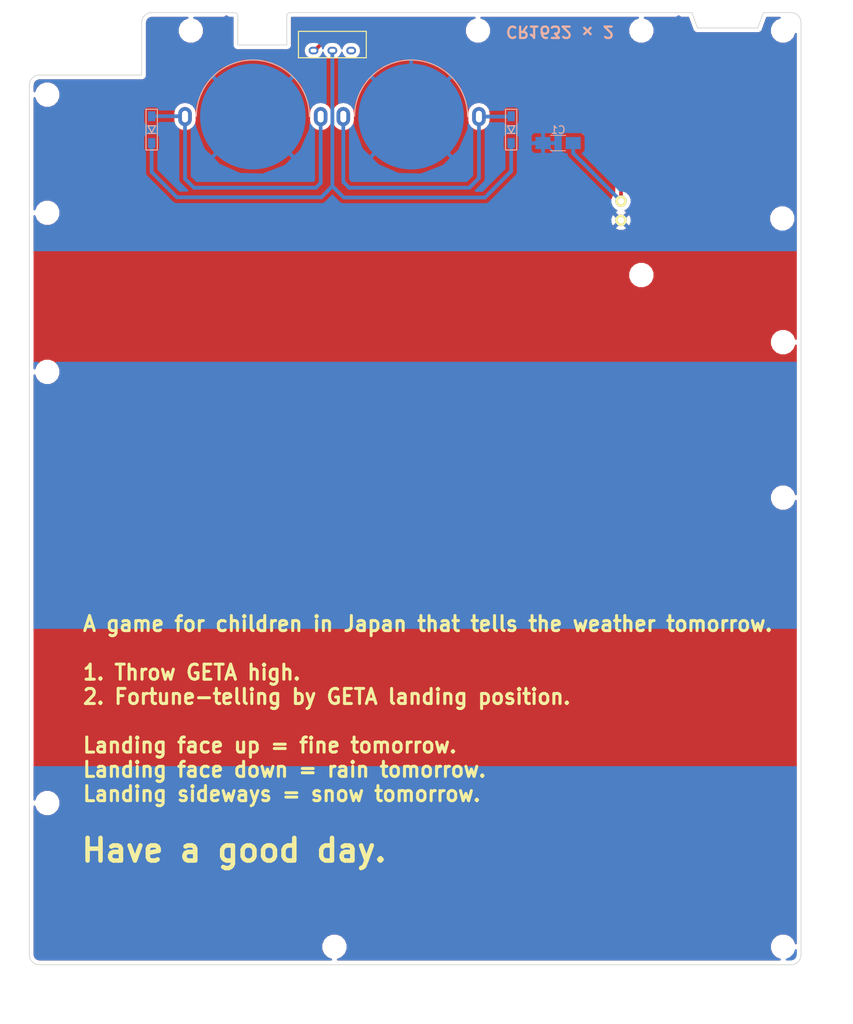
<source format=kicad_pcb>
(kicad_pcb (version 20171130) (host pcbnew "(5.1.5)-3")

  (general
    (thickness 1.6)
    (drawings 26)
    (tracks 49)
    (zones 0)
    (modules 23)
    (nets 7)
  )

  (page A4)
  (layers
    (0 F.Cu signal)
    (31 B.Cu signal)
    (32 B.Adhes user)
    (33 F.Adhes user)
    (34 B.Paste user)
    (35 F.Paste user)
    (36 B.SilkS user)
    (37 F.SilkS user)
    (38 B.Mask user)
    (39 F.Mask user)
    (40 Dwgs.User user)
    (41 Cmts.User user)
    (42 Eco1.User user)
    (43 Eco2.User user)
    (44 Edge.Cuts user)
    (45 Margin user)
    (46 B.CrtYd user)
    (47 F.CrtYd user)
    (48 B.Fab user)
    (49 F.Fab user)
  )

  (setup
    (last_trace_width 0.25)
    (user_trace_width 0.5)
    (trace_clearance 0.2)
    (zone_clearance 0.508)
    (zone_45_only no)
    (trace_min 0.2)
    (via_size 0.8)
    (via_drill 0.4)
    (via_min_size 0.4)
    (via_min_drill 0.3)
    (uvia_size 0.3)
    (uvia_drill 0.1)
    (uvias_allowed no)
    (uvia_min_size 0.2)
    (uvia_min_drill 0.1)
    (edge_width 0.1)
    (segment_width 0.2)
    (pcb_text_width 0.3)
    (pcb_text_size 1.5 1.5)
    (mod_edge_width 0.15)
    (mod_text_size 1 1)
    (mod_text_width 0.15)
    (pad_size 1.5 1.5)
    (pad_drill 0.6)
    (pad_to_mask_clearance 0)
    (solder_mask_min_width 0.25)
    (aux_axis_origin 0 0)
    (grid_origin 35.25 24.5)
    (visible_elements 7FFFFFFF)
    (pcbplotparams
      (layerselection 0x010f0_ffffffff)
      (usegerberextensions false)
      (usegerberattributes false)
      (usegerberadvancedattributes false)
      (creategerberjobfile false)
      (excludeedgelayer true)
      (linewidth 0.100000)
      (plotframeref false)
      (viasonmask false)
      (mode 1)
      (useauxorigin false)
      (hpglpennumber 1)
      (hpglpenspeed 20)
      (hpglpendiameter 15.000000)
      (psnegative false)
      (psa4output false)
      (plotreference true)
      (plotvalue true)
      (plotinvisibletext false)
      (padsonsilk false)
      (subtractmaskfromsilk false)
      (outputformat 1)
      (mirror false)
      (drillshape 0)
      (scaleselection 1)
      (outputdirectory "../../Gerber/Bottom/Normal/"))
  )

  (net 0 "")
  (net 1 GND)
  (net 2 Bat+)
  (net 3 "Net-(BT1-Pad1)")
  (net 4 "Net-(BT2-Pad1)")
  (net 5 "Net-(SW1-Pad3)")
  (net 6 "Net-(D1-Pad1)")

  (net_class Default "これはデフォルトのネット クラスです。"
    (clearance 0.2)
    (trace_width 0.25)
    (via_dia 0.8)
    (via_drill 0.4)
    (uvia_dia 0.3)
    (uvia_drill 0.1)
    (add_net Bat+)
    (add_net GND)
    (add_net "Net-(BT1-Pad1)")
    (add_net "Net-(BT2-Pad1)")
    (add_net "Net-(D1-Pad1)")
    (add_net "Net-(SW1-Pad3)")
  )

  (module kbd:C_1206_HandSoldering_Back (layer F.Cu) (tedit 5C65A3C7) (tstamp 5D8927DB)
    (at 93.5 27.7)
    (descr "Capacitor SMD 1206, hand soldering")
    (tags "capacitor 1206")
    (path /5D892AEE)
    (attr smd)
    (fp_text reference C1 (at 0 -1.9425 180) (layer B.SilkS)
      (effects (font (size 1 1) (thickness 0.15)) (justify mirror))
    )
    (fp_text value C_Small (at 0 1.8075 180) (layer B.Fab)
      (effects (font (size 1 1) (thickness 0.15)) (justify mirror))
    )
    (fp_text user %R (at 0 -1.9425 180) (layer B.Fab)
      (effects (font (size 1 1) (thickness 0.15)) (justify mirror))
    )
    (fp_line (start 1.6 0.6075) (end 1.6 -0.9925) (layer B.Fab) (width 0.1))
    (fp_line (start -1.6 0.6075) (end 1.6 0.6075) (layer B.Fab) (width 0.1))
    (fp_line (start -1.6 -0.9925) (end -1.6 0.6075) (layer B.Fab) (width 0.1))
    (fp_line (start 1.6 -0.9925) (end -1.6 -0.9925) (layer B.Fab) (width 0.1))
    (fp_line (start -1 -1.2125) (end 1 -1.2125) (layer B.SilkS) (width 0.12))
    (fp_line (start 1 0.8275) (end -1 0.8275) (layer B.SilkS) (width 0.12))
    (fp_line (start 3.25 -1.2425) (end -3.25 -1.2425) (layer B.CrtYd) (width 0.05))
    (fp_line (start 3.25 -1.2425) (end 3.25 0.8575) (layer B.CrtYd) (width 0.05))
    (fp_line (start -3.25 0.8575) (end -3.25 -1.2425) (layer B.CrtYd) (width 0.05))
    (fp_line (start -3.25 0.8575) (end 3.25 0.8575) (layer B.CrtYd) (width 0.05))
    (pad 1 smd rect (at 2 -0.1925 180) (size 2 1.6) (layers B.Cu B.Paste B.Mask)
      (net 2 Bat+))
    (pad 2 smd rect (at -2 -0.1925 180) (size 2 1.6) (layers B.Cu B.Paste B.Mask)
      (net 1 GND))
    (model Capacitors_SMD.3dshapes/C_1206.wrl
      (at (xyz 0 0 0))
      (scale (xyz 1 1 1))
      (rotate (xyz 0 0 0))
    )
  )

  (module kbd:HOLE_m2 (layer F.Cu) (tedit 5CAF8CEE) (tstamp 5DC57EF4)
    (at 25.725 21.09375)
    (descr "Mounting Hole 2.2mm, no annular, M2")
    (tags "mounting hole 2.2mm no annular m2")
    (path /5D88F5D5)
    (attr virtual)
    (fp_text reference J18 (at 0 -3.2) (layer F.Fab)
      (effects (font (size 1 1) (thickness 0.15)))
    )
    (fp_text value Conn_01x01 (at 0 3.2) (layer F.Fab)
      (effects (font (size 1 1) (thickness 0.15)))
    )
    (fp_text user %R (at 0.3 0) (layer F.Fab)
      (effects (font (size 1 1) (thickness 0.15)))
    )
    (fp_circle (center 0 0) (end 2.2 0) (layer Cmts.User) (width 0.15))
    (fp_circle (center 0 0) (end 2.45 0) (layer F.CrtYd) (width 0.05))
    (pad "" np_thru_hole circle (at 0 0) (size 2.2 2.2) (drill 2.2) (layers *.Cu *.Mask))
  )

  (module kbd:HOLE_m2 (layer F.Cu) (tedit 5CAF8CEE) (tstamp 5DC57EED)
    (at 123.35625 12.59375)
    (descr "Mounting Hole 2.2mm, no annular, M2")
    (tags "mounting hole 2.2mm no annular m2")
    (path /5D88F50F)
    (attr virtual)
    (fp_text reference J16 (at 0 -3.2) (layer F.Fab)
      (effects (font (size 1 1) (thickness 0.15)))
    )
    (fp_text value Conn_01x01 (at 0 3.2) (layer F.Fab)
      (effects (font (size 1 1) (thickness 0.15)))
    )
    (fp_text user %R (at 0.3 0) (layer F.Fab)
      (effects (font (size 1 1) (thickness 0.15)))
    )
    (fp_circle (center 0 0) (end 2.2 0) (layer Cmts.User) (width 0.15))
    (fp_circle (center 0 0) (end 2.45 0) (layer F.CrtYd) (width 0.05))
    (pad "" np_thru_hole circle (at 0 0) (size 2.2 2.2) (drill 2.2) (layers *.Cu *.Mask))
  )

  (module kbd:HOLE_m2 (layer F.Cu) (tedit 5CAF8CEE) (tstamp 5D8D1863)
    (at 123.25 37.5)
    (descr "Mounting Hole 2.2mm, no annular, M2")
    (tags "mounting hole 2.2mm no annular m2")
    (path /5D890293)
    (attr virtual)
    (fp_text reference J19 (at 0 -3.2) (layer F.Fab)
      (effects (font (size 1 1) (thickness 0.15)))
    )
    (fp_text value Conn_01x01 (at 0 3.2) (layer F.Fab)
      (effects (font (size 1 1) (thickness 0.15)))
    )
    (fp_circle (center 0 0) (end 2.45 0) (layer F.CrtYd) (width 0.05))
    (fp_circle (center 0 0) (end 2.2 0) (layer Cmts.User) (width 0.15))
    (fp_text user %R (at 0.3 0) (layer F.Fab)
      (effects (font (size 1 1) (thickness 0.15)))
    )
    (pad "" np_thru_hole circle (at 0 0) (size 2.2 2.2) (drill 2.2) (layers *.Cu *.Mask))
  )

  (module kbd:HOLE_m2 (layer F.Cu) (tedit 5CAF8CEE) (tstamp 5D8BB39B)
    (at 123.35625 134.0375)
    (descr "Mounting Hole 2.2mm, no annular, M2")
    (tags "mounting hole 2.2mm no annular m2")
    (path /5D8859AD)
    (attr virtual)
    (fp_text reference J5 (at 0 -3.2) (layer F.Fab)
      (effects (font (size 1 1) (thickness 0.15)))
    )
    (fp_text value Conn_01x01 (at 0 3.2) (layer F.Fab)
      (effects (font (size 1 1) (thickness 0.15)))
    )
    (fp_text user %R (at 0.3 0) (layer F.Fab)
      (effects (font (size 1 1) (thickness 0.15)))
    )
    (fp_circle (center 0 0) (end 2.2 0) (layer Cmts.User) (width 0.15))
    (fp_circle (center 0 0) (end 2.45 0) (layer F.CrtYd) (width 0.05))
    (pad "" np_thru_hole circle (at 0 0) (size 2.2 2.2) (drill 2.2) (layers *.Cu *.Mask))
  )

  (module kbd:HOLE_m2 (layer F.Cu) (tedit 5CAF8CEE) (tstamp 5D8A5207)
    (at 104.55 12.59375)
    (descr "Mounting Hole 2.2mm, no annular, M2")
    (tags "mounting hole 2.2mm no annular m2")
    (path /5D88F573)
    (attr virtual)
    (fp_text reference J17 (at 0 -3.2) (layer F.Fab)
      (effects (font (size 1 1) (thickness 0.15)))
    )
    (fp_text value Conn_01x01 (at 0 3.2) (layer F.Fab)
      (effects (font (size 1 1) (thickness 0.15)))
    )
    (fp_text user %R (at 0.3 0) (layer F.Fab)
      (effects (font (size 1 1) (thickness 0.15)))
    )
    (fp_circle (center 0 0) (end 2.2 0) (layer Cmts.User) (width 0.15))
    (fp_circle (center 0 0) (end 2.45 0) (layer F.CrtYd) (width 0.05))
    (pad "" np_thru_hole circle (at 0 0) (size 2.2 2.2) (drill 2.2) (layers *.Cu *.Mask))
  )

  (module kbd:HOLE_m2 (layer F.Cu) (tedit 5CAF8CEE) (tstamp 5D89C144)
    (at 25.725 114.9875)
    (descr "Mounting Hole 2.2mm, no annular, M2")
    (tags "mounting hole 2.2mm no annular m2")
    (path /5D8859A1)
    (attr virtual)
    (fp_text reference J7 (at 0 -3.2) (layer F.Fab)
      (effects (font (size 1 1) (thickness 0.15)))
    )
    (fp_text value Conn_01x01 (at 0 3.2) (layer F.Fab)
      (effects (font (size 1 1) (thickness 0.15)))
    )
    (fp_circle (center 0 0) (end 2.45 0) (layer F.CrtYd) (width 0.05))
    (fp_circle (center 0 0) (end 2.2 0) (layer Cmts.User) (width 0.15))
    (fp_text user %R (at 0.3 0) (layer F.Fab)
      (effects (font (size 1 1) (thickness 0.15)))
    )
    (pad "" np_thru_hole circle (at 0 0) (size 2.2 2.2) (drill 2.2) (layers *.Cu *.Mask))
  )

  (module kbd:HOLE_m2 (layer F.Cu) (tedit 5CAF8CEE) (tstamp 5D89C13C)
    (at 104.55 45)
    (descr "Mounting Hole 2.2mm, no annular, M2")
    (tags "mounting hole 2.2mm no annular m2")
    (path /5D885769)
    (attr virtual)
    (fp_text reference J13 (at 0 -3.2) (layer F.Fab)
      (effects (font (size 1 1) (thickness 0.15)))
    )
    (fp_text value Conn_01x01 (at 0 3.2) (layer F.Fab)
      (effects (font (size 1 1) (thickness 0.15)))
    )
    (fp_text user %R (at 0.3 0) (layer F.Fab)
      (effects (font (size 1 1) (thickness 0.15)))
    )
    (fp_circle (center 0 0) (end 2.2 0) (layer Cmts.User) (width 0.15))
    (fp_circle (center 0 0) (end 2.45 0) (layer F.CrtYd) (width 0.05))
    (pad "" np_thru_hole circle (at 0 0) (size 2.2 2.2) (drill 2.2) (layers *.Cu *.Mask))
  )

  (module kbd:HOLE_m2 (layer F.Cu) (tedit 5CAF8CEE) (tstamp 5D89C134)
    (at 44.775 12.59375)
    (descr "Mounting Hole 2.2mm, no annular, M2")
    (tags "mounting hole 2.2mm no annular m2")
    (path /5D885595)
    (attr virtual)
    (fp_text reference J12 (at 0 -3.2) (layer F.Fab)
      (effects (font (size 1 1) (thickness 0.15)))
    )
    (fp_text value Conn_01x01 (at 0 3.2) (layer F.Fab)
      (effects (font (size 1 1) (thickness 0.15)))
    )
    (fp_circle (center 0 0) (end 2.45 0) (layer F.CrtYd) (width 0.05))
    (fp_circle (center 0 0) (end 2.2 0) (layer Cmts.User) (width 0.15))
    (fp_text user %R (at 0.3 0) (layer F.Fab)
      (effects (font (size 1 1) (thickness 0.15)))
    )
    (pad "" np_thru_hole circle (at 0 0) (size 2.2 2.2) (drill 2.2) (layers *.Cu *.Mask))
  )

  (module kbd:HOLE_m2 (layer F.Cu) (tedit 5CAF8CEE) (tstamp 5D89C12C)
    (at 82.875 12.59375)
    (descr "Mounting Hole 2.2mm, no annular, M2")
    (tags "mounting hole 2.2mm no annular m2")
    (path /5D88555B)
    (attr virtual)
    (fp_text reference J11 (at 0 -3.2) (layer F.Fab)
      (effects (font (size 1 1) (thickness 0.15)))
    )
    (fp_text value Conn_01x01 (at 0 3.2) (layer F.Fab)
      (effects (font (size 1 1) (thickness 0.15)))
    )
    (fp_text user %R (at 0.3 0) (layer F.Fab)
      (effects (font (size 1 1) (thickness 0.15)))
    )
    (fp_circle (center 0 0) (end 2.2 0) (layer Cmts.User) (width 0.15))
    (fp_circle (center 0 0) (end 2.45 0) (layer F.CrtYd) (width 0.05))
    (pad "" np_thru_hole circle (at 0 0) (size 2.2 2.2) (drill 2.2) (layers *.Cu *.Mask))
  )

  (module kbd:HOLE_m2 (layer F.Cu) (tedit 5CAF8CEE) (tstamp 5D89C11C)
    (at 25.725 36.75)
    (descr "Mounting Hole 2.2mm, no annular, M2")
    (tags "mounting hole 2.2mm no annular m2")
    (path /5D886058)
    (attr virtual)
    (fp_text reference J9 (at 0 -3.2) (layer F.Fab)
      (effects (font (size 1 1) (thickness 0.15)))
    )
    (fp_text value Conn_01x01 (at 0 3.2) (layer F.Fab)
      (effects (font (size 1 1) (thickness 0.15)))
    )
    (fp_text user %R (at 0.3 0) (layer F.Fab)
      (effects (font (size 1 1) (thickness 0.15)))
    )
    (fp_circle (center 0 0) (end 2.2 0) (layer Cmts.User) (width 0.15))
    (fp_circle (center 0 0) (end 2.45 0) (layer F.CrtYd) (width 0.05))
    (pad "" np_thru_hole circle (at 0 0) (size 2.2 2.2) (drill 2.2) (layers *.Cu *.Mask))
  )

  (module kbd:HOLE_m2 (layer F.Cu) (tedit 5CAF8CEE) (tstamp 5D89C114)
    (at 25.725 57.8375)
    (descr "Mounting Hole 2.2mm, no annular, M2")
    (tags "mounting hole 2.2mm no annular m2")
    (path /5D88599B)
    (attr virtual)
    (fp_text reference J8 (at 0 -3.2) (layer F.Fab)
      (effects (font (size 1 1) (thickness 0.15)))
    )
    (fp_text value Conn_01x01 (at 0 3.2) (layer F.Fab)
      (effects (font (size 1 1) (thickness 0.15)))
    )
    (fp_circle (center 0 0) (end 2.45 0) (layer F.CrtYd) (width 0.05))
    (fp_circle (center 0 0) (end 2.2 0) (layer Cmts.User) (width 0.15))
    (fp_text user %R (at 0.3 0) (layer F.Fab)
      (effects (font (size 1 1) (thickness 0.15)))
    )
    (pad "" np_thru_hole circle (at 0 0) (size 2.2 2.2) (drill 2.2) (layers *.Cu *.Mask))
  )

  (module kbd:HOLE_m2 (layer F.Cu) (tedit 5CAF8CEE) (tstamp 5D89C104)
    (at 123.35625 74.50625)
    (descr "Mounting Hole 2.2mm, no annular, M2")
    (tags "mounting hole 2.2mm no annular m2")
    (path /5D8859B3)
    (attr virtual)
    (fp_text reference J4 (at 0 -3.2) (layer F.Fab)
      (effects (font (size 1 1) (thickness 0.15)))
    )
    (fp_text value Conn_01x01 (at 0 3.2) (layer F.Fab)
      (effects (font (size 1 1) (thickness 0.15)))
    )
    (fp_circle (center 0 0) (end 2.45 0) (layer F.CrtYd) (width 0.05))
    (fp_circle (center 0 0) (end 2.2 0) (layer Cmts.User) (width 0.15))
    (fp_text user %R (at 0.3 0) (layer F.Fab)
      (effects (font (size 1 1) (thickness 0.15)))
    )
    (pad "" np_thru_hole circle (at 0 0) (size 2.2 2.2) (drill 2.2) (layers *.Cu *.Mask))
  )

  (module kbd:HOLE_m2 (layer F.Cu) (tedit 5CAF8CEE) (tstamp 5D89C0FC)
    (at 123.35625 53.9)
    (descr "Mounting Hole 2.2mm, no annular, M2")
    (tags "mounting hole 2.2mm no annular m2")
    (path /5D8859B9)
    (attr virtual)
    (fp_text reference J3 (at 0 -3.2) (layer F.Fab)
      (effects (font (size 1 1) (thickness 0.15)))
    )
    (fp_text value Conn_01x01 (at 0 3.2) (layer F.Fab)
      (effects (font (size 1 1) (thickness 0.15)))
    )
    (fp_text user %R (at 0.3 0) (layer F.Fab)
      (effects (font (size 1 1) (thickness 0.15)))
    )
    (fp_circle (center 0 0) (end 2.2 0) (layer Cmts.User) (width 0.15))
    (fp_circle (center 0 0) (end 2.45 0) (layer F.CrtYd) (width 0.05))
    (pad "" np_thru_hole circle (at 0 0) (size 2.2 2.2) (drill 2.2) (layers *.Cu *.Mask))
  )

  (module kbd:HOLE_m2 (layer F.Cu) (tedit 5CAF8CEE) (tstamp 5D89C0DC)
    (at 63.825 134.0375)
    (descr "Mounting Hole 2.2mm, no annular, M2")
    (tags "mounting hole 2.2mm no annular m2")
    (path /5D8859A7)
    (attr virtual)
    (fp_text reference J6 (at 0 -3.2) (layer F.Fab)
      (effects (font (size 1 1) (thickness 0.15)))
    )
    (fp_text value Conn_01x01 (at 0 3.2) (layer F.Fab)
      (effects (font (size 1 1) (thickness 0.15)))
    )
    (fp_text user %R (at 0.3 0) (layer F.Fab)
      (effects (font (size 1 1) (thickness 0.15)))
    )
    (fp_circle (center 0 0) (end 2.2 0) (layer Cmts.User) (width 0.15))
    (fp_circle (center 0 0) (end 2.45 0) (layer F.CrtYd) (width 0.05))
    (pad "" np_thru_hole circle (at 0 0) (size 2.2 2.2) (drill 2.2) (layers *.Cu *.Mask))
  )

  (module kbd:2pinBLE (layer F.Cu) (tedit 5D864AD6) (tstamp 5D8927DC)
    (at 101.85 36.75)
    (path /5D9B70C9)
    (fp_text reference J1 (at 0 0 270) (layer Edge.Cuts) hide
      (effects (font (size 1 1) (thickness 0.15)))
    )
    (fp_text value Conn_01x02 (at 0 13.97) (layer F.Fab) hide
      (effects (font (size 1 1) (thickness 0.15)))
    )
    (pad 1 thru_hole circle (at 0 -1.544) (size 1.524 1.524) (drill 0.8128) (layers *.Cu *.Mask F.SilkS)
      (net 2 Bat+))
    (pad 2 thru_hole circle (at 0 0.996) (size 1.524 1.524) (drill 0.8128) (layers *.Cu *.Mask F.SilkS)
      (net 1 GND))
  )

  (module kbd:MSK-12D19 (layer F.Cu) (tedit 5DC83E96) (tstamp 5D8927A6)
    (at 63.55 14.2)
    (path /5D892A93)
    (fp_text reference SW1 (at 0 -2) (layer F.Fab)
      (effects (font (size 1 1) (thickness 0.15)))
    )
    (fp_text value SW_Push_SPDT (at 0 3.5) (layer F.Fab) hide
      (effects (font (size 1 1) (thickness 0.15)))
    )
    (fp_text user MSK-12D19 (at 0 -0.5) (layer F.SilkS) hide
      (effects (font (size 1 1) (thickness 0.15)))
    )
    (fp_line (start 4.5 2) (end -4.5 2) (layer F.SilkS) (width 0.15))
    (fp_line (start -4.5 2) (end -4.5 -1.5) (layer F.SilkS) (width 0.15))
    (fp_line (start -4.5 -1.5) (end 4.5 -1.5) (layer F.SilkS) (width 0.15))
    (fp_line (start 4.5 -1.5) (end 4.5 2) (layer F.SilkS) (width 0.15))
    (pad 3 thru_hole oval (at 2.5 1.05) (size 1.3 1) (drill oval 0.8 0.5) (layers *.Cu *.Mask)
      (net 5 "Net-(SW1-Pad3)") (clearance 0.15))
    (pad 2 thru_hole oval (at 0 1.05) (size 1.3 1) (drill oval 0.8 0.5) (layers *.Cu *.Mask)
      (net 6 "Net-(D1-Pad1)") (clearance 0.15))
    (pad 1 thru_hole oval (at -2.5 1.05) (size 1.3 1) (drill oval 0.8 0.5) (layers *.Cu *.Mask)
      (net 2 Bat+) (clearance 0.15))
    (model "../../../../../../Users/pluis/Documents/Magic Briefcase/Documents/KiCad/3d/AB2_TRS_3p5MM_PTH.wrl"
      (at (xyz 0 0 0))
      (scale (xyz 0.42 0.42 0.42))
      (rotate (xyz 0 0 90))
    )
  )

  (module kbd:ali_CR1632 (layer B.Cu) (tedit 5CD6FF8C) (tstamp 5D8927A5)
    (at 53 24)
    (path /5D892970)
    (fp_text reference BT2 (at 2.5 4) (layer B.SilkS) hide
      (effects (font (size 1 1) (thickness 0.15)) (justify mirror))
    )
    (fp_text value Battery_Cell (at 0 0.5) (layer B.Fab)
      (effects (font (size 1 1) (thickness 0.15)) (justify mirror))
    )
    (fp_arc (start 0 0) (end 7.5 0) (angle -179.6) (layer B.SilkS) (width 0.15))
    (fp_circle (center 0 0) (end 0 8) (layer Cmts.User) (width 0.3))
    (pad 1 thru_hole oval (at -9 0) (size 1.8 2.55) (drill oval 0.8 1.55) (layers *.Cu *.Mask)
      (net 4 "Net-(BT2-Pad1)"))
    (pad 2 smd circle (at 0 0) (size 14 14) (layers B.Cu B.Mask)
      (net 1 GND))
    (pad 1 thru_hole oval (at 9 0) (size 1.8 2.55) (drill oval 0.8 1.55) (layers *.Cu *.Mask)
      (net 4 "Net-(BT2-Pad1)"))
  )

  (module kbd:D3_SMD_L1 (layer F.Cu) (tedit 5C3CC095) (tstamp 5C4C866B)
    (at 87.275 25.725 90)
    (descr "Resitance 3 pas")
    (tags R)
    (path /5D892A03)
    (autoplace_cost180 10)
    (fp_text reference D1 (at 0.5 0 90) (layer F.Fab) hide
      (effects (font (size 0.5 0.5) (thickness 0.125)))
    )
    (fp_text value D (at -0.6 0 90) (layer F.Fab) hide
      (effects (font (size 0.5 0.5) (thickness 0.125)))
    )
    (fp_line (start 2.7 0.75) (end 2.7 -0.75) (layer B.SilkS) (width 0.15))
    (fp_line (start -2.7 0.75) (end 2.7 0.75) (layer B.SilkS) (width 0.15))
    (fp_line (start -2.7 -0.75) (end -2.7 0.75) (layer B.SilkS) (width 0.15))
    (fp_line (start 2.7 -0.75) (end -2.7 -0.75) (layer B.SilkS) (width 0.15))
    (fp_line (start 0.5 0.5) (end -0.4 0) (layer B.SilkS) (width 0.15))
    (fp_line (start 0.5 -0.5) (end 0.5 0.5) (layer B.SilkS) (width 0.15))
    (fp_line (start -0.4 0) (end 0.5 -0.5) (layer B.SilkS) (width 0.15))
    (fp_line (start -0.5 -0.5) (end -0.5 0.5) (layer B.SilkS) (width 0.15))
    (pad 2 smd rect (at 1.775 0 90) (size 1.3 0.95) (layers B.Cu B.Paste B.Mask)
      (net 3 "Net-(BT1-Pad1)"))
    (pad 1 smd rect (at -1.775 0 90) (size 1.3 0.95) (layers B.Cu B.Paste B.Mask)
      (net 6 "Net-(D1-Pad1)"))
    (model Diodes_SMD.3dshapes/SMB_Handsoldering.wrl
      (at (xyz 0 0 0))
      (scale (xyz 0.22 0.15 0.15))
      (rotate (xyz 0 0 180))
    )
  )

  (module kbd:D3_SMD_L1 (layer F.Cu) (tedit 5C3CC095) (tstamp 5C4C8679)
    (at 39.575 25.725 90)
    (descr "Resitance 3 pas")
    (tags R)
    (path /5D8929BA)
    (autoplace_cost180 10)
    (fp_text reference D2 (at 0.5 0 90) (layer F.Fab) hide
      (effects (font (size 0.5 0.5) (thickness 0.125)))
    )
    (fp_text value D (at -0.6 0 90) (layer F.Fab) hide
      (effects (font (size 0.5 0.5) (thickness 0.125)))
    )
    (fp_line (start 2.7 0.75) (end 2.7 -0.75) (layer B.SilkS) (width 0.15))
    (fp_line (start -2.7 0.75) (end 2.7 0.75) (layer B.SilkS) (width 0.15))
    (fp_line (start -2.7 -0.75) (end -2.7 0.75) (layer B.SilkS) (width 0.15))
    (fp_line (start 2.7 -0.75) (end -2.7 -0.75) (layer B.SilkS) (width 0.15))
    (fp_line (start 0.5 0.5) (end -0.4 0) (layer B.SilkS) (width 0.15))
    (fp_line (start 0.5 -0.5) (end 0.5 0.5) (layer B.SilkS) (width 0.15))
    (fp_line (start -0.4 0) (end 0.5 -0.5) (layer B.SilkS) (width 0.15))
    (fp_line (start -0.5 -0.5) (end -0.5 0.5) (layer B.SilkS) (width 0.15))
    (pad 2 smd rect (at 1.775 0 90) (size 1.3 0.95) (layers B.Cu B.Paste B.Mask)
      (net 4 "Net-(BT2-Pad1)"))
    (pad 1 smd rect (at -1.775 0 90) (size 1.3 0.95) (layers B.Cu B.Paste B.Mask)
      (net 6 "Net-(D1-Pad1)"))
    (model Diodes_SMD.3dshapes/SMB_Handsoldering.wrl
      (at (xyz 0 0 0))
      (scale (xyz 0.22 0.15 0.15))
      (rotate (xyz 0 0 180))
    )
  )

  (module kbd:ali_CR1632 (layer B.Cu) (tedit 5CD6FF8C) (tstamp 5D891C5E)
    (at 74 24)
    (path /5D89292C)
    (fp_text reference BT1 (at 2.5 4) (layer B.SilkS) hide
      (effects (font (size 1 1) (thickness 0.15)) (justify mirror))
    )
    (fp_text value Battery_Cell (at 0 0.5) (layer B.Fab)
      (effects (font (size 1 1) (thickness 0.15)) (justify mirror))
    )
    (fp_circle (center 0 0) (end 0 8) (layer Cmts.User) (width 0.3))
    (fp_arc (start 0 0) (end 7.5 0) (angle -179.6) (layer B.SilkS) (width 0.15))
    (pad 1 thru_hole oval (at 9 0) (size 1.8 2.55) (drill oval 0.8 1.55) (layers *.Cu *.Mask)
      (net 3 "Net-(BT1-Pad1)"))
    (pad 2 smd circle (at 0 0) (size 14 14) (layers B.Cu B.Mask)
      (net 1 GND))
    (pad 1 thru_hole oval (at -9 0) (size 1.8 2.55) (drill oval 0.8 1.55) (layers *.Cu *.Mask)
      (net 3 "Net-(BT1-Pad1)"))
  )

  (module logos:geta25m (layer B.Cu) (tedit 0) (tstamp 5D8F94A0)
    (at 96.25 129.7 180)
    (fp_text reference G*** (at 0 0 180) (layer B.SilkS) hide
      (effects (font (size 1.524 1.524) (thickness 0.3)) (justify mirror))
    )
    (fp_text value LOGO (at 0.75 0 180) (layer B.SilkS) hide
      (effects (font (size 1.524 1.524) (thickness 0.3)) (justify mirror))
    )
    (fp_poly (pts (xy 4.089407 3.699757) (xy 4.323372 3.658251) (xy 4.530162 3.594055) (xy 4.694003 3.511876)
      (xy 4.786875 3.432421) (xy 4.84869 3.312955) (xy 4.874114 3.164328) (xy 4.864677 3.010129)
      (xy 4.821913 2.873945) (xy 4.747354 2.779364) (xy 4.744314 2.777185) (xy 4.61944 2.729866)
      (xy 4.475595 2.73479) (xy 4.354286 2.784149) (xy 4.142311 2.931795) (xy 3.935877 3.093535)
      (xy 3.752473 3.254617) (xy 3.609588 3.400289) (xy 3.575148 3.441403) (xy 3.494594 3.549076)
      (xy 3.457072 3.623795) (xy 3.468543 3.6716) (xy 3.534966 3.69853) (xy 3.662302 3.710622)
      (xy 3.844043 3.713862) (xy 4.089407 3.699757)) (layer B.Mask) (width 0.01))
    (fp_poly (pts (xy -13.586682 3.250454) (xy -13.428235 3.200977) (xy -13.320733 3.117941) (xy -13.297612 3.082153)
      (xy -13.249974 2.960885) (xy -13.25852 2.870863) (xy -13.32892 2.794398) (xy -13.405208 2.746548)
      (xy -13.54971 2.68851) (xy -13.746235 2.640641) (xy -13.974706 2.604853) (xy -14.215045 2.583058)
      (xy -14.447174 2.577167) (xy -14.651017 2.589094) (xy -14.787791 2.614884) (xy -14.88603 2.662887)
      (xy -14.986292 2.73992) (xy -15.002183 2.755668) (xy -15.106354 2.864399) (xy -14.801248 3.010705)
      (xy -14.534581 3.122059) (xy -14.270024 3.202174) (xy -14.017344 3.250588) (xy -13.786307 3.266836)
      (xy -13.586682 3.250454)) (layer B.Mask) (width 0.01))
    (fp_poly (pts (xy -21.751213 1.622616) (xy -21.607046 1.603817) (xy -21.437451 1.575647) (xy -21.257485 1.54058)
      (xy -21.082205 1.501087) (xy -20.944238 1.464764) (xy -20.573806 1.333393) (xy -20.261607 1.169831)
      (xy -20.010454 0.976028) (xy -19.823158 0.753936) (xy -19.759016 0.642404) (xy -19.698707 0.486705)
      (xy -19.669662 0.335202) (xy -19.67476 0.209888) (xy -19.695365 0.156484) (xy -19.759816 0.104907)
      (xy -19.866726 0.06191) (xy -19.986022 0.038469) (xy -20.023005 0.036897) (xy -20.11696 0.056867)
      (xy -20.225507 0.10545) (xy -20.24726 0.11854) (xy -20.297281 0.147766) (xy -20.350048 0.168988)
      (xy -20.417649 0.183477) (xy -20.512166 0.192506) (xy -20.645686 0.197348) (xy -20.830294 0.199274)
      (xy -21.016857 0.199571) (xy -21.659621 0.199571) (xy -21.527897 0.33445) (xy -21.424489 0.42696)
      (xy -21.315998 0.504264) (xy -21.275372 0.526652) (xy -21.196669 0.568771) (xy -21.156072 0.59982)
      (xy -21.154571 0.603619) (xy -21.175417 0.643003) (xy -21.23169 0.726869) (xy -21.313998 0.842627)
      (xy -21.412947 0.977684) (xy -21.519143 1.119447) (xy -21.623194 1.255324) (xy -21.715706 1.372722)
      (xy -21.787284 1.459049) (xy -21.816364 1.490782) (xy -21.87828 1.562082) (xy -21.905061 1.612462)
      (xy -21.903026 1.622211) (xy -21.854892 1.629572) (xy -21.751213 1.622616)) (layer B.Mask) (width 0.01))
    (fp_poly (pts (xy -10.889243 3.612906) (xy -10.761086 3.572073) (xy -10.615577 3.515321) (xy -10.475988 3.451893)
      (xy -10.365589 3.391037) (xy -10.346389 3.378103) (xy -10.291552 3.331465) (xy -10.254623 3.273352)
      (xy -10.227887 3.184703) (xy -10.20363 3.046458) (xy -10.198688 3.013176) (xy -10.178677 2.787375)
      (xy -10.183951 2.541659) (xy -10.21567 2.261495) (xy -10.27499 1.93235) (xy -10.290833 1.85672)
      (xy -10.315738 1.726414) (xy -10.329472 1.625761) (xy -10.329557 1.573731) (xy -10.32812 1.571167)
      (xy -10.287649 1.575147) (xy -10.211601 1.609436) (xy -10.188923 1.622285) (xy -10.111843 1.676206)
      (xy -10.080712 1.734837) (xy -10.079644 1.830188) (xy -10.080423 1.840919) (xy -10.079266 1.938908)
      (xy -10.062786 2.002896) (xy -10.055067 2.011432) (xy -9.994092 2.019688) (xy -9.882248 2.010466)
      (xy -9.738172 1.987156) (xy -9.580503 1.953146) (xy -9.427876 1.911826) (xy -9.333628 1.880223)
      (xy -9.195997 1.815835) (xy -9.067051 1.734295) (xy -9.005832 1.683019) (xy -8.93819 1.602299)
      (xy -8.91288 1.530306) (xy -8.934752 1.461487) (xy -9.008657 1.390293) (xy -9.139444 1.311172)
      (xy -9.331964 1.218574) (xy -9.461166 1.161929) (xy -9.636228 1.090249) (xy -9.847857 1.008741)
      (xy -10.063516 0.929751) (xy -10.18013 0.889103) (xy -10.581261 0.752724) (xy -10.666462 0.512433)
      (xy -10.723441 0.362425) (xy -10.797742 0.181207) (xy -10.875249 0.002978) (xy -10.891567 -0.032955)
      (xy -10.951524 -0.166455) (xy -10.99649 -0.271896) (xy -11.020241 -0.33439) (xy -11.022093 -0.345014)
      (xy -10.984532 -0.351221) (xy -10.889085 -0.363015) (xy -10.750072 -0.37872) (xy -10.581815 -0.396657)
      (xy -10.577286 -0.397127) (xy -10.021058 -0.478803) (xy -9.523577 -0.602489) (xy -9.084258 -0.76841)
      (xy -8.702515 -0.976788) (xy -8.377761 -1.227847) (xy -8.364229 -1.240384) (xy -8.171015 -1.439163)
      (xy -8.044623 -1.612882) (xy -7.984388 -1.763167) (xy -7.989646 -1.891646) (xy -8.055428 -1.995715)
      (xy -8.109481 -2.038759) (xy -8.172024 -2.058984) (xy -8.255291 -2.054682) (xy -8.371515 -2.024143)
      (xy -8.53293 -1.96566) (xy -8.674079 -1.909329) (xy -8.843316 -1.843497) (xy -9.002563 -1.786895)
      (xy -9.131364 -1.746505) (xy -9.19709 -1.730818) (xy -9.30391 -1.70579) (xy -9.368062 -1.676421)
      (xy -9.381679 -1.65017) (xy -9.336892 -1.634495) (xy -9.30042 -1.632857) (xy -9.223052 -1.618301)
      (xy -9.138384 -1.582746) (xy -9.067343 -1.538363) (xy -9.030858 -1.497325) (xy -9.035143 -1.478575)
      (xy -9.135518 -1.404971) (xy -9.27976 -1.313519) (xy -9.446043 -1.217205) (xy -9.612539 -1.129018)
      (xy -9.669049 -1.101417) (xy -9.840913 -1.03107) (xy -10.037648 -0.973571) (xy -10.270496 -0.926761)
      (xy -10.5507 -0.888479) (xy -10.889501 -0.856565) (xy -10.978739 -0.849763) (xy -11.310601 -0.825403)
      (xy -11.719506 -1.246253) (xy -11.8631 -1.390841) (xy -11.994314 -1.517049) (xy -12.102782 -1.615353)
      (xy -12.178137 -1.676226) (xy -12.203437 -1.690916) (xy -12.284492 -1.682151) (xy -12.363261 -1.615715)
      (xy -12.427752 -1.505859) (xy -12.463651 -1.381769) (xy -12.472155 -1.316682) (xy -12.469415 -1.258521)
      (xy -12.449473 -1.197348) (xy -12.406372 -1.123225) (xy -12.334156 -1.026215) (xy -12.226867 -0.896378)
      (xy -12.07855 -0.723778) (xy -12.048361 -0.688931) (xy -11.784903 -0.357862) (xy -11.56603 -0.02651)
      (xy -11.401825 0.289761) (xy -11.393282 0.309436) (xy -11.351785 0.410656) (xy -11.325681 0.482816)
      (xy -11.321093 0.501936) (xy -11.353735 0.513262) (xy -11.437847 0.516807) (xy -11.516302 0.513966)
      (xy -11.692582 0.519799) (xy -11.833382 0.565793) (xy -11.838404 0.568394) (xy -11.90861 0.615036)
      (xy -12.00695 0.69313) (xy -12.123167 0.792982) (xy -12.247002 0.904894) (xy -12.368195 1.019169)
      (xy -12.476489 1.126112) (xy -12.561625 1.216026) (xy -12.613344 1.279215) (xy -12.621387 1.305981)
      (xy -12.619071 1.306285) (xy -12.558416 1.294778) (xy -12.454354 1.264889) (xy -12.351895 1.230835)
      (xy -12.174006 1.186733) (xy -11.97203 1.166515) (xy -11.760265 1.168193) (xy -11.553013 1.189776)
      (xy -11.364571 1.229276) (xy -11.209239 1.284704) (xy -11.101316 1.35407) (xy -11.061446 1.410341)
      (xy -11.018139 1.55397) (xy -10.975807 1.750385) (xy -10.93746 1.97983) (xy -10.906107 2.222548)
      (xy -10.884759 2.458781) (xy -10.877105 2.620544) (xy -10.867571 3.029857) (xy -11.103429 3.149141)
      (xy -11.220416 3.213884) (xy -11.308212 3.272979) (xy -11.349332 3.314524) (xy -11.350174 3.317115)
      (xy -11.330191 3.36962) (xy -11.266377 3.442478) (xy -11.177777 3.519804) (xy -11.083434 3.585713)
      (xy -11.002393 3.624319) (xy -10.976777 3.628571) (xy -10.889243 3.612906)) (layer B.Mask) (width 0.01))
    (fp_poly (pts (xy 23.258214 2.716682) (xy 23.513024 2.581713) (xy 23.69815 2.440633) (xy 23.816471 2.288692)
      (xy 23.870861 2.121137) (xy 23.864198 1.93322) (xy 23.823392 1.783159) (xy 23.786328 1.70323)
      (xy 23.717025 1.576344) (xy 23.623334 1.416035) (xy 23.513112 1.235835) (xy 23.425908 1.09824)
      (xy 23.081032 0.562428) (xy 23.192846 0.538853) (xy 23.379652 0.46402) (xy 23.531913 0.326455)
      (xy 23.648936 0.127617) (xy 23.730031 -0.131036) (xy 23.774506 -0.448044) (xy 23.783474 -0.707572)
      (xy 23.782476 -0.889068) (xy 23.777243 -1.023309) (xy 23.763236 -1.132167) (xy 23.735914 -1.237514)
      (xy 23.690738 -1.361223) (xy 23.623169 -1.525165) (xy 23.604616 -1.569357) (xy 23.598794 -1.616705)
      (xy 23.647099 -1.632349) (xy 23.669237 -1.632857) (xy 23.740804 -1.642127) (xy 23.868318 -1.667651)
      (xy 24.037876 -1.706001) (xy 24.235572 -1.753752) (xy 24.447504 -1.807474) (xy 24.659766 -1.863742)
      (xy 24.858454 -1.919128) (xy 24.997522 -1.960264) (xy 25.238478 -2.053999) (xy 25.409728 -2.166535)
      (xy 25.511779 -2.298325) (xy 25.545143 -2.447885) (xy 25.521248 -2.591019) (xy 25.45283 -2.682934)
      (xy 25.34479 -2.717641) (xy 25.324571 -2.717503) (xy 25.244858 -2.709018) (xy 25.121015 -2.690591)
      (xy 24.982714 -2.666722) (xy 24.66282 -2.600144) (xy 24.32921 -2.5147) (xy 23.957479 -2.404081)
      (xy 23.915623 -2.390869) (xy 23.563239 -2.296347) (xy 23.217641 -2.241775) (xy 22.857627 -2.225422)
      (xy 22.461996 -2.24556) (xy 22.315714 -2.260399) (xy 22.065841 -2.291378) (xy 21.780927 -2.331315)
      (xy 21.497087 -2.374921) (xy 21.263429 -2.414546) (xy 20.899965 -2.47139) (xy 20.560841 -2.503828)
      (xy 20.229286 -2.515738) (xy 20.025481 -2.517483) (xy 19.878147 -2.515577) (xy 19.771201 -2.507888)
      (xy 19.68856 -2.492285) (xy 19.614138 -2.466634) (xy 19.531853 -2.428804) (xy 19.516394 -2.421238)
      (xy 19.37442 -2.343638) (xy 19.277201 -2.274088) (xy 19.233286 -2.219531) (xy 19.2378 -2.194962)
      (xy 19.279297 -2.182324) (xy 19.3739 -2.164082) (xy 19.502725 -2.143793) (xy 19.529298 -2.14003)
      (xy 19.669116 -2.117419) (xy 19.835309 -2.085746) (xy 20.012339 -2.048576) (xy 20.184668 -2.009474)
      (xy 20.33676 -1.972005) (xy 20.453077 -1.939732) (xy 20.518081 -1.916221) (xy 20.525094 -1.911573)
      (xy 20.528506 -1.866674) (xy 20.514453 -1.807423) (xy 21.27461 -1.807423) (xy 21.313876 -1.802865)
      (xy 21.331452 -1.797587) (xy 21.391473 -1.784461) (xy 21.507702 -1.763787) (xy 21.664493 -1.738194)
      (xy 21.846199 -1.710311) (xy 21.884809 -1.704594) (xy 22.077598 -1.677716) (xy 22.256634 -1.655434)
      (xy 22.403454 -1.639868) (xy 22.499595 -1.63314) (xy 22.507864 -1.633025) (xy 22.640851 -1.605896)
      (xy 22.756171 -1.520894) (xy 22.86053 -1.372073) (xy 22.907708 -1.278371) (xy 22.942964 -1.192136)
      (xy 22.965755 -1.104148) (xy 22.978391 -0.996033) (xy 22.983181 -0.849418) (xy 22.982809 -0.680885)
      (xy 22.978262 -0.472771) (xy 22.966221 -0.326466) (xy 22.941926 -0.231262) (xy 22.900615 -0.176447)
      (xy 22.837528 -0.151312) (xy 22.747904 -0.145147) (xy 22.744654 -0.145143) (xy 22.690662 -0.146953)
      (xy 22.642183 -0.15664) (xy 22.592778 -0.180588) (xy 22.53601 -0.225185) (xy 22.465441 -0.296814)
      (xy 22.374632 -0.401862) (xy 22.257147 -0.546714) (xy 22.106546 -0.737755) (xy 21.967027 -0.916425)
      (xy 21.823623 -1.099345) (xy 21.684795 -1.274641) (xy 21.560905 -1.429359) (xy 21.462314 -1.550547)
      (xy 21.406479 -1.617132) (xy 21.317518 -1.722719) (xy 21.274693 -1.783429) (xy 21.27461 -1.807423)
      (xy 20.514453 -1.807423) (xy 20.509058 -1.784681) (xy 20.505138 -1.773043) (xy 20.48365 -1.669553)
      (xy 20.488811 -1.541267) (xy 20.505844 -1.435548) (xy 20.531854 -1.314777) (xy 20.557275 -1.223505)
      (xy 20.573591 -1.186412) (xy 20.619472 -1.182219) (xy 20.702316 -1.207249) (xy 20.732547 -1.220619)
      (xy 20.86543 -1.283987) (xy 21.032592 -1.122779) (xy 21.123576 -1.029301) (xy 21.230202 -0.911064)
      (xy 21.341846 -0.781003) (xy 21.447888 -0.652054) (xy 21.537705 -0.537153) (xy 21.600676 -0.449234)
      (xy 21.626178 -0.401234) (xy 21.626286 -0.399771) (xy 21.593839 -0.377506) (xy 21.505022 -0.338374)
      (xy 21.372622 -0.287511) (xy 21.209428 -0.230049) (xy 21.173072 -0.217834) (xy 20.965306 -0.146068)
      (xy 20.812267 -0.087798) (xy 20.717543 -0.044693) (xy 20.684721 -0.018421) (xy 20.71739 -0.01065)
      (xy 20.728605 -0.011212) (xy 20.780344 0.002329) (xy 20.878563 0.041007) (xy 21.004887 0.097398)
      (xy 21.047727 0.117722) (xy 21.213463 0.188682) (xy 21.427162 0.267472) (xy 21.665856 0.346586)
      (xy 21.906576 0.418517) (xy 22.126352 0.475757) (xy 22.181051 0.488138) (xy 22.263434 0.537234)
      (xy 22.366144 0.650785) (xy 22.486169 0.824529) (xy 22.620498 1.054204) (xy 22.73355 1.27)
      (xy 22.805321 1.417103) (xy 22.881796 1.580849) (xy 22.956613 1.746725) (xy 23.023415 1.900213)
      (xy 23.075841 2.026798) (xy 23.107531 2.111965) (xy 23.114 2.138396) (xy 23.080225 2.141767)
      (xy 22.986689 2.133826) (xy 22.845073 2.116005) (xy 22.667062 2.089733) (xy 22.515364 2.065119)
      (xy 22.275256 2.026084) (xy 22.092942 2.001096) (xy 21.95498 1.990363) (xy 21.847923 1.99409)
      (xy 21.758329 2.012483) (xy 21.672754 2.045749) (xy 21.606023 2.079055) (xy 21.538232 2.125216)
      (xy 21.448947 2.19954) (xy 21.352179 2.288382) (xy 21.261939 2.378097) (xy 21.192237 2.455041)
      (xy 21.157086 2.505567) (xy 21.156759 2.516585) (xy 21.196592 2.525624) (xy 21.295411 2.540682)
      (xy 21.440053 2.559951) (xy 21.617356 2.581623) (xy 21.698857 2.591059) (xy 21.931997 2.620811)
      (xy 22.182351 2.658038) (xy 22.420517 2.698079) (xy 22.617087 2.736269) (xy 22.624143 2.737795)
      (xy 23.023286 2.8246) (xy 23.258214 2.716682)) (layer B.Mask) (width 0.01))
    (fp_poly (pts (xy 19.701648 3.37269) (xy 19.790229 3.319454) (xy 19.903535 3.243258) (xy 19.939542 3.217677)
      (xy 20.059021 3.129688) (xy 20.129535 3.068548) (xy 20.161927 3.02001) (xy 20.167041 2.969822)
      (xy 20.160455 2.927391) (xy 20.127821 2.811928) (xy 20.069292 2.677326) (xy 19.980968 2.517333)
      (xy 19.858948 2.325699) (xy 19.699329 2.096171) (xy 19.498211 1.822498) (xy 19.342712 1.617101)
      (xy 18.762498 0.857488) (xy 18.868201 0.793206) (xy 18.982058 0.69971) (xy 19.044717 0.581611)
      (xy 19.061081 0.425084) (xy 19.047851 0.286815) (xy 19.033525 0.163842) (xy 19.018398 -0.010623)
      (xy 19.004062 -0.215537) (xy 18.992107 -0.42986) (xy 18.989674 -0.482511) (xy 18.981027 -0.692005)
      (xy 18.97735 -0.843093) (xy 18.979856 -0.949844) (xy 18.989757 -1.026327) (xy 19.008266 -1.08661)
      (xy 19.036594 -1.144763) (xy 19.048599 -1.166407) (xy 19.084392 -1.233784) (xy 19.106119 -1.293634)
      (xy 19.115008 -1.363318) (xy 19.112283 -1.460193) (xy 19.099173 -1.601617) (xy 19.087157 -1.712133)
      (xy 19.045253 -2.02835) (xy 18.992392 -2.326876) (xy 18.931098 -2.599267) (xy 18.863895 -2.837077)
      (xy 18.793306 -3.031861) (xy 18.721855 -3.175173) (xy 18.652064 -3.258568) (xy 18.620247 -3.274744)
      (xy 18.537096 -3.264715) (xy 18.4208 -3.197238) (xy 18.383323 -3.169097) (xy 18.209346 -3.005923)
      (xy 18.074665 -2.823622) (xy 17.988889 -2.637951) (xy 17.961429 -2.477169) (xy 17.972125 -2.410072)
      (xy 18.001559 -2.288914) (xy 18.045747 -2.128555) (xy 18.100703 -1.943854) (xy 18.127012 -1.859518)
      (xy 18.237427 -1.495038) (xy 18.322345 -1.175613) (xy 18.386322 -0.88024) (xy 18.433915 -0.587919)
      (xy 18.469254 -0.28205) (xy 18.486061 -0.098109) (xy 18.493977 0.028679) (xy 18.492286 0.113267)
      (xy 18.480271 0.170611) (xy 18.457217 0.215667) (xy 18.444539 0.233881) (xy 18.383359 0.298498)
      (xy 18.330534 0.325431) (xy 18.285676 0.304979) (xy 18.194996 0.247976) (xy 18.070108 0.162234)
      (xy 17.922622 0.055564) (xy 17.860279 0.009071) (xy 17.628178 -0.164731) (xy 17.447523 -0.298043)
      (xy 17.312487 -0.394943) (xy 17.217242 -0.459509) (xy 17.155962 -0.495819) (xy 17.122819 -0.507951)
      (xy 17.121397 -0.508) (xy 17.075596 -0.484758) (xy 17.018 -0.435429) (xy 16.975473 -0.375798)
      (xy 16.953037 -0.291093) (xy 16.945576 -0.159767) (xy 16.945429 -0.129762) (xy 16.945429 0.103333)
      (xy 17.582463 0.713881) (xy 18.007469 1.136891) (xy 18.384429 1.547281) (xy 18.730396 1.964503)
      (xy 19.040003 2.376714) (xy 19.193061 2.597478) (xy 19.330881 2.811065) (xy 19.445653 3.004435)
      (xy 19.529569 3.164545) (xy 19.569696 3.26131) (xy 19.607299 3.345949) (xy 19.646412 3.390636)
      (xy 19.654486 3.392714) (xy 19.701648 3.37269)) (layer B.Mask) (width 0.01))
    (fp_poly (pts (xy -14.282134 2.270656) (xy -14.139635 2.229096) (xy -13.977198 2.168026) (xy -13.808847 2.094155)
      (xy -13.648608 2.014188) (xy -13.510506 1.934833) (xy -13.408567 1.862797) (xy -13.356816 1.804786)
      (xy -13.353143 1.789847) (xy -13.37597 1.743279) (xy -13.436676 1.659402) (xy -13.523593 1.553934)
      (xy -13.553351 1.52008) (xy -13.689698 1.353118) (xy -13.766736 1.223619) (xy -13.785749 1.129101)
      (xy -13.773654 1.093791) (xy -13.726597 1.065499) (xy -13.637432 1.039739) (xy -13.612983 1.035129)
      (xy -13.495269 1.003303) (xy -13.383822 0.953763) (xy -13.29718 0.897299) (xy -13.253881 0.844701)
      (xy -13.25327 0.82576) (xy -13.289656 0.790697) (xy -13.375493 0.732053) (xy -13.495803 0.659647)
      (xy -13.569973 0.618203) (xy -13.71262 0.538547) (xy -13.804936 0.478585) (xy -13.861198 0.424963)
      (xy -13.895686 0.364329) (xy -13.920633 0.290285) (xy -13.95858 0.148732) (xy -13.967649 0.062085)
      (xy -13.944408 0.017289) (xy -13.885428 0.001287) (xy -13.844361 0) (xy -13.641361 -0.031066)
      (xy -13.424127 -0.118546) (xy -13.210723 -0.253867) (xy -13.086469 -0.359734) (xy -12.945261 -0.500867)
      (xy -12.852496 -0.616355) (xy -12.799772 -0.725667) (xy -12.778687 -0.848272) (xy -12.780839 -1.00364)
      (xy -12.784717 -1.058986) (xy -12.819326 -1.348524) (xy -12.880393 -1.615204) (xy -12.975413 -1.885085)
      (xy -13.103546 -2.167328) (xy -13.267736 -2.459372) (xy -13.452224 -2.714602) (xy -13.650467 -2.928254)
      (xy -13.855921 -3.095565) (xy -14.062041 -3.21177) (xy -14.262285 -3.272108) (xy -14.450109 -3.271813)
      (xy -14.568714 -3.233925) (xy -14.681719 -3.160459) (xy -14.828828 -3.03372) (xy -15.003486 -2.86054)
      (xy -15.199134 -2.647757) (xy -15.409215 -2.402204) (xy -15.627145 -2.130749) (xy -15.705647 -2.029927)
      (xy -16.089566 -2.126127) (xy -16.265756 -2.168593) (xy -16.388394 -2.192664) (xy -16.473673 -2.199992)
      (xy -16.537791 -2.192223) (xy -16.584168 -2.176482) (xy -16.692375 -2.095404) (xy -16.772948 -1.964838)
      (xy -16.820636 -1.804332) (xy -16.830184 -1.63343) (xy -16.796339 -1.471681) (xy -16.782393 -1.438939)
      (xy -16.734594 -1.35544) (xy -16.692358 -1.309416) (xy -16.683013 -1.306286) (xy -16.636123 -1.328504)
      (xy -16.558929 -1.38481) (xy -16.517282 -1.419812) (xy -16.450705 -1.475678) (xy -16.394438 -1.507872)
      (xy -16.327243 -1.520879) (xy -16.227882 -1.519183) (xy -16.095206 -1.508944) (xy -15.7992 -1.477303)
      (xy -15.546168 -1.431917) (xy -15.311023 -1.365642) (xy -15.06868 -1.271337) (xy -14.79405 -1.141856)
      (xy -14.778316 -1.133976) (xy -14.608597 -1.050827) (xy -14.462317 -0.983021) (xy -14.351332 -0.935754)
      (xy -14.287498 -0.91422) (xy -14.277228 -0.914392) (xy -14.287844 -0.951685) (xy -14.34759 -1.024299)
      (xy -14.447259 -1.124387) (xy -14.577645 -1.244099) (xy -14.729542 -1.375589) (xy -14.893742 -1.51101)
      (xy -15.061039 -1.642512) (xy -15.222227 -1.76225) (xy -15.368099 -1.862375) (xy -15.446125 -1.910759)
      (xy -15.536184 -1.968768) (xy -15.592859 -2.015334) (xy -15.602857 -2.031226) (xy -15.575057 -2.07848)
      (xy -15.502971 -2.15078) (xy -15.403573 -2.23426) (xy -15.293836 -2.315056) (xy -15.190734 -2.379303)
      (xy -15.154257 -2.39767) (xy -15.029845 -2.438908) (xy -14.871755 -2.460808) (xy -14.695714 -2.466496)
      (xy -14.495813 -2.458866) (xy -14.345456 -2.428085) (xy -14.222751 -2.363808) (xy -14.105811 -2.25569)
      (xy -14.011521 -2.143155) (xy -13.770826 -1.803328) (xy -13.596721 -1.474824) (xy -13.485774 -1.149897)
      (xy -13.436325 -0.844865) (xy -13.426811 -0.708617) (xy -13.42917 -0.622417) (xy -13.449356 -0.563983)
      (xy -13.493325 -0.511032) (xy -13.536533 -0.469882) (xy -13.6199 -0.400086) (xy -13.691441 -0.372568)
      (xy -13.787399 -0.376076) (xy -13.822893 -0.380984) (xy -13.922487 -0.401806) (xy -14.070583 -0.440434)
      (xy -14.246975 -0.491305) (xy -14.42675 -0.547324) (xy -14.64432 -0.61564) (xy -14.806043 -0.659753)
      (xy -14.924023 -0.680942) (xy -15.010363 -0.680487) (xy -15.077167 -0.659669) (xy -15.133692 -0.62209)
      (xy -15.188351 -0.56766) (xy -15.195012 -0.512327) (xy -15.171545 -0.445368) (xy -15.089786 -0.334915)
      (xy -14.966575 -0.26702) (xy -14.88085 -0.254) (xy -14.800276 -0.242269) (xy -14.704914 -0.215485)
      (xy -14.634677 -0.181495) (xy -14.596068 -0.127039) (xy -14.573522 -0.027969) (xy -14.570433 -0.006842)
      (xy -14.552035 0.109496) (xy -14.533812 0.203154) (xy -14.527759 0.227281) (xy -14.524413 0.260425)
      (xy -14.548577 0.276918) (xy -14.614496 0.279315) (xy -14.736413 0.270168) (xy -14.756612 0.268312)
      (xy -14.92477 0.260077) (xy -15.051204 0.273938) (xy -15.145786 0.304579) (xy -15.235365 0.338442)
      (xy -15.291674 0.35296) (xy -15.29936 0.351877) (xy -15.311242 0.313472) (xy -15.333447 0.219957)
      (xy -15.362274 0.087426) (xy -15.380854 -0.002385) (xy -15.431254 -0.220653) (xy -15.490666 -0.430976)
      (xy -15.553122 -0.614816) (xy -15.612652 -0.753635) (xy -15.636213 -0.795417) (xy -15.685987 -0.820808)
      (xy -15.756752 -0.791833) (xy -15.839061 -0.720008) (xy -15.923468 -0.616847) (xy -16.000526 -0.493865)
      (xy -16.060789 -0.362576) (xy -16.094462 -0.236849) (xy -16.096355 -0.129156) (xy -16.080995 0.03283)
      (xy -16.051178 0.236561) (xy -16.0097 0.469489) (xy -15.983487 0.599444) (xy -15.309666 0.599444)
      (xy -15.297494 0.558252) (xy -15.250094 0.552363) (xy -15.154498 0.57736) (xy -15.074107 0.603524)
      (xy -14.945713 0.658332) (xy -14.829159 0.72794) (xy -14.791877 0.757738) (xy -14.686345 0.870203)
      (xy -14.584743 1.004288) (xy -14.503528 1.136104) (xy -14.459553 1.240149) (xy -14.451625 1.28339)
      (xy -14.462771 1.312108) (xy -14.505943 1.331942) (xy -14.594095 1.348529) (xy -14.74018 1.36751)
      (xy -14.756821 1.369553) (xy -14.914118 1.385358) (xy -15.054806 1.393301) (xy -15.155353 1.392259)
      (xy -15.1765 1.389604) (xy -15.226923 1.376858) (xy -15.25667 1.351891) (xy -15.271232 1.298469)
      (xy -15.2761 1.200356) (xy -15.276685 1.093412) (xy -15.279908 0.936826) (xy -15.287992 0.789503)
      (xy -15.299207 0.682622) (xy -15.299576 0.680357) (xy -15.309666 0.599444) (xy -15.983487 0.599444)
      (xy -15.959357 0.719067) (xy -15.902946 0.972745) (xy -15.843263 1.217975) (xy -15.783104 1.442211)
      (xy -15.725264 1.632903) (xy -15.672541 1.777503) (xy -15.627729 1.863463) (xy -15.625926 1.865774)
      (xy -15.548429 1.962485) (xy -15.403286 1.72639) (xy -15.331844 1.613833) (xy -15.274396 1.530057)
      (xy -15.241514 1.490321) (xy -15.238847 1.489004) (xy -15.203913 1.505996) (xy -15.121274 1.552165)
      (xy -15.005262 1.619034) (xy -14.870211 1.698128) (xy -14.730455 1.780969) (xy -14.600327 1.859083)
      (xy -14.494161 1.923993) (xy -14.426291 1.967223) (xy -14.410002 1.979139) (xy -14.418157 2.015467)
      (xy -14.454838 2.090466) (xy -14.473502 2.123239) (xy -14.521327 2.207788) (xy -14.548339 2.262312)
      (xy -14.550571 2.269931) (xy -14.51815 2.279602) (xy -14.436309 2.285329) (xy -14.390668 2.286)
      (xy -14.282134 2.270656)) (layer B.Mask) (width 0.01))
    (fp_poly (pts (xy 0.676132 -0.555231) (xy 0.865075 -0.591957) (xy 0.989699 -0.654479) (xy 1.048335 -0.739598)
      (xy 1.039318 -0.844114) (xy 0.960978 -0.964828) (xy 0.914522 -1.012547) (xy 0.837538 -1.080428)
      (xy 0.716662 -1.18106) (xy 0.565716 -1.303193) (xy 0.39852 -1.435577) (xy 0.311916 -1.503052)
      (xy 0.070107 -1.69937) (xy -0.13848 -1.886762) (xy -0.309251 -2.059816) (xy -0.437615 -2.213125)
      (xy -0.518978 -2.341279) (xy -0.548748 -2.438869) (xy -0.529589 -2.494221) (xy -0.487889 -2.500849)
      (xy -0.400398 -2.479007) (xy -0.262622 -2.427009) (xy -0.070069 -2.343171) (xy 0.165871 -2.233359)
      (xy 0.452416 -2.091471) (xy 0.687297 -1.960575) (xy 0.887917 -1.829399) (xy 1.071682 -1.686669)
      (xy 1.235277 -1.540675) (xy 1.347236 -1.438863) (xy 1.4414 -1.359382) (xy 1.504263 -1.313338)
      (xy 1.520422 -1.306286) (xy 1.564234 -1.322984) (xy 1.570219 -1.378195) (xy 1.537364 -1.479597)
      (xy 1.481447 -1.601136) (xy 1.348331 -1.815637) (xy 1.156004 -2.045948) (xy 0.913846 -2.284171)
      (xy 0.631235 -2.522407) (xy 0.31755 -2.752756) (xy -0.01783 -2.967318) (xy -0.365528 -3.158195)
      (xy -0.369738 -3.160311) (xy -0.548777 -3.24729) (xy -0.678408 -3.301894) (xy -0.772048 -3.328076)
      (xy -0.84311 -3.329792) (xy -0.895144 -3.315231) (xy -0.940061 -3.2738) (xy -1.006551 -3.186628)
      (xy -1.082795 -3.072405) (xy -1.156975 -2.949823) (xy -1.217273 -2.837573) (xy -1.25187 -2.754346)
      (xy -1.253387 -2.748643) (xy -1.266107 -2.658416) (xy -1.251219 -2.576319) (xy -1.20133 -2.491011)
      (xy -1.109046 -2.391155) (xy -0.966973 -2.265411) (xy -0.904411 -2.213429) (xy -0.739437 -2.068584)
      (xy -0.59209 -1.922061) (xy -0.469394 -1.782803) (xy -0.378376 -1.659754) (xy -0.32606 -1.561856)
      (xy -0.319472 -1.498053) (xy -0.331376 -1.483978) (xy -0.407484 -1.457776) (xy -0.461282 -1.451985)
      (xy -0.586742 -1.430434) (xy -0.739358 -1.375836) (xy -0.890161 -1.30115) (xy -1.010183 -1.219337)
      (xy -1.036526 -1.194642) (xy -1.143 -1.083206) (xy -0.919239 -1.108377) (xy -0.713686 -1.115904)
      (xy -0.513284 -1.087871) (xy -0.306194 -1.019919) (xy -0.080579 -0.907691) (xy 0.1754 -0.746827)
      (xy 0.301393 -0.659022) (xy 0.406991 -0.588516) (xy 0.488614 -0.554351) (xy 0.578919 -0.547483)
      (xy 0.676132 -0.555231)) (layer B.Mask) (width 0.01))
    (fp_poly (pts (xy 9.560216 3.593833) (xy 9.705022 3.567784) (xy 9.729079 3.5605) (xy 9.83536 3.506887)
      (xy 9.94591 3.424078) (xy 9.976303 3.395055) (xy 10.052687 3.304033) (xy 10.087071 3.217001)
      (xy 10.0944 3.096381) (xy 10.089516 3.006244) (xy 10.077007 2.864377) (xy 10.058663 2.685725)
      (xy 10.036275 2.485231) (xy 10.011633 2.27784) (xy 9.986529 2.078495) (xy 9.962753 1.902142)
      (xy 9.942096 1.763723) (xy 9.926348 1.678182) (xy 9.922916 1.665278) (xy 9.923014 1.631884)
      (xy 9.958599 1.610885) (xy 10.043398 1.597523) (xy 10.139603 1.590151) (xy 10.322987 1.559894)
      (xy 10.459407 1.498625) (xy 10.540221 1.411632) (xy 10.559143 1.333455) (xy 10.527711 1.245959)
      (xy 10.446804 1.155151) (xy 10.336504 1.078412) (xy 10.216895 1.033127) (xy 10.210817 1.031961)
      (xy 10.036478 0.985377) (xy 9.921259 0.921197) (xy 9.870929 0.842926) (xy 9.86914 0.824568)
      (xy 9.865995 0.757511) (xy 9.857878 0.63585) (xy 9.846046 0.477285) (xy 9.832752 0.311554)
      (xy 9.819815 0.142982) (xy 9.811022 0.003058) (xy 9.80715 -0.093702) (xy 9.808974 -0.132783)
      (xy 9.809004 -0.132814) (xy 9.839666 -0.115842) (xy 9.912939 -0.060483) (xy 10.016804 0.02388)
      (xy 10.103929 0.097438) (xy 10.232538 0.205837) (xy 10.313383 0.266536) (xy 10.352843 0.280156)
      (xy 10.3573 0.247319) (xy 10.333134 0.168644) (xy 10.314424 0.117928) (xy 10.313397 0.076262)
      (xy 10.355639 0.081093) (xy 10.433861 0.126855) (xy 10.540774 0.207983) (xy 10.669089 0.318913)
      (xy 10.811515 0.45408) (xy 10.960763 0.607919) (xy 10.971688 0.619686) (xy 11.137742 0.81128)
      (xy 11.33137 1.055602) (xy 11.544722 1.342044) (xy 11.769949 1.659995) (xy 11.999202 1.998845)
      (xy 12.056778 2.086428) (xy 12.164136 2.254778) (xy 12.272667 2.432031) (xy 12.375418 2.60601)
      (xy 12.465441 2.764537) (xy 12.535784 2.895436) (xy 12.579497 2.986529) (xy 12.590633 3.021717)
      (xy 12.563349 3.026252) (xy 12.495835 3.00041) (xy 12.484088 2.994503) (xy 12.361246 2.944021)
      (xy 12.289453 2.943564) (xy 12.270149 2.990188) (xy 12.304775 3.08095) (xy 12.38403 3.198979)
      (xy 12.517342 3.354553) (xy 12.644214 3.452463) (xy 12.784588 3.502652) (xy 12.958408 3.515062)
      (xy 13.014291 3.513195) (xy 13.194199 3.494165) (xy 13.317892 3.452311) (xy 13.400279 3.379237)
      (xy 13.456267 3.266544) (xy 13.457272 3.263679) (xy 13.470735 3.203759) (xy 13.463738 3.138529)
      (xy 13.4312 3.050466) (xy 13.368043 2.922045) (xy 13.346071 2.880055) (xy 13.273991 2.741692)
      (xy 13.237023 2.648092) (xy 13.241099 2.582336) (xy 13.292149 2.527506) (xy 13.396105 2.466683)
      (xy 13.511832 2.407227) (xy 13.642143 2.322371) (xy 13.804645 2.188072) (xy 13.989485 2.014037)
      (xy 14.186809 1.809975) (xy 14.386764 1.585595) (xy 14.563156 1.371362) (xy 14.677322 1.228598)
      (xy 14.773567 1.115463) (xy 14.864155 1.021883) (xy 14.961352 0.937785) (xy 15.077422 0.853092)
      (xy 15.224631 0.757731) (xy 15.415243 0.641627) (xy 15.548429 0.562058) (xy 15.765369 0.431154)
      (xy 15.92837 0.327994) (xy 16.047005 0.245214) (xy 16.130849 0.175449) (xy 16.189475 0.111332)
      (xy 16.232456 0.045499) (xy 16.241305 0.029016) (xy 16.290286 -0.125402) (xy 16.268379 -0.264402)
      (xy 16.185362 -0.379149) (xy 16.103868 -0.445114) (xy 16.024514 -0.468784) (xy 15.92229 -0.463815)
      (xy 15.730705 -0.421439) (xy 15.508776 -0.339075) (xy 15.279247 -0.226214) (xy 15.115611 -0.127145)
      (xy 14.894331 0.033965) (xy 14.680907 0.220515) (xy 14.468284 0.440473) (xy 14.249406 0.701807)
      (xy 14.017218 1.012484) (xy 13.764666 1.380471) (xy 13.717802 1.451428) (xy 13.559834 1.686797)
      (xy 13.430827 1.866474) (xy 13.324221 1.998052) (xy 13.233452 2.089122) (xy 13.151959 2.147275)
      (xy 13.093453 2.173689) (xy 13.04308 2.187745) (xy 13.001917 2.182158) (xy 12.958041 2.146948)
      (xy 12.89953 2.072132) (xy 12.814462 1.947728) (xy 12.802828 1.930374) (xy 12.677165 1.748293)
      (xy 12.529242 1.542708) (xy 12.368927 1.326503) (xy 12.206084 1.112564) (xy 12.05058 0.913776)
      (xy 11.91228 0.743025) (xy 11.80105 0.613197) (xy 11.7624 0.5715) (xy 11.672714 0.47112)
      (xy 11.639651 0.414188) (xy 11.655524 0.399143) (xy 11.796314 0.409281) (xy 11.987756 0.437307)
      (xy 12.211181 0.479635) (xy 12.447917 0.532681) (xy 12.679296 0.592859) (xy 12.710269 0.60167)
      (xy 12.880128 0.64944) (xy 13.027054 0.688678) (xy 13.135676 0.715419) (xy 13.190622 0.725701)
      (xy 13.191398 0.725714) (xy 13.251317 0.713609) (xy 13.352938 0.682405) (xy 13.436907 0.652627)
      (xy 13.587315 0.577706) (xy 13.675921 0.482201) (xy 13.713153 0.352588) (xy 13.716 0.290601)
      (xy 13.693309 0.178983) (xy 13.620588 0.087756) (xy 13.49087 0.011612) (xy 13.297185 -0.054762)
      (xy 13.244286 -0.068839) (xy 13.085266 -0.116591) (xy 12.93776 -0.173154) (xy 12.828088 -0.228122)
      (xy 12.808857 -0.240986) (xy 12.609626 -0.381682) (xy 12.380077 -0.534626) (xy 12.137877 -0.688817)
      (xy 11.90069 -0.833259) (xy 11.686181 -0.956952) (xy 11.512017 -1.048898) (xy 11.508364 -1.050679)
      (xy 11.329577 -1.143908) (xy 11.218717 -1.216532) (xy 11.176436 -1.268115) (xy 11.176 -1.272571)
      (xy 11.207848 -1.366661) (xy 11.293904 -1.469895) (xy 11.419937 -1.567281) (xy 11.49708 -1.610897)
      (xy 11.665857 -1.695388) (xy 11.803631 -1.594229) (xy 11.951159 -1.505129) (xy 12.157714 -1.407916)
      (xy 12.410826 -1.306921) (xy 12.698026 -1.206473) (xy 13.006845 -1.110905) (xy 13.324812 -1.024546)
      (xy 13.639458 -0.951727) (xy 13.674291 -0.944534) (xy 13.856378 -0.910207) (xy 13.991847 -0.893212)
      (xy 14.104194 -0.892166) (xy 14.216917 -0.905687) (xy 14.246277 -0.910879) (xy 14.467838 -0.962531)
      (xy 14.629772 -1.026722) (xy 14.74465 -1.108681) (xy 14.760229 -1.124568) (xy 14.806727 -1.184568)
      (xy 14.815187 -1.242967) (xy 14.78984 -1.332877) (xy 14.787644 -1.339127) (xy 14.686079 -1.580309)
      (xy 14.546734 -1.846699) (xy 14.384435 -2.113516) (xy 14.214008 -2.355977) (xy 14.087422 -2.509539)
      (xy 13.96116 -2.649295) (xy 14.110723 -2.811551) (xy 14.216185 -2.946236) (xy 14.25671 -3.051322)
      (xy 14.232013 -3.126956) (xy 14.14181 -3.173283) (xy 13.985814 -3.190451) (xy 13.763742 -3.178605)
      (xy 13.475825 -3.137982) (xy 13.25527 -3.088787) (xy 13.049502 -3.021843) (xy 12.87293 -2.943524)
      (xy 12.739962 -2.860205) (xy 12.665752 -2.779664) (xy 12.636384 -2.652006) (xy 12.678154 -2.512922)
      (xy 12.767238 -2.388997) (xy 12.841842 -2.318716) (xy 12.923908 -2.280166) (xy 13.043114 -2.26061)
      (xy 13.072477 -2.257985) (xy 13.18618 -2.243688) (xy 13.273974 -2.215008) (xy 13.361138 -2.159653)
      (xy 13.472952 -2.065332) (xy 13.478074 -2.060772) (xy 13.656199 -1.876832) (xy 13.790205 -1.685984)
      (xy 13.869198 -1.504127) (xy 13.874982 -1.481442) (xy 13.897406 -1.384456) (xy 13.634346 -1.458183)
      (xy 13.342866 -1.544409) (xy 13.046411 -1.640217) (xy 12.764457 -1.738827) (xy 12.516486 -1.833459)
      (xy 12.341731 -1.908114) (xy 12.074175 -2.031422) (xy 12.205659 -2.176958) (xy 12.308074 -2.330183)
      (xy 12.341522 -2.482851) (xy 12.30544 -2.628414) (xy 12.251475 -2.70812) (xy 12.165807 -2.807714)
      (xy 11.988404 -2.741142) (xy 11.851938 -2.667289) (xy 11.692131 -2.545361) (xy 11.522926 -2.389545)
      (xy 11.358266 -2.214027) (xy 11.212095 -2.032995) (xy 11.098354 -1.860634) (xy 11.069256 -1.805936)
      (xy 10.995119 -1.627813) (xy 10.96884 -1.479104) (xy 10.994749 -1.349492) (xy 11.077175 -1.228657)
      (xy 11.220449 -1.106285) (xy 11.416016 -0.979715) (xy 11.517548 -0.908692) (xy 11.65447 -0.798222)
      (xy 11.811816 -0.661112) (xy 11.974615 -0.510167) (xy 12.046536 -0.440281) (xy 12.206914 -0.28211)
      (xy 12.318763 -0.167553) (xy 12.383763 -0.087825) (xy 12.403594 -0.034139) (xy 12.379936 0.00229)
      (xy 12.314467 0.030249) (xy 12.208868 0.058522) (xy 12.144971 0.074644) (xy 12.015862 0.119307)
      (xy 11.866308 0.187492) (xy 11.768646 0.241041) (xy 11.660839 0.303651) (xy 11.577825 0.347609)
      (xy 11.539571 0.362857) (xy 11.496218 0.34859) (xy 11.404718 0.310681) (xy 11.28255 0.256464)
      (xy 11.24461 0.239075) (xy 11.092341 0.173192) (xy 10.900592 0.096519) (xy 10.698918 0.020656)
      (xy 10.584193 -0.020082) (xy 10.191957 -0.155458) (xy 9.761083 -0.707572) (xy 9.761205 -1.251857)
      (xy 9.763487 -1.476648) (xy 9.769715 -1.747912) (xy 9.779095 -2.039704) (xy 9.79083 -2.326081)
      (xy 9.799419 -2.498395) (xy 9.812317 -2.740644) (xy 9.8206 -2.922243) (xy 9.82365 -3.055006)
      (xy 9.820849 -3.150743) (xy 9.811579 -3.221269) (xy 9.79522 -3.278393) (xy 9.771155 -3.33393)
      (xy 9.753827 -3.369252) (xy 9.676021 -3.49308) (xy 9.595394 -3.54623) (xy 9.50331 -3.53036)
      (xy 9.391133 -3.447131) (xy 9.383901 -3.440341) (xy 9.320397 -3.374905) (xy 9.222996 -3.268085)
      (xy 9.100242 -3.129853) (xy 8.960677 -2.97018) (xy 8.812842 -2.799042) (xy 8.665281 -2.626409)
      (xy 8.526536 -2.462256) (xy 8.405149 -2.316554) (xy 8.309663 -2.199276) (xy 8.24862 -2.120396)
      (xy 8.232098 -2.095679) (xy 8.224864 -2.035291) (xy 8.267559 -2.003572) (xy 8.340744 -2.007875)
      (xy 8.395878 -2.033742) (xy 8.529352 -2.117843) (xy 8.673825 -2.205898) (xy 8.81501 -2.289576)
      (xy 8.938621 -2.360544) (xy 9.030373 -2.410469) (xy 9.07598 -2.431018) (xy 9.07722 -2.431143)
      (xy 9.087485 -2.396877) (xy 9.096277 -2.30215) (xy 9.102963 -2.159064) (xy 9.106913 -1.979726)
      (xy 9.107714 -1.846813) (xy 9.107714 -1.262483) (xy 8.979375 -1.375166) (xy 8.796684 -1.508087)
      (xy 8.588395 -1.614373) (xy 8.365754 -1.692936) (xy 8.140006 -1.742687) (xy 7.922399 -1.762538)
      (xy 7.724178 -1.751399) (xy 7.556589 -1.708184) (xy 7.430878 -1.631802) (xy 7.362034 -1.531711)
      (xy 7.33975 -1.381008) (xy 7.380414 -1.237242) (xy 7.474736 -1.114322) (xy 7.613428 -1.026156)
      (xy 7.720854 -0.994452) (xy 7.84204 -0.963459) (xy 7.951061 -0.921781) (xy 7.955643 -0.919505)
      (xy 8.025006 -0.888878) (xy 8.051561 -0.897745) (xy 8.055429 -0.93524) (xy 8.033136 -1.015565)
      (xy 8.012491 -1.044424) (xy 7.98318 -1.087323) (xy 8.008292 -1.099372) (xy 8.078534 -1.084457)
      (xy 8.184613 -1.046466) (xy 8.317236 -0.989286) (xy 8.467107 -0.916806) (xy 8.624935 -0.832912)
      (xy 8.781426 -0.741493) (xy 8.867743 -0.686666) (xy 8.959978 -0.625116) (xy 9.028686 -0.571128)
      (xy 9.07788 -0.512936) (xy 9.111576 -0.438773) (xy 9.133787 -0.336873) (xy 9.148527 -0.195467)
      (xy 9.159811 -0.002789) (xy 9.169068 0.196655) (xy 9.177761 0.396402) (xy 9.181763 0.534184)
      (xy 9.18005 0.620514) (xy 9.1716 0.665908) (xy 9.155388 0.680877) (xy 9.130391 0.675937)
      (xy 9.12271 0.672849) (xy 9.055003 0.646663) (xy 8.942454 0.605063) (xy 8.808666 0.556764)
      (xy 8.800316 0.553785) (xy 8.549322 0.49051) (xy 8.310977 0.489432) (xy 8.065157 0.551327)
      (xy 7.97945 0.585496) (xy 7.871051 0.646398) (xy 7.754349 0.733965) (xy 7.64537 0.833135)
      (xy 7.560141 0.928844) (xy 7.514689 1.00603) (xy 7.511143 1.025643) (xy 7.536952 1.04921)
      (xy 7.617764 1.074753) (xy 7.758661 1.103416) (xy 7.96472 1.136343) (xy 8.069627 1.151398)
      (xy 8.412395 1.20481) (xy 8.700784 1.261082) (xy 8.930762 1.319119) (xy 9.098296 1.377825)
      (xy 9.199355 1.436105) (xy 9.223833 1.464996) (xy 9.237285 1.525255) (xy 9.250153 1.649785)
      (xy 9.261918 1.830285) (xy 9.27206 2.058454) (xy 9.280058 2.325991) (xy 9.281368 2.384098)
      (xy 9.286863 2.652816) (xy 9.290036 2.857623) (xy 9.29037 3.00716) (xy 9.287346 3.110066)
      (xy 9.280447 3.174978) (xy 9.269155 3.210538) (xy 9.252952 3.225382) (xy 9.231321 3.228152)
      (xy 9.230783 3.228142) (xy 9.148302 3.209484) (xy 9.071429 3.175) (xy 8.983667 3.131125)
      (xy 8.940268 3.132504) (xy 8.926802 3.181845) (xy 8.926421 3.202214) (xy 8.952988 3.311154)
      (xy 9.019246 3.430292) (xy 9.1055 3.528119) (xy 9.149359 3.558867) (xy 9.254012 3.589294)
      (xy 9.400421 3.600976) (xy 9.560216 3.593833)) (layer B.Mask) (width 0.01))
    (fp_poly (pts (xy -11.524236 -1.914237) (xy -11.382523 -1.94977) (xy -11.213256 -1.998089) (xy -11.029939 -2.055071)
      (xy -10.846078 -2.11659) (xy -10.67518 -2.178523) (xy -10.530748 -2.236746) (xy -10.468429 -2.265233)
      (xy -10.213868 -2.402105) (xy -10.023903 -2.538019) (xy -9.891399 -2.683014) (xy -9.809218 -2.847129)
      (xy -9.770224 -3.040404) (xy -9.766366 -3.252819) (xy -9.778672 -3.425779) (xy -9.801816 -3.537934)
      (xy -9.840816 -3.600817) (xy -9.900687 -3.625962) (xy -9.929587 -3.628016) (xy -9.973677 -3.606637)
      (xy -10.059761 -3.548468) (xy -10.174103 -3.463203) (xy -10.266111 -3.39056) (xy -10.532915 -3.165403)
      (xy -10.797787 -2.923972) (xy -11.046889 -2.679922) (xy -11.26638 -2.446908) (xy -11.44242 -2.238586)
      (xy -11.469812 -2.202926) (xy -11.55983 -2.079917) (xy -11.628251 -1.979556) (xy -11.666481 -1.914871)
      (xy -11.670976 -1.898024) (xy -11.624889 -1.895613) (xy -11.524236 -1.914237)) (layer B.Mask) (width 0.01))
    (fp_poly (pts (xy -21.332435 3.543548) (xy -21.106338 3.537698) (xy -20.853924 3.527407) (xy -20.590507 3.513446)
      (xy -20.331402 3.496586) (xy -20.091921 3.477598) (xy -19.887377 3.457253) (xy -19.795327 3.445765)
      (xy -19.583388 3.399956) (xy -19.374811 3.32539) (xy -19.181512 3.229584) (xy -19.015406 3.120055)
      (xy -18.88841 3.00432) (xy -18.81244 2.889898) (xy -18.796 2.815323) (xy -18.804254 2.750949)
      (xy -18.833791 2.701979) (xy -18.891775 2.667564) (xy -18.985371 2.646857) (xy -19.121742 2.639008)
      (xy -19.308053 2.643169) (xy -19.551468 2.658492) (xy -19.85915 2.684128) (xy -19.884571 2.686403)
      (xy -20.306165 2.721246) (xy -20.711175 2.748903) (xy -21.092835 2.769271) (xy -21.444375 2.782248)
      (xy -21.759028 2.787732) (xy -22.030027 2.785619) (xy -22.250603 2.775808) (xy -22.413988 2.758195)
      (xy -22.513415 2.732678) (xy -22.525376 2.726405) (xy -22.53923 2.685104) (xy -22.513933 2.596858)
      (xy -22.475903 2.511255) (xy -22.41424 2.371171) (xy -22.360719 2.222485) (xy -22.314841 2.05946)
      (xy -22.276109 1.876358) (xy -22.244024 1.667442) (xy -22.218089 1.426973) (xy -22.197806 1.149215)
      (xy -22.182677 0.82843) (xy -22.172205 0.45888) (xy -22.165891 0.034828) (xy -22.163238 -0.449464)
      (xy -22.163748 -0.999733) (xy -22.164046 -1.083076) (xy -22.166208 -1.537991) (xy -22.169261 -1.926681)
      (xy -22.17373 -2.25549) (xy -22.180139 -2.530766) (xy -22.189012 -2.758852) (xy -22.200874 -2.946094)
      (xy -22.216249 -3.098837) (xy -22.235662 -3.223427) (xy -22.259635 -3.326208) (xy -22.288695 -3.413527)
      (xy -22.323365 -3.491729) (xy -22.364169 -3.567158) (xy -22.370155 -3.577438) (xy -22.464287 -3.717132)
      (xy -22.550872 -3.790405) (xy -22.640648 -3.798063) (xy -22.744357 -3.740912) (xy -22.872737 -3.619756)
      (xy -22.876798 -3.615444) (xy -22.98926 -3.482632) (xy -23.097574 -3.33328) (xy -23.166817 -3.219968)
      (xy -23.274062 -3.019049) (xy -23.174324 -2.344273) (xy -23.144196 -2.129287) (xy -23.119076 -1.921693)
      (xy -23.098032 -1.708926) (xy -23.080133 -1.478417) (xy -23.064447 -1.217602) (xy -23.050041 -0.913912)
      (xy -23.035985 -0.554781) (xy -23.030793 -0.408392) (xy -23.012995 0.138016) (xy -23.000092 0.616428)
      (xy -22.992206 1.031263) (xy -22.989457 1.386939) (xy -22.991966 1.687876) (xy -22.999851 1.938491)
      (xy -23.013235 2.143203) (xy -23.032237 2.306431) (xy -23.056978 2.432593) (xy -23.087578 2.526108)
      (xy -23.112041 2.573701) (xy -23.133096 2.591862) (xy -23.175 2.600938) (xy -23.248056 2.60033)
      (xy -23.362568 2.589441) (xy -23.528839 2.567673) (xy -23.737008 2.537431) (xy -23.967429 2.506385)
      (xy -24.202461 2.48029) (xy -24.4199 2.461246) (xy -24.597541 2.451356) (xy -24.656143 2.45044)
      (xy -24.826 2.454053) (xy -24.947815 2.466592) (xy -25.045989 2.492694) (xy -25.144924 2.536997)
      (xy -25.164143 2.54697) (xy -25.298394 2.633447) (xy -25.431459 2.745918) (xy -25.549615 2.869457)
      (xy -25.639141 2.989136) (xy -25.686313 3.09003) (xy -25.690286 3.119294) (xy -25.656011 3.138903)
      (xy -25.560913 3.152126) (xy -25.416579 3.157393) (xy -25.409071 3.157418) (xy -25.052591 3.166726)
      (xy -24.628237 3.193215) (xy -24.138589 3.236654) (xy -23.586224 3.296815) (xy -22.973724 3.373469)
      (xy -22.9734 3.373512) (xy -22.687987 3.410891) (xy -22.41331 3.446213) (xy -22.161175 3.478007)
      (xy -21.943385 3.504807) (xy -21.771745 3.525142) (xy -21.65806 3.537545) (xy -21.644428 3.538843)
      (xy -21.516903 3.544187) (xy -21.332435 3.543548)) (layer B.Mask) (width 0.01))
    (fp_poly (pts (xy 1.549303 4.256985) (xy 1.773646 4.206323) (xy 1.860706 4.175902) (xy 1.944447 4.127873)
      (xy 2.054138 4.044688) (xy 2.168171 3.945194) (xy 2.264941 3.848241) (xy 2.322768 3.772814)
      (xy 2.336215 3.71852) (xy 2.353779 3.604752) (xy 2.373833 3.444379) (xy 2.394751 3.250273)
      (xy 2.412476 3.062969) (xy 2.439337 2.772375) (xy 2.468022 2.483439) (xy 2.497266 2.207187)
      (xy 2.525805 1.954645) (xy 2.552376 1.736839) (xy 2.575715 1.564795) (xy 2.594557 1.449539)
      (xy 2.600647 1.42143) (xy 2.620097 1.370097) (xy 2.658158 1.349502) (xy 2.736377 1.352622)
      (xy 2.789716 1.359789) (xy 2.907833 1.38283) (xy 3.06316 1.421199) (xy 3.224142 1.467034)
      (xy 3.240373 1.472048) (xy 3.547031 1.541016) (xy 3.828523 1.550637) (xy 4.079133 1.501729)
      (xy 4.293147 1.395105) (xy 4.398643 1.306752) (xy 4.48996 1.20795) (xy 4.527553 1.139801)
      (xy 4.514183 1.08739) (xy 4.452609 1.035804) (xy 4.449201 1.033558) (xy 4.407089 1.010298)
      (xy 4.350738 0.989289) (xy 4.27073 0.968739) (xy 4.157648 0.946852) (xy 4.002075 0.921835)
      (xy 3.794592 0.891892) (xy 3.525784 0.855231) (xy 3.483429 0.849554) (xy 3.290733 0.82146)
      (xy 3.106725 0.790559) (xy 2.95295 0.760711) (xy 2.855083 0.737021) (xy 2.752237 0.703697)
      (xy 2.703729 0.672468) (xy 2.693942 0.626124) (xy 2.702952 0.569376) (xy 2.798709 0.207818)
      (xy 2.947144 -0.183123) (xy 3.141158 -0.591678) (xy 3.37365 -1.006079) (xy 3.637524 -1.414558)
      (xy 3.925678 -1.805347) (xy 4.231014 -2.166677) (xy 4.546434 -2.486781) (xy 4.546729 -2.487055)
      (xy 4.719005 -2.640214) (xy 4.890973 -2.780839) (xy 5.052507 -2.901808) (xy 5.193479 -2.996001)
      (xy 5.30376 -3.056299) (xy 5.373222 -3.075582) (xy 5.381412 -3.073857) (xy 5.445838 -3.014566)
      (xy 5.50697 -2.894546) (xy 5.561869 -2.725636) (xy 5.607594 -2.519679) (xy 5.641206 -2.288513)
      (xy 5.659765 -2.043981) (xy 5.662345 -1.942238) (xy 5.664119 -1.759857) (xy 5.74903 -1.980343)
      (xy 5.797189 -2.141738) (xy 5.840686 -2.354938) (xy 5.876602 -2.599199) (xy 5.902016 -2.853774)
      (xy 5.914011 -3.09792) (xy 5.914571 -3.156669) (xy 5.923201 -3.30567) (xy 5.954884 -3.416912)
      (xy 6.005286 -3.505024) (xy 6.073789 -3.624461) (xy 6.090045 -3.716095) (xy 6.055727 -3.800699)
      (xy 6.031693 -3.832968) (xy 5.904729 -3.941021) (xy 5.747933 -3.986298) (xy 5.558287 -3.969181)
      (xy 5.389484 -3.914336) (xy 5.189599 -3.814567) (xy 4.950817 -3.663202) (xy 4.679601 -3.465292)
      (xy 4.382415 -3.22589) (xy 4.06572 -2.950048) (xy 3.735982 -2.642818) (xy 3.625698 -2.53569)
      (xy 3.251759 -2.124426) (xy 2.904685 -1.65378) (xy 2.590301 -1.133827) (xy 2.314434 -0.574641)
      (xy 2.082909 0.013706) (xy 1.995277 0.283528) (xy 1.949559 0.42187) (xy 1.912628 0.500457)
      (xy 1.878128 0.530512) (xy 1.855742 0.529857) (xy 1.796305 0.513602) (xy 1.685302 0.483688)
      (xy 1.541299 0.445109) (xy 1.449891 0.420709) (xy 1.190527 0.345974) (xy 0.88773 0.249491)
      (xy 0.55582 0.136597) (xy 0.209115 0.012629) (xy -0.138065 -0.117075) (xy -0.471403 -0.247177)
      (xy -0.776578 -0.372339) (xy -1.039273 -0.487224) (xy -1.227006 -0.57715) (xy -1.421701 -0.646919)
      (xy -1.602859 -0.65716) (xy -1.688483 -0.623268) (xy -1.792201 -0.541403) (xy -1.897159 -0.427195)
      (xy -1.980282 -0.307077) (xy -2.072283 -0.150088) (xy -1.997595 -0.003686) (xy -1.911645 0.123929)
      (xy -1.819413 0.192247) (xy -1.730037 0.198515) (xy -1.652659 0.13998) (xy -1.631624 0.106554)
      (xy -1.590311 0.062002) (xy -1.522856 0.064292) (xy -1.496561 0.07198) (xy -1.046233 0.215753)
      (xy -0.657685 0.340057) (xy -0.323503 0.447307) (xy -0.036272 0.539917) (xy 0.211421 0.620302)
      (xy 0.426991 0.690875) (xy 0.617851 0.75405) (xy 0.791417 0.812242) (xy 0.9551 0.867865)
      (xy 1.088571 0.913743) (xy 1.291029 0.984404) (xy 1.469555 1.048133) (xy 1.612882 1.100792)
      (xy 1.709741 1.138243) (xy 1.74867 1.156153) (xy 1.751477 1.198609) (xy 1.740779 1.297443)
      (xy 1.718586 1.438139) (xy 1.686908 1.60618) (xy 1.685177 1.614714) (xy 1.651225 1.782286)
      (xy 1.623287 1.921493) (xy 1.604151 2.018354) (xy 1.596603 2.058889) (xy 1.596579 2.059214)
      (xy 1.578725 2.069112) (xy 1.521131 2.051407) (xy 1.417689 2.003363) (xy 1.262295 1.922244)
      (xy 1.129138 1.849713) (xy 0.953232 1.756475) (xy 0.777524 1.669512) (xy 0.623748 1.599243)
      (xy 0.523648 1.559427) (xy 0.265105 1.501652) (xy -0.015535 1.491847) (xy -0.294491 1.528022)
      (xy -0.547986 1.608185) (xy -0.646184 1.657369) (xy -0.735517 1.724332) (xy -0.839201 1.824996)
      (xy -0.943606 1.942898) (xy -1.035103 2.061577) (xy -1.100063 2.164568) (xy -1.124857 2.235409)
      (xy -1.124857 2.235563) (xy -1.124984 2.265827) (xy -1.11562 2.279265) (xy -1.082147 2.273423)
      (xy -1.009946 2.245847) (xy -0.889 2.195979) (xy -0.756782 2.148147) (xy -0.635189 2.115275)
      (xy -0.564747 2.105432) (xy -0.419445 2.119813) (xy -0.234525 2.160197) (xy -0.035012 2.219608)
      (xy 0.154068 2.291068) (xy 0.235857 2.328632) (xy 0.465989 2.420765) (xy 0.68575 2.45742)
      (xy 0.91882 2.440621) (xy 1.090027 2.401622) (xy 1.228781 2.362608) (xy 1.345867 2.328099)
      (xy 1.418702 2.304778) (xy 1.424214 2.302736) (xy 1.463191 2.301199) (xy 1.483325 2.338685)
      (xy 1.484479 2.422372) (xy 1.466518 2.55944) (xy 1.429302 2.757068) (xy 1.414143 2.830285)
      (xy 1.354222 3.096555) (xy 1.291804 3.327559) (xy 1.216539 3.558515) (xy 1.134657 3.781297)
      (xy 1.087475 3.910145) (xy 1.06562 3.992125) (xy 1.066993 4.047556) (xy 1.08949 4.096757)
      (xy 1.10028 4.113701) (xy 1.205218 4.210069) (xy 1.35736 4.258032) (xy 1.549303 4.256985)) (layer B.Mask) (width 0.01))
  )

  (module logos:Getta25 (layer B.Cu) (tedit 0) (tstamp 5D8F94F6)
    (at 42.5 129.3 180)
    (fp_text reference G*** (at 0 0 180) (layer B.SilkS) hide
      (effects (font (size 1.524 1.524) (thickness 0.3)) (justify mirror))
    )
    (fp_text value LOGO (at 0.75 0 180) (layer B.SilkS) hide
      (effects (font (size 1.524 1.524) (thickness 0.3)) (justify mirror))
    )
    (fp_poly (pts (xy -5.79626 2.415275) (xy -5.673392 2.414441) (xy -5.571202 2.412934) (xy -5.495898 2.410718)
      (xy -5.45369 2.407759) (xy -5.446983 2.406039) (xy -5.441608 2.381074) (xy -5.435506 2.320391)
      (xy -5.428996 2.23059) (xy -5.422399 2.118274) (xy -5.416033 1.990044) (xy -5.410219 1.852502)
      (xy -5.405277 1.712248) (xy -5.401526 1.575886) (xy -5.399286 1.450016) (xy -5.39895 1.414387)
      (xy -5.39988 1.311287) (xy -5.405132 1.242292) (xy -5.415788 1.199296) (xy -5.430762 1.176262)
      (xy -5.448582 1.164333) (xy -5.478558 1.15566) (xy -5.52656 1.149817) (xy -5.598462 1.146378)
      (xy -5.700135 1.144915) (xy -5.83745 1.145001) (xy -5.859387 1.14511) (xy -5.988048 1.146547)
      (xy -6.105074 1.149256) (xy -6.202686 1.152948) (xy -6.273105 1.157331) (xy -6.307666 1.161853)
      (xy -6.333466 1.171639) (xy -6.349934 1.189631) (xy -6.359999 1.224865) (xy -6.366592 1.286374)
      (xy -6.371166 1.357696) (xy -6.379672 1.450778) (xy -6.392333 1.524724) (xy -6.407227 1.568862)
      (xy -6.409901 1.572704) (xy -6.462049 1.609602) (xy -6.548543 1.640915) (xy -6.661505 1.664082)
      (xy -6.709673 1.67021) (xy -6.82625 1.68275) (xy -6.832042 2.034835) (xy -6.833633 2.168911)
      (xy -6.833084 2.266252) (xy -6.83003 2.332419) (xy -6.824107 2.372971) (xy -6.814948 2.393471)
      (xy -6.808163 2.398306) (xy -6.778581 2.401944) (xy -6.713799 2.405226) (xy -6.620027 2.408116)
      (xy -6.503471 2.410581) (xy -6.370342 2.412584) (xy -6.226848 2.41409) (xy -6.079197 2.415064)
      (xy -5.933598 2.415471) (xy -5.79626 2.415275)) (layer B.Mask) (width 0.01))
    (fp_poly (pts (xy -13.624906 2.592166) (xy -13.50424 2.590069) (xy -13.403364 2.586864) (xy -13.329303 2.582786)
      (xy -13.289084 2.578071) (xy -13.285616 2.577031) (xy -13.275704 2.571118) (xy -13.267699 2.559631)
      (xy -13.261446 2.538543) (xy -13.256788 2.503823) (xy -13.25357 2.451443) (xy -13.251636 2.377374)
      (xy -13.250831 2.277586) (xy -13.250998 2.148052) (xy -13.251981 1.984741) (xy -13.253626 1.783625)
      (xy -13.253866 1.756037) (xy -13.255899 1.546468) (xy -13.258087 1.375371) (xy -13.260612 1.238887)
      (xy -13.263656 1.133154) (xy -13.267401 1.054314) (xy -13.272027 0.998504) (xy -13.277717 0.961866)
      (xy -13.284652 0.940537) (xy -13.292666 0.930872) (xy -13.32149 0.925822) (xy -13.388451 0.921305)
      (xy -13.489355 0.917429) (xy -13.620007 0.914306) (xy -13.776213 0.912044) (xy -13.953779 0.910754)
      (xy -14.071206 0.910491) (xy -14.269389 0.91053) (xy -14.429404 0.910971) (xy -14.555416 0.912015)
      (xy -14.651588 0.913862) (xy -14.722085 0.916712) (xy -14.771072 0.920767) (xy -14.802714 0.926228)
      (xy -14.821175 0.933294) (xy -14.830619 0.942167) (xy -14.833206 0.947208) (xy -14.837763 0.978813)
      (xy -14.841775 1.04586) (xy -14.845024 1.14146) (xy -14.847292 1.258724) (xy -14.848361 1.390763)
      (xy -14.848416 1.42875) (xy -14.848416 1.87325) (xy -14.603052 1.879185) (xy -14.49768 1.882113)
      (xy -14.425612 1.88622) (xy -14.377828 1.893563) (xy -14.345309 1.906199) (xy -14.319035 1.926185)
      (xy -14.296136 1.949175) (xy -14.271333 1.97688) (xy -14.253551 2.005167) (xy -14.240889 2.042173)
      (xy -14.231444 2.096033) (xy -14.223317 2.174881) (xy -14.214604 2.286854) (xy -14.213416 2.303074)
      (xy -14.19225 2.592917) (xy -13.758333 2.592917) (xy -13.624906 2.592166)) (layer B.Mask) (width 0.01))
    (fp_poly (pts (xy -3.873104 2.453389) (xy -3.758625 2.449823) (xy -3.631692 2.444345) (xy -3.499284 2.437352)
      (xy -3.368381 2.429239) (xy -3.245964 2.4204) (xy -3.139011 2.411233) (xy -3.054503 2.402132)
      (xy -2.999419 2.393493) (xy -2.980959 2.386829) (xy -2.977144 2.360283) (xy -2.973612 2.296203)
      (xy -2.970462 2.199388) (xy -2.967793 2.074637) (xy -2.965707 1.926748) (xy -2.964301 1.760522)
      (xy -2.963677 1.580756) (xy -2.963657 1.554504) (xy -2.963815 1.34175) (xy -2.964565 1.167489)
      (xy -2.966043 1.027885) (xy -2.968383 0.919101) (xy -2.97172 0.837298) (xy -2.976188 0.77864)
      (xy -2.981922 0.739289) (xy -2.989056 0.715409) (xy -2.99336 0.707837) (xy -3.002437 0.697646)
      (xy -3.015999 0.689243) (xy -3.038001 0.682417) (xy -3.072396 0.676956) (xy -3.123138 0.672649)
      (xy -3.19418 0.669284) (xy -3.289477 0.666651) (xy -3.412983 0.664537) (xy -3.568651 0.662731)
      (xy -3.760435 0.661022) (xy -3.887963 0.660007) (xy -4.075353 0.658917) (xy -4.249523 0.658621)
      (xy -4.405933 0.659072) (xy -4.540041 0.660225) (xy -4.647307 0.662036) (xy -4.723192 0.664457)
      (xy -4.763153 0.667444) (xy -4.768103 0.668826) (xy -4.772514 0.693564) (xy -4.77644 0.75452)
      (xy -4.779694 0.845577) (xy -4.782088 0.96062) (xy -4.783437 1.093534) (xy -4.783666 1.178278)
      (xy -4.783666 1.672167) (xy -4.549782 1.672167) (xy -4.421753 1.674825) (xy -4.327207 1.684508)
      (xy -4.257529 1.703781) (xy -4.204102 1.735208) (xy -4.158312 1.781354) (xy -4.150535 1.791015)
      (xy -4.132737 1.817285) (xy -4.120446 1.848275) (xy -4.112661 1.891906) (xy -4.108384 1.956102)
      (xy -4.106615 2.048783) (xy -4.106333 2.141352) (xy -4.105706 2.260553) (xy -4.103335 2.343992)
      (xy -4.098489 2.398231) (xy -4.090435 2.42983) (xy -4.07844 2.44535) (xy -4.072021 2.448662)
      (xy -4.036782 2.453204) (xy -3.96815 2.454648) (xy -3.873104 2.453389)) (layer B.Mask) (width 0.01))
    (fp_poly (pts (xy -12.764402 2.51427) (xy -12.644246 2.512501) (xy -12.493129 2.509415) (xy -12.307306 2.505065)
      (xy -12.08303 2.499505) (xy -12.075224 2.499309) (xy -11.124979 2.475432) (xy -11.028781 2.419485)
      (xy -10.97031 2.379383) (xy -10.894882 2.319197) (xy -10.815056 2.249189) (xy -10.77994 2.216149)
      (xy -10.69936 2.134342) (xy -10.642288 2.064332) (xy -10.59869 1.992082) (xy -10.561315 1.910264)
      (xy -10.516678 1.794948) (xy -10.482902 1.685786) (xy -10.458587 1.573801) (xy -10.442334 1.450015)
      (xy -10.432744 1.30545) (xy -10.428419 1.131129) (xy -10.427859 1.053902) (xy -10.42825 0.928276)
      (xy -10.43022 0.817264) (xy -10.433515 0.727791) (xy -10.43788 0.666784) (xy -10.443058 0.641165)
      (xy -10.443071 0.641152) (xy -10.469361 0.635216) (xy -10.53043 0.630272) (xy -10.618731 0.626392)
      (xy -10.726719 0.62365) (xy -10.846849 0.622119) (xy -10.971576 0.621872) (xy -11.093353 0.622981)
      (xy -11.204636 0.62552) (xy -11.297879 0.629562) (xy -11.339049 0.632479) (xy -11.416832 0.641706)
      (xy -11.478228 0.65367) (xy -11.510761 0.665896) (xy -11.511687 0.66675) (xy -11.520393 0.695306)
      (xy -11.528782 0.756838) (xy -11.535845 0.841996) (xy -11.540239 0.931333) (xy -11.554559 1.111111)
      (xy -11.583919 1.251871) (xy -11.628531 1.354249) (xy -11.688605 1.418879) (xy -11.705393 1.428868)
      (xy -11.764304 1.452052) (xy -11.8442 1.470392) (xy -11.949087 1.484246) (xy -12.08297 1.493977)
      (xy -12.249853 1.499945) (xy -12.453743 1.502512) (xy -12.523863 1.502674) (xy -12.68412 1.503089)
      (xy -12.807257 1.504439) (xy -12.898484 1.507056) (xy -12.963009 1.511273) (xy -13.006042 1.517421)
      (xy -13.032792 1.525834) (xy -13.047738 1.536095) (xy -13.059152 1.553211) (xy -13.067692 1.582284)
      (xy -13.073747 1.62884) (xy -13.077708 1.698408) (xy -13.079963 1.796516) (xy -13.080902 1.928691)
      (xy -13.081 2.0083) (xy -13.080252 2.169016) (xy -13.077839 2.291801) (xy -13.073506 2.381033)
      (xy -13.066997 2.44109) (xy -13.058059 2.47635) (xy -13.053234 2.485214) (xy -13.044922 2.494182)
      (xy -13.03187 2.501455) (xy -13.010331 2.507085) (xy -12.976561 2.511128) (xy -12.926813 2.513637)
      (xy -12.857342 2.514666) (xy -12.764402 2.51427)) (layer B.Mask) (width 0.01))
    (fp_poly (pts (xy 2.206595 0.483631) (xy 2.268212 0.480733) (xy 2.307374 0.474641) (xy 2.330699 0.464784)
      (xy 2.344069 0.451617) (xy 2.35371 0.417766) (xy 2.361484 0.35159) (xy 2.367176 0.263067)
      (xy 2.370573 0.162172) (xy 2.371457 0.058881) (xy 2.369616 -0.036827) (xy 2.364834 -0.114978)
      (xy 2.357326 -0.164042) (xy 2.351286 -0.181647) (xy 2.339912 -0.194273) (xy 2.316946 -0.202745)
      (xy 2.276128 -0.207893) (xy 2.211201 -0.210544) (xy 2.115906 -0.211526) (xy 1.997257 -0.211667)
      (xy 1.649952 -0.211667) (xy 1.655768 0.132292) (xy 1.661584 0.47625) (xy 1.989527 0.482121)
      (xy 2.115906 0.483904) (xy 2.206595 0.483631)) (layer B.Mask) (width 0.01))
    (fp_poly (pts (xy 1.440062 1.098555) (xy 1.500717 1.095156) (xy 1.539781 1.088183) (xy 1.564153 1.077081)
      (xy 1.573926 1.068884) (xy 1.584018 1.054753) (xy 1.591974 1.031736) (xy 1.598042 0.995172)
      (xy 1.602466 0.9404) (xy 1.605494 0.86276) (xy 1.607372 0.757589) (xy 1.608345 0.620228)
      (xy 1.608661 0.446016) (xy 1.608667 0.411238) (xy 1.608667 -0.211667) (xy 0.920086 -0.211667)
      (xy 0.723034 -0.211334) (xy 0.564647 -0.210241) (xy 0.441263 -0.208244) (xy 0.349219 -0.2052)
      (xy 0.284852 -0.200966) (xy 0.244497 -0.195397) (xy 0.224493 -0.188352) (xy 0.221011 -0.184319)
      (xy 0.217743 -0.154529) (xy 0.215661 -0.090448) (xy 0.214868 -0.000105) (xy 0.215471 0.108471)
      (xy 0.216383 0.170222) (xy 0.22225 0.497417) (xy 0.512319 0.508) (xy 0.653737 0.515198)
      (xy 0.754447 0.524954) (xy 0.813842 0.537196) (xy 0.828898 0.545179) (xy 0.842451 0.579406)
      (xy 0.854651 0.650344) (xy 0.86467 0.752376) (xy 0.868701 0.815079) (xy 0.875269 0.912806)
      (xy 0.883082 0.994704) (xy 0.89112 1.051683) (xy 0.897784 1.074233) (xy 0.923503 1.080253)
      (xy 0.983678 1.086176) (xy 1.070433 1.091459) (xy 1.175894 1.09556) (xy 1.22638 1.096854)
      (xy 1.350916 1.098936) (xy 1.440062 1.098555)) (layer B.Mask) (width 0.01))
    (fp_poly (pts (xy -11.373403 0.461316) (xy -11.178719 0.460579) (xy -10.170583 0.455083) (xy -10.164914 -0.058728)
      (xy -10.163534 -0.227355) (xy -10.163678 -0.357788) (xy -10.165513 -0.454144) (xy -10.169205 -0.520538)
      (xy -10.174921 -0.561089) (xy -10.182827 -0.579912) (xy -10.186081 -0.582108) (xy -10.211988 -0.584111)
      (xy -10.276059 -0.586203) (xy -10.374124 -0.588325) (xy -10.502013 -0.590416) (xy -10.655557 -0.592418)
      (xy -10.830586 -0.594271) (xy -11.022929 -0.595915) (xy -11.228419 -0.597289) (xy -11.259174 -0.597463)
      (xy -11.504323 -0.598633) (xy -11.710355 -0.599158) (xy -11.880479 -0.598971) (xy -12.017908 -0.598004)
      (xy -12.125853 -0.596189) (xy -12.207526 -0.59346) (xy -12.266137 -0.589748) (xy -12.304898 -0.584987)
      (xy -12.32702 -0.579109) (xy -12.333768 -0.574894) (xy -12.34316 -0.556823) (xy -12.35007 -0.520932)
      (xy -12.354702 -0.462575) (xy -12.357259 -0.377111) (xy -12.357944 -0.259895) (xy -12.356961 -0.106285)
      (xy -12.356427 -0.057247) (xy -12.35075 0.432045) (xy -12.268803 0.44906) (xy -12.231381 0.452386)
      (xy -12.156191 0.455268) (xy -12.047794 0.457657) (xy -11.910754 0.459504) (xy -11.749634 0.460762)
      (xy -11.568996 0.461382) (xy -11.373403 0.461316)) (layer B.Mask) (width 0.01))
    (fp_poly (pts (xy -14.063145 0.593566) (xy -13.929375 0.591997) (xy -13.804507 0.588971) (xy -13.695753 0.58452)
      (xy -13.610329 0.578672) (xy -13.555449 0.571456) (xy -13.539785 0.566208) (xy -13.529393 0.555505)
      (xy -13.521286 0.537296) (xy -13.515248 0.506938) (xy -13.51106 0.459788) (xy -13.508505 0.391204)
      (xy -13.507366 0.296542) (xy -13.507424 0.171158) (xy -13.508462 0.010411) (xy -13.509281 -0.084667)
      (xy -13.514916 -0.709083) (xy -13.821833 -0.722818) (xy -13.958068 -0.728894) (xy -14.10435 -0.735385)
      (xy -14.243441 -0.741528) (xy -14.358104 -0.746559) (xy -14.361583 -0.746711) (xy -14.459449 -0.750071)
      (xy -14.543684 -0.751286) (xy -14.604036 -0.750307) (xy -14.628143 -0.747937) (xy -14.640348 -0.73934)
      (xy -14.649889 -0.717187) (xy -14.657408 -0.676006) (xy -14.663549 -0.61033) (xy -14.668953 -0.514687)
      (xy -14.674264 -0.383609) (xy -14.675708 -0.343045) (xy -14.680369 -0.195274) (xy -14.684367 -0.040976)
      (xy -14.687416 0.106526) (xy -14.689228 0.233907) (xy -14.689607 0.30088) (xy -14.689003 0.407922)
      (xy -14.686351 0.480372) (xy -14.680479 0.525961) (xy -14.670215 0.552421) (xy -14.654389 0.567486)
      (xy -14.648725 0.570755) (xy -14.613036 0.578542) (xy -14.542965 0.584695) (xy -14.445727 0.589245)
      (xy -14.328535 0.59222) (xy -14.198603 0.593651) (xy -14.063145 0.593566)) (layer B.Mask) (width 0.01))
    (fp_poly (pts (xy -1.661502 2.223187) (xy -1.46734 2.222421) (xy -1.275002 2.221172) (xy -1.089297 2.219461)
      (xy -0.915032 2.217311) (xy -0.757016 2.214741) (xy -0.620059 2.211774) (xy -0.508969 2.208432)
      (xy -0.428555 2.204736) (xy -0.383626 2.200707) (xy -0.376461 2.198904) (xy -0.363388 2.190869)
      (xy -0.353342 2.179205) (xy -0.346088 2.159025) (xy -0.341389 2.125444) (xy -0.339007 2.073575)
      (xy -0.338706 1.998532) (xy -0.340249 1.895429) (xy -0.3434 1.75938) (xy -0.347504 1.601308)
      (xy -0.351623 1.450169) (xy -0.355599 1.313654) (xy -0.359254 1.197252) (xy -0.362405 1.106449)
      (xy -0.364872 1.046733) (xy -0.366476 1.023591) (xy -0.366527 1.023495) (xy -0.387817 1.022224)
      (xy -0.446737 1.02027) (xy -0.538589 1.01775) (xy -0.658678 1.01478) (xy -0.802308 1.011475)
      (xy -0.964781 1.007952) (xy -1.141401 1.004326) (xy -1.150951 1.004135) (xy -1.931486 0.988587)
      (xy -1.923535 -0.283581) (xy -1.915583 -1.55575) (xy -2.530867 -1.561355) (xy -2.688212 -1.562306)
      (xy -2.831677 -1.562249) (xy -2.955844 -1.561261) (xy -3.05529 -1.559416) (xy -3.124594 -1.556791)
      (xy -3.158337 -1.553463) (xy -3.160575 -1.552536) (xy -3.163625 -1.528969) (xy -3.166456 -1.467495)
      (xy -3.168998 -1.372536) (xy -3.171181 -1.248519) (xy -3.172936 -1.099867) (xy -3.174194 -0.931005)
      (xy -3.174886 -0.746358) (xy -3.175 -0.632431) (xy -3.175 0.273249) (xy -3.095625 0.285032)
      (xy -2.97173 0.307368) (xy -2.874492 0.33303) (xy -2.810311 0.360168) (xy -2.794 0.372287)
      (xy -2.786087 0.385169) (xy -2.779474 0.409264) (xy -2.774012 0.448272) (xy -2.76955 0.505888)
      (xy -2.765937 0.585812) (xy -2.763024 0.691739) (xy -2.76066 0.827368) (xy -2.758696 0.996395)
      (xy -2.75698 1.202519) (xy -2.756303 1.300191) (xy -2.750357 2.196739) (xy -2.703387 2.20933)
      (xy -2.667753 2.213206) (xy -2.595472 2.216427) (xy -2.491354 2.219013) (xy -2.360207 2.220987)
      (xy -2.206839 2.222369) (xy -2.03606 2.223183) (xy -1.852678 2.223448) (xy -1.661502 2.223187)) (layer B.Mask) (width 0.01))
    (fp_poly (pts (xy 1.293422 -0.296679) (xy 1.398513 -0.299264) (xy 1.490695 -0.303911) (xy 1.560966 -0.310558)
      (xy 1.600327 -0.319145) (xy 1.604434 -0.321733) (xy 1.611031 -0.349038) (xy 1.61672 -0.413217)
      (xy 1.621502 -0.508823) (xy 1.625376 -0.630405) (xy 1.628342 -0.772516) (xy 1.6304 -0.929705)
      (xy 1.631551 -1.096525) (xy 1.631793 -1.267527) (xy 1.631128 -1.437261) (xy 1.629556 -1.600279)
      (xy 1.627075 -1.751132) (xy 1.623687 -1.884371) (xy 1.61939 -1.994547) (xy 1.614186 -2.076211)
      (xy 1.608075 -2.123915) (xy 1.604434 -2.1336) (xy 1.573591 -2.14413) (xy 1.510258 -2.15211)
      (xy 1.422769 -2.157582) (xy 1.319456 -2.160591) (xy 1.208653 -2.161177) (xy 1.098693 -2.159386)
      (xy 0.99791 -2.155258) (xy 0.914637 -2.148839) (xy 0.857208 -2.14017) (xy 0.834067 -2.129627)
      (xy 0.832058 -2.102744) (xy 0.830988 -2.038125) (xy 0.830825 -1.940355) (xy 0.831538 -1.814021)
      (xy 0.833095 -1.663708) (xy 0.835464 -1.494002) (xy 0.838613 -1.309488) (xy 0.840363 -1.218477)
      (xy 0.844957 -0.997568) (xy 0.849248 -0.815357) (xy 0.853433 -0.668212) (xy 0.857709 -0.552502)
      (xy 0.862275 -0.464595) (xy 0.867326 -0.400859) (xy 0.873061 -0.357661) (xy 0.879677 -0.331371)
      (xy 0.887371 -0.318356) (xy 0.889341 -0.316841) (xy 0.923973 -0.308192) (xy 0.990697 -0.301913)
      (xy 1.080514 -0.297942) (xy 1.184423 -0.296218) (xy 1.293422 -0.296679)) (layer B.Mask) (width 0.01))
    (fp_poly (pts (xy 10.096823 2.401656) (xy 10.280469 2.400616) (xy 10.432414 2.398141) (xy 10.556201 2.393694)
      (xy 10.655373 2.386738) (xy 10.733475 2.376735) (xy 10.794051 2.36315) (xy 10.840643 2.345444)
      (xy 10.876797 2.323082) (xy 10.906055 2.295524) (xy 10.931961 2.262236) (xy 10.958059 2.222679)
      (xy 10.974917 2.196285) (xy 11.059584 2.064553) (xy 11.051987 1.323505) (xy 11.04439 0.582456)
      (xy 10.97374 0.444687) (xy 10.951367 0.403336) (xy 10.925101 0.360136) (xy 10.892554 0.312229)
      (xy 10.851344 0.256755) (xy 10.799085 0.190857) (xy 10.733392 0.111674) (xy 10.65188 0.016349)
      (xy 10.552165 -0.097977) (xy 10.43186 -0.234163) (xy 10.288583 -0.395068) (xy 10.119947 -0.583551)
      (xy 10.0623 -0.647858) (xy 9.936337 -0.788576) (xy 9.812067 -0.927869) (xy 9.694143 -1.060488)
      (xy 9.587216 -1.181186) (xy 9.495937 -1.284714) (xy 9.42496 -1.365824) (xy 9.388878 -1.407583)
      (xy 9.225905 -1.598083) (xy 10.048021 -1.61123) (xy 10.272431 -1.615027) (xy 10.45858 -1.61879)
      (xy 10.610537 -1.622823) (xy 10.732373 -1.627432) (xy 10.828158 -1.63292) (xy 10.901963 -1.639593)
      (xy 10.957856 -1.647756) (xy 10.99991 -1.657714) (xy 11.032193 -1.66977) (xy 11.058777 -1.684231)
      (xy 11.063525 -1.687279) (xy 11.116639 -1.741942) (xy 11.158343 -1.822086) (xy 11.186444 -1.916124)
      (xy 11.198748 -2.012471) (xy 11.193062 -2.09954) (xy 11.167192 -2.165744) (xy 11.156528 -2.178472)
      (xy 11.122546 -2.227741) (xy 11.108903 -2.267703) (xy 11.087525 -2.310259) (xy 11.043242 -2.355004)
      (xy 11.029995 -2.364648) (xy 10.958073 -2.413) (xy 9.521206 -2.413) (xy 9.234956 -2.412897)
      (xy 8.988215 -2.412548) (xy 8.778161 -2.411896) (xy 8.60197 -2.41088) (xy 8.456817 -2.409442)
      (xy 8.339881 -2.407524) (xy 8.248337 -2.405065) (xy 8.179362 -2.402009) (xy 8.130132 -2.398294)
      (xy 8.097825 -2.393864) (xy 8.079616 -2.388658) (xy 8.07275 -2.3828) (xy 8.069462 -2.352902)
      (xy 8.067275 -2.287859) (xy 8.066265 -2.194848) (xy 8.06651 -2.081044) (xy 8.068086 -1.953625)
      (xy 8.068122 -1.951504) (xy 8.070312 -1.834755) (xy 10.764567 -1.834755) (xy 10.773456 -1.868178)
      (xy 10.796016 -1.883833) (xy 10.822161 -1.868463) (xy 10.82789 -1.860822) (xy 10.828825 -1.829346)
      (xy 10.805485 -1.806533) (xy 10.776602 -1.808039) (xy 10.764567 -1.834755) (xy 8.070312 -1.834755)
      (xy 8.070749 -1.81152) (xy 8.073648 -1.707141) (xy 8.077682 -1.631646) (xy 8.083713 -1.578311)
      (xy 8.092604 -1.540413) (xy 8.105217 -1.51123) (xy 8.122415 -1.484037) (xy 8.129337 -1.474222)
      (xy 8.157587 -1.439358) (xy 8.211947 -1.376824) (xy 8.289509 -1.289775) (xy 8.387366 -1.181368)
      (xy 8.502613 -1.054757) (xy 8.632342 -0.913097) (xy 8.773646 -0.759544) (xy 8.923619 -0.597252)
      (xy 9.079353 -0.429378) (xy 9.237943 -0.259077) (xy 9.39648 -0.089503) (xy 9.552059 0.076188)
      (xy 9.701773 0.23484) (xy 9.774702 0.311785) (xy 9.909039 0.454122) (xy 10.016099 0.569622)
      (xy 10.098525 0.661395) (xy 10.15896 0.732552) (xy 10.200049 0.786201) (xy 10.224434 0.825454)
      (xy 10.23467 0.852934) (xy 10.23963 0.902686) (xy 10.242305 0.980202) (xy 10.242922 1.076667)
      (xy 10.241708 1.183264) (xy 10.238891 1.291175) (xy 10.234697 1.391586) (xy 10.229353 1.475678)
      (xy 10.223086 1.534636) (xy 10.216481 1.559339) (xy 10.191374 1.564264) (xy 10.12971 1.569091)
      (xy 10.037266 1.573583) (xy 9.91982 1.577507) (xy 9.783147 1.580625) (xy 9.644981 1.582587)
      (xy 9.463225 1.584118) (xy 9.319036 1.584005) (xy 9.207658 1.581396) (xy 9.124332 1.57544)
      (xy 9.0643 1.565285) (xy 9.022805 1.550078) (xy 8.995088 1.528968) (xy 8.976392 1.501103)
      (xy 8.961959 1.465631) (xy 8.959987 1.459948) (xy 8.949808 1.407632) (xy 8.941736 1.319701)
      (xy 8.936199 1.202839) (xy 8.933622 1.063731) (xy 8.933528 1.044927) (xy 8.933329 0.912194)
      (xy 8.931253 0.81592) (xy 8.92348 0.750276) (xy 8.906191 0.709431) (xy 8.875563 0.687556)
      (xy 8.827778 0.678821) (xy 8.759014 0.677397) (xy 8.692817 0.677623) (xy 8.592223 0.680329)
      (xy 8.526531 0.692288) (xy 8.488521 0.718534) (xy 8.470973 0.764102) (xy 8.466668 0.834025)
      (xy 8.466667 0.835316) (xy 8.460208 0.918752) (xy 8.442136 0.972425) (xy 8.435985 0.980158)
      (xy 8.399913 0.998162) (xy 8.336021 1.014899) (xy 8.265261 1.025837) (xy 8.125218 1.040834)
      (xy 8.131901 1.531126) (xy 8.134132 1.687439) (xy 8.136456 1.807514) (xy 8.139537 1.897442)
      (xy 8.144041 1.963315) (xy 8.150629 2.011223) (xy 8.159967 2.047258) (xy 8.172718 2.077512)
      (xy 8.189546 2.108075) (xy 8.195983 2.119055) (xy 8.28119 2.234285) (xy 8.382693 2.322766)
      (xy 8.480726 2.37288) (xy 8.5098 2.379581) (xy 8.556791 2.385222) (xy 8.624788 2.389883)
      (xy 8.716879 2.39364) (xy 8.836154 2.396571) (xy 8.985702 2.398755) (xy 9.16861 2.400269)
      (xy 9.387967 2.401191) (xy 9.62025 2.401579) (xy 9.877931 2.401798) (xy 10.096823 2.401656)) (layer B.Mask) (width 0.01))
    (fp_poly (pts (xy 6.529241 -1.740928) (xy 6.64802 -1.742648) (xy 6.781408 -1.746029) (xy 6.826008 -1.747457)
      (xy 7.278956 -1.762701) (xy 7.375395 -2.026067) (xy 7.425802 -2.171949) (xy 7.457121 -2.283349)
      (xy 7.469815 -2.363329) (xy 7.464346 -2.414956) (xy 7.441178 -2.441293) (xy 7.438352 -2.442485)
      (xy 7.407934 -2.446302) (xy 7.341938 -2.449667) (xy 7.24712 -2.452403) (xy 7.130232 -2.45433)
      (xy 6.998031 -2.45527) (xy 6.953124 -2.455333) (xy 6.501377 -2.455333) (xy 6.41421 -2.227792)
      (xy 6.377396 -2.132058) (xy 6.344382 -2.04687) (xy 6.319134 -1.98242) (xy 6.306771 -1.951629)
      (xy 6.2873 -1.878476) (xy 6.287942 -1.81119) (xy 6.307303 -1.762223) (xy 6.32978 -1.745949)
      (xy 6.363199 -1.742558) (xy 6.431993 -1.740892) (xy 6.529241 -1.740928)) (layer B.Mask) (width 0.01))
    (fp_poly (pts (xy 5.484268 2.387628) (xy 5.568408 2.384608) (xy 5.626282 2.379825) (xy 5.661903 2.373148)
      (xy 5.677191 2.366267) (xy 5.687917 2.354986) (xy 5.70151 2.334304) (xy 5.718686 2.30237)
      (xy 5.740162 2.257332) (xy 5.766657 2.197338) (xy 5.798888 2.120537) (xy 5.837572 2.025076)
      (xy 5.883426 1.909103) (xy 5.937169 1.770768) (xy 5.999517 1.608218) (xy 6.071188 1.419601)
      (xy 6.152899 1.203066) (xy 6.245369 0.956761) (xy 6.349313 0.678834) (xy 6.46545 0.367433)
      (xy 6.594497 0.020707) (xy 6.737172 -0.363196) (xy 6.794877 -0.518583) (xy 6.853554 -0.67557)
      (xy 6.908792 -0.821381) (xy 6.95857 -0.950833) (xy 7.000868 -1.058746) (xy 7.033668 -1.139939)
      (xy 7.054947 -1.189231) (xy 7.060743 -1.200463) (xy 7.084516 -1.259231) (xy 7.090703 -1.32348)
      (xy 7.079811 -1.378125) (xy 7.053792 -1.40753) (xy 7.014687 -1.414995) (xy 6.942026 -1.421492)
      (xy 6.844579 -1.426835) (xy 6.731116 -1.430841) (xy 6.610408 -1.433325) (xy 6.491223 -1.434102)
      (xy 6.382333 -1.432988) (xy 6.292506 -1.429798) (xy 6.233584 -1.424783) (xy 6.106584 -1.407478)
      (xy 5.975174 -1.073574) (xy 5.964013 -1.172592) (xy 5.933002 -1.299325) (xy 5.871755 -1.432076)
      (xy 5.787628 -1.557399) (xy 5.704151 -1.64756) (xy 5.566276 -1.746126) (xy 5.411208 -1.807668)
      (xy 5.242785 -1.831902) (xy 5.064848 -1.818541) (xy 4.881236 -1.7673) (xy 4.76776 -1.717155)
      (xy 4.638465 -1.634802) (xy 4.539958 -1.531634) (xy 4.469006 -1.402744) (xy 4.460693 -1.374305)
      (xy 4.767281 -1.374305) (xy 4.778438 -1.395453) (xy 4.793004 -1.407985) (xy 4.818589 -1.420494)
      (xy 4.861426 -1.429374) (xy 4.927623 -1.435135) (xy 5.023289 -1.438282) (xy 5.154532 -1.439325)
      (xy 5.170104 -1.439333) (xy 5.300326 -1.43789) (xy 5.410014 -1.433825) (xy 5.492565 -1.427533)
      (xy 5.541377 -1.41941) (xy 5.548425 -1.41669) (xy 5.57678 -1.393685) (xy 5.568399 -1.367247)
      (xy 5.565608 -1.363774) (xy 5.547758 -1.35226) (xy 5.51249 -1.343947) (xy 5.454221 -1.338403)
      (xy 5.367366 -1.335198) (xy 5.246339 -1.3339) (xy 5.17795 -1.333824) (xy 5.02346 -1.335177)
      (xy 4.908196 -1.339314) (xy 4.829111 -1.346823) (xy 4.783156 -1.35829) (xy 4.767281 -1.374305)
      (xy 4.460693 -1.374305) (xy 4.422375 -1.243221) (xy 4.410536 -1.17475) (xy 4.395007 -1.068917)
      (xy 4.374577 -1.143) (xy 4.362915 -1.181534) (xy 4.339848 -1.254558) (xy 4.307221 -1.356356)
      (xy 4.266875 -1.48121) (xy 4.220654 -1.623402) (xy 4.1704 -1.777217) (xy 4.154485 -1.825775)
      (xy 4.090283 -2.019137) (xy 4.037053 -2.174092) (xy 3.993941 -2.292885) (xy 3.960098 -2.377758)
      (xy 3.934673 -2.430953) (xy 3.916813 -2.454715) (xy 3.915553 -2.455483) (xy 3.88072 -2.462448)
      (xy 3.80988 -2.467547) (xy 3.709319 -2.470741) (xy 3.585323 -2.47199) (xy 3.444181 -2.471256)
      (xy 3.292177 -2.468499) (xy 3.135599 -2.463681) (xy 3.063875 -2.460766) (xy 2.899834 -2.453552)
      (xy 2.899834 -2.385273) (xy 2.906416 -2.349125) (xy 2.92509 -2.278227) (xy 2.954248 -2.177884)
      (xy 2.992281 -2.0534) (xy 3.037582 -1.91008) (xy 3.088541 -1.753229) (xy 3.122569 -1.650622)
      (xy 3.222596 -1.349813) (xy 3.324642 -1.039739) (xy 3.396664 -0.818685) (xy 4.725145 -0.818685)
      (xy 4.743461 -0.873448) (xy 4.761654 -0.892571) (xy 4.809045 -0.924571) (xy 4.844678 -0.924893)
      (xy 4.8854 -0.893067) (xy 4.8895 -0.889) (xy 4.905927 -0.866603) (xy 5.468264 -0.866603)
      (xy 5.489887 -0.908916) (xy 5.527728 -0.929981) (xy 5.570901 -0.92448) (xy 5.608519 -0.887093)
      (xy 5.613767 -0.876773) (xy 5.625473 -0.815523) (xy 5.603007 -0.770933) (xy 5.551178 -0.751627)
      (xy 5.54387 -0.751417) (xy 5.498214 -0.767119) (xy 5.473744 -0.80836) (xy 5.468264 -0.866603)
      (xy 4.905927 -0.866603) (xy 4.925407 -0.840046) (xy 4.923578 -0.795491) (xy 4.883411 -0.745073)
      (xy 4.880914 -0.742709) (xy 4.839526 -0.711399) (xy 4.80515 -0.709907) (xy 4.785914 -0.718464)
      (xy 4.739967 -0.762207) (xy 4.725145 -0.818685) (xy 3.396664 -0.818685) (xy 3.430105 -0.716048)
      (xy 3.486935 -0.539978) (xy 4.550834 -0.539978) (xy 4.565731 -0.533118) (xy 4.605023 -0.50497)
      (xy 4.660613 -0.461382) (xy 4.668041 -0.455353) (xy 4.742636 -0.398535) (xy 4.819602 -0.346102)
      (xy 4.874416 -0.313735) (xy 4.945402 -0.285612) (xy 5.034626 -0.267826) (xy 5.149285 -0.258179)
      (xy 5.299458 -0.257746) (xy 5.422542 -0.275439) (xy 5.530977 -0.314244) (xy 5.633005 -0.374239)
      (xy 5.736033 -0.445109) (xy 5.685943 -0.312513) (xy 5.571062 -0.008892) (xy 5.470189 0.256614)
      (xy 5.382693 0.485609) (xy 5.30794 0.679699) (xy 5.245299 0.840488) (xy 5.194136 0.969581)
      (xy 5.15382 1.068584) (xy 5.123717 1.139102) (xy 5.103195 1.18274) (xy 5.091621 1.201102)
      (xy 5.089235 1.201624) (xy 5.081549 1.18046) (xy 5.063071 1.12389) (xy 5.035372 1.036995)
      (xy 5.000022 0.924856) (xy 4.958594 0.792555) (xy 4.912657 0.645174) (xy 4.863782 0.487793)
      (xy 4.813541 0.325494) (xy 4.763505 0.163359) (xy 4.715243 0.006469) (xy 4.670328 -0.140094)
      (xy 4.630329 -0.27125) (xy 4.596818 -0.381916) (xy 4.571366 -0.467011) (xy 4.555544 -0.521453)
      (xy 4.550834 -0.539978) (xy 3.486935 -0.539978) (xy 3.540384 -0.374386) (xy 3.656876 -0.010401)
      (xy 3.780977 0.38026) (xy 3.914087 0.801949) (xy 4.057603 1.25902) (xy 4.086659 1.351808)
      (xy 4.148681 1.549376) (xy 4.207166 1.734566) (xy 4.260854 1.903468) (xy 4.308484 2.05217)
      (xy 4.348798 2.176761) (xy 4.380535 2.27333) (xy 4.402437 2.337966) (xy 4.413243 2.366757)
      (xy 4.413888 2.367808) (xy 4.437712 2.371465) (xy 4.498419 2.375174) (xy 4.590559 2.378762)
      (xy 4.708685 2.382057) (xy 4.847345 2.384886) (xy 5.00109 2.387077) (xy 5.034134 2.387433)
      (xy 5.221144 2.388909) (xy 5.369851 2.389018) (xy 5.484268 2.387628)) (layer B.Mask) (width 0.01))
    (fp_poly (pts (xy -5.344583 -2.465917) (xy -6.736897 -2.471361) (xy -7.023368 -2.472337) (xy -7.270143 -2.472835)
      (xy -7.47986 -2.472815) (xy -7.655153 -2.472236) (xy -7.798659 -2.471057) (xy -7.913014 -2.469237)
      (xy -8.000854 -2.466736) (xy -8.064814 -2.463513) (xy -8.107531 -2.459527) (xy -8.131641 -2.454738)
      (xy -8.139624 -2.449671) (xy -8.142446 -2.421239) (xy -8.144444 -2.35709) (xy -8.145556 -2.263834)
      (xy -8.145716 -2.148081) (xy -8.144859 -2.016439) (xy -8.14431 -1.967976) (xy -8.138583 -1.513417)
      (xy -5.344583 -1.513417) (xy -5.344583 -2.465917)) (layer B.Mask) (width 0.01))
    (fp_poly (pts (xy -7.486435 2.285886) (xy -7.362782 2.285168) (xy -7.26512 2.283705) (xy -7.190182 2.281427)
      (xy -7.1347 2.278261) (xy -7.095406 2.274135) (xy -7.069032 2.268978) (xy -7.052311 2.262717)
      (xy -7.041974 2.25528) (xy -7.041621 2.254931) (xy -7.028965 2.237353) (xy -7.019683 2.209615)
      (xy -7.013284 2.165693) (xy -7.009275 2.099563) (xy -7.007165 2.005198) (xy -7.006462 1.876574)
      (xy -7.006456 1.824113) (xy -7.007213 1.695919) (xy -7.009142 1.579803) (xy -7.012017 1.483417)
      (xy -7.015612 1.414412) (xy -7.019508 1.381125) (xy -7.032271 1.3335) (xy -8.4455 1.3335)
      (xy -8.4455 0.405547) (xy -7.604125 0.398557) (xy -7.39243 0.396706) (xy -7.218732 0.394853)
      (xy -7.078692 0.39276) (xy -6.967975 0.39019) (xy -6.882244 0.386907) (xy -6.817161 0.382672)
      (xy -6.76839 0.37725) (xy -6.731594 0.370402) (xy -6.702436 0.361891) (xy -6.67658 0.351481)
      (xy -6.6675 0.347341) (xy -6.544518 0.267984) (xy -6.448472 0.160135) (xy -6.383573 0.031019)
      (xy -6.354033 -0.112138) (xy -6.354092 -0.190411) (xy -6.361664 -0.265475) (xy -6.376105 -0.319119)
      (xy -6.403906 -0.355432) (xy -6.451563 -0.378505) (xy -6.525567 -0.392428) (xy -6.632411 -0.401291)
      (xy -6.694427 -0.404798) (xy -6.794663 -0.410506) (xy -6.878625 -0.415983) (xy -6.937778 -0.420622)
      (xy -6.963584 -0.423818) (xy -6.963833 -0.423922) (xy -6.94904 -0.428452) (xy -6.900649 -0.436314)
      (xy -6.827143 -0.446222) (xy -6.773333 -0.452754) (xy -6.57225 -0.47625) (xy -6.566 -0.539912)
      (xy -6.567958 -0.578954) (xy -6.584054 -0.612112) (xy -6.617213 -0.639832) (xy -6.670357 -0.662561)
      (xy -6.746413 -0.680745) (xy -6.848302 -0.694831) (xy -6.97895 -0.705266) (xy -7.141279 -0.712497)
      (xy -7.338215 -0.716969) (xy -7.572681 -0.71913) (xy -7.741708 -0.719506) (xy -8.4455 -0.719667)
      (xy -8.445789 -1.550458) (xy -8.44617 -1.735638) (xy -8.447135 -1.908871) (xy -8.44861 -2.065283)
      (xy -8.450523 -2.199999) (xy -8.452802 -2.308142) (xy -8.455374 -2.384837) (xy -8.458167 -2.42521)
      (xy -8.458841 -2.428875) (xy -8.471604 -2.4765) (xy -9.015941 -2.4765) (xy -9.16367 -2.475972)
      (xy -9.297259 -2.474487) (xy -9.410924 -2.47219) (xy -9.498883 -2.469228) (xy -9.555353 -2.465747)
      (xy -9.574389 -2.462389) (xy -9.576263 -2.439769) (xy -9.578064 -2.37753) (xy -9.579776 -2.278387)
      (xy -9.581383 -2.145052) (xy -9.582868 -1.98024) (xy -9.584215 -1.786666) (xy -9.585408 -1.567043)
      (xy -9.586431 -1.324086) (xy -9.587267 -1.060508) (xy -9.5879 -0.779025) (xy -9.588315 -0.482348)
      (xy -9.588494 -0.173194) (xy -9.5885 -0.103555) (xy -9.588455 0.090421) (xy -6.977277 0.090421)
      (xy -6.971802 0.044718) (xy -6.96299 0.030734) (xy -6.933977 0.004766) (xy -6.9215 0)
      (xy -6.896089 0.014347) (xy -6.880009 0.030734) (xy -6.864553 0.074136) (xy -6.8756 0.118377)
      (xy -6.906913 0.145806) (xy -6.9215 0.148167) (xy -6.958431 0.130788) (xy -6.977277 0.090421)
      (xy -9.588455 0.090421) (xy -9.58841 0.276372) (xy -9.588124 0.615933) (xy -9.587621 0.917096)
      (xy -9.586879 1.181829) (xy -9.585875 1.4121) (xy -9.584588 1.609877) (xy -9.582995 1.777126)
      (xy -9.581075 1.915816) (xy -9.578805 2.027914) (xy -9.576164 2.115389) (xy -9.573129 2.180207)
      (xy -9.569678 2.224336) (xy -9.565789 2.249745) (xy -9.562041 2.258147) (xy -9.53657 2.261373)
      (xy -9.472592 2.264657) (xy -9.373933 2.267925) (xy -9.244418 2.271101) (xy -9.087875 2.274111)
      (xy -8.908128 2.276879) (xy -8.709004 2.279331) (xy -8.494329 2.281391) (xy -8.306329 2.282755)
      (xy -8.046028 2.284295) (xy -7.824791 2.285377) (xy -7.639349 2.285932) (xy -7.486435 2.285886)) (layer B.Mask) (width 0.01))
    (fp_poly (pts (xy 14.095165 2.429758) (xy 14.110961 2.429485) (xy 14.403917 2.423583) (xy 14.409559 2.338917)
      (xy 14.41686 2.251737) (xy 14.428445 2.198493) (xy 14.450214 2.170817) (xy 14.488065 2.16034)
      (xy 14.536612 2.158711) (xy 14.626914 2.157094) (xy 14.684153 2.14767) (xy 14.715467 2.122631)
      (xy 14.727995 2.074169) (xy 14.728876 1.994479) (xy 14.727494 1.949951) (xy 14.721417 1.767417)
      (xy 13.81125 1.751799) (xy 13.56619 1.747536) (xy 13.359774 1.743642) (xy 13.188318 1.739793)
      (xy 13.04814 1.735662) (xy 12.935557 1.730922) (xy 12.846884 1.725248) (xy 12.778438 1.718314)
      (xy 12.726536 1.709793) (xy 12.687494 1.699358) (xy 12.65763 1.686685) (xy 12.63326 1.671447)
      (xy 12.6107 1.653317) (xy 12.600697 1.644602) (xy 12.524887 1.57804) (xy 12.539919 1.111812)
      (xy 12.544941 0.959849) (xy 12.549421 0.84435) (xy 12.55413 0.75947) (xy 12.55984 0.699358)
      (xy 12.567321 0.658168) (xy 12.577343 0.630052) (xy 12.590678 0.609161) (xy 12.608097 0.589648)
      (xy 12.60886 0.588845) (xy 12.66277 0.532107) (xy 13.354768 0.544478) (xy 14.046766 0.556848)
      (xy 14.421633 0.066819) (xy 14.518469 -0.060682) (xy 14.60745 -0.17959) (xy 14.685107 -0.285131)
      (xy 14.747972 -0.37253) (xy 14.792576 -0.437014) (xy 14.815451 -0.473808) (xy 14.817167 -0.477566)
      (xy 14.823112 -0.514743) (xy 14.827986 -0.588061) (xy 14.831793 -0.691343) (xy 14.834537 -0.818409)
      (xy 14.836221 -0.963082) (xy 14.836851 -1.119183) (xy 14.836429 -1.280534) (xy 14.83496 -1.440956)
      (xy 14.832448 -1.594272) (xy 14.828895 -1.734303) (xy 14.824307 -1.854871) (xy 14.818687 -1.949798)
      (xy 14.816224 -1.978451) (xy 14.802466 -2.103654) (xy 14.786875 -2.1959) (xy 14.765744 -2.264524)
      (xy 14.735367 -2.318861) (xy 14.69204 -2.368246) (xy 14.64427 -2.411573) (xy 14.535253 -2.505397)
      (xy 14.035668 -2.521325) (xy 13.872353 -2.525829) (xy 13.693681 -2.529525) (xy 13.504659 -2.532418)
      (xy 13.310292 -2.534508) (xy 13.115588 -2.535801) (xy 12.925553 -2.536297) (xy 12.745193 -2.536001)
      (xy 12.579515 -2.534915) (xy 12.433526 -2.533041) (xy 12.312232 -2.530384) (xy 12.22064 -2.526946)
      (xy 12.163757 -2.52273) (xy 12.14953 -2.520223) (xy 12.037641 -2.4751) (xy 11.94545 -2.411832)
      (xy 11.871541 -2.327046) (xy 11.814504 -2.21737) (xy 11.772925 -2.079433) (xy 11.745392 -1.90986)
      (xy 11.73049 -1.705282) (xy 11.72671 -1.511014) (xy 11.730503 -1.334066) (xy 11.742031 -1.207749)
      (xy 12.276667 -1.207749) (xy 12.292812 -1.227096) (xy 12.297834 -1.227667) (xy 12.31641 -1.210438)
      (xy 12.319 -1.194667) (xy 12.308739 -1.172759) (xy 12.297834 -1.17475) (xy 12.277474 -1.201811)
      (xy 12.276667 -1.207749) (xy 11.742031 -1.207749) (xy 11.743116 -1.195863) (xy 11.765446 -1.093565)
      (xy 11.798393 -1.024331) (xy 11.842857 -0.98532) (xy 11.896877 -0.973667) (xy 11.943242 -0.963674)
      (xy 11.971123 -0.925965) (xy 11.977162 -0.910167) (xy 11.994404 -0.871641) (xy 12.019899 -0.852982)
      (xy 12.067442 -0.847124) (xy 12.100941 -0.846785) (xy 12.248942 -0.861922) (xy 12.36814 -0.906543)
      (xy 12.457443 -0.980019) (xy 12.51576 -1.081727) (xy 12.517086 -1.085393) (xy 12.531885 -1.14543)
      (xy 12.54561 -1.233559) (xy 12.556275 -1.335552) (xy 12.560249 -1.3949) (xy 12.56672 -1.498018)
      (xy 12.574811 -1.568229) (xy 12.586551 -1.614958) (xy 12.603968 -1.64763) (xy 12.618332 -1.664775)
      (xy 12.665046 -1.7145) (xy 13.316323 -1.7145) (xy 13.499309 -1.714441) (xy 13.644592 -1.714054)
      (xy 13.756803 -1.713019) (xy 13.84057 -1.711019) (xy 13.900526 -1.707734) (xy 13.9413 -1.702847)
      (xy 13.967522 -1.696039) (xy 13.983823 -1.686992) (xy 13.994832 -1.675388) (xy 14.00055 -1.667457)
      (xy 14.012008 -1.644465) (xy 14.020564 -1.608946) (xy 14.026602 -1.555243) (xy 14.030509 -1.477698)
      (xy 14.032669 -1.370656) (xy 14.033468 -1.228458) (xy 14.0335 -1.183776) (xy 14.033285 -1.027057)
      (xy 14.030985 -0.904444) (xy 14.024116 -0.807712) (xy 14.010194 -0.728633) (xy 13.986735 -0.658983)
      (xy 13.951257 -0.590536) (xy 13.901275 -0.515067) (xy 13.834306 -0.424349) (xy 13.784249 -0.35827)
      (xy 13.641917 -0.170487) (xy 13.142589 -0.16991) (xy 12.973176 -0.16906) (xy 12.791944 -0.167027)
      (xy 12.611862 -0.164031) (xy 12.445896 -0.160296) (xy 12.307015 -0.156042) (xy 12.286369 -0.155258)
      (xy 11.929477 -0.141182) (xy 11.836748 -0.055707) (xy 11.744018 0.029768) (xy 11.759005 1.067926)
      (xy 11.773992 2.106083) (xy 11.850705 2.222365) (xy 11.900857 2.288429) (xy 11.953564 2.342453)
      (xy 11.990356 2.368663) (xy 12.0158 2.376644) (xy 12.058713 2.383675) (xy 12.122526 2.389933)
      (xy 12.210669 2.395592) (xy 12.326574 2.400829) (xy 12.473672 2.405818) (xy 12.655393 2.410736)
      (xy 12.875169 2.415757) (xy 12.935651 2.417032) (xy 13.138692 2.420956) (xy 13.340194 2.424294)
      (xy 13.533601 2.426976) (xy 13.712358 2.428933) (xy 13.869907 2.430095) (xy 13.999695 2.430393)
      (xy 14.095165 2.429758)) (layer B.Mask) (width 0.01))
    (fp_poly (pts (xy -11.010391 -0.809271) (xy -10.466916 -0.814917) (xy -10.470952 -1.158751) (xy -10.475238 -1.332539)
      (xy -10.484827 -1.474178) (xy -10.501622 -1.593711) (xy -10.527525 -1.701186) (xy -10.56444 -1.806649)
      (xy -10.61427 -1.920144) (xy -10.61576 -1.923303) (xy -10.708258 -2.07417) (xy -10.834241 -2.213781)
      (xy -10.985135 -2.335676) (xy -11.152364 -2.433395) (xy -11.327354 -2.500478) (xy -11.406431 -2.518965)
      (xy -11.452183 -2.523347) (xy -11.535069 -2.5271) (xy -11.649893 -2.530226) (xy -11.791462 -2.532726)
      (xy -11.95458 -2.534601) (xy -12.134051 -2.535851) (xy -12.324682 -2.536478) (xy -12.521277 -2.536481)
      (xy -12.718641 -2.535863) (xy -12.91158 -2.534625) (xy -13.094898 -2.532766) (xy -13.263401 -2.530289)
      (xy -13.411893 -2.527193) (xy -13.53518 -2.52348) (xy -13.628067 -2.519151) (xy -13.637199 -2.518572)
      (xy -13.745745 -2.510069) (xy -13.826113 -2.499086) (xy -13.892452 -2.482231) (xy -13.958907 -2.456112)
      (xy -14.021228 -2.42648) (xy -14.197397 -2.317005) (xy -14.345117 -2.176491) (xy -14.4652 -2.00411)
      (xy -14.499184 -1.939513) (xy -14.563267 -1.795795) (xy -14.608463 -1.660232) (xy -14.638394 -1.518121)
      (xy -14.656681 -1.35476) (xy -14.661537 -1.280346) (xy -14.666567 -1.176527) (xy -14.667459 -1.106574)
      (xy -14.663424 -1.062152) (xy -14.653672 -1.034925) (xy -14.637413 -1.016557) (xy -14.636467 -1.015765)
      (xy -14.617285 -1.005698) (xy -14.583527 -0.997639) (xy -14.530471 -0.991271) (xy -14.453397 -0.986277)
      (xy -14.347583 -0.982341) (xy -14.208307 -0.979145) (xy -14.054477 -0.976696) (xy -13.510455 -0.969137)
      (xy -13.4971 -1.019027) (xy -13.48863 -1.071623) (xy -13.483783 -1.142042) (xy -13.483376 -1.164167)
      (xy -13.467353 -1.264625) (xy -13.42457 -1.352808) (xy -13.361773 -1.41551) (xy -13.352007 -1.42137)
      (xy -13.327272 -1.429098) (xy -13.2814 -1.435372) (xy -13.210997 -1.44031) (xy -13.112666 -1.444033)
      (xy -12.983009 -1.44666) (xy -12.818631 -1.44831) (xy -12.616136 -1.449103) (xy -12.56163 -1.449179)
      (xy -12.363285 -1.449231) (xy -12.202828 -1.448813) (xy -12.075816 -1.447717) (xy -11.977804 -1.445734)
      (xy -11.904349 -1.442657) (xy -11.851006 -1.438279) (xy -11.813332 -1.432389) (xy -11.786883 -1.424782)
      (xy -11.767214 -1.415248) (xy -11.761578 -1.411725) (xy -11.697139 -1.354863) (xy -11.646819 -1.275135)
      (xy -11.608502 -1.167253) (xy -11.580072 -1.025926) (xy -11.567185 -0.925687) (xy -11.553865 -0.803625)
      (xy -11.010391 -0.809271)) (layer B.Mask) (width 0.01))
    (fp_poly (pts (xy -2.545291 -1.909977) (xy -1.915583 -1.915583) (xy -1.915878 -2.248194) (xy -1.917273 -2.37004)
      (xy -1.920964 -2.472584) (xy -1.926545 -2.549121) (xy -1.933614 -2.592948) (xy -1.937044 -2.600098)
      (xy -1.962329 -2.605083) (xy -2.023277 -2.61025) (xy -2.11322 -2.615423) (xy -2.225488 -2.620429)
      (xy -2.353413 -2.625091) (xy -2.490326 -2.629234) (xy -2.629559 -2.632683) (xy -2.764442 -2.635263)
      (xy -2.888307 -2.636798) (xy -2.994486 -2.637114) (xy -3.076309 -2.636034) (xy -3.127107 -2.633383)
      (xy -3.137958 -2.631662) (xy -3.151571 -2.624397) (xy -3.1614 -2.607162) (xy -3.168049 -2.573944)
      (xy -3.172122 -2.518736) (xy -3.174223 -2.435526) (xy -3.174955 -2.318304) (xy -3.175 -2.262966)
      (xy -3.175 -1.90437) (xy -2.545291 -1.909977)) (layer B.Mask) (width 0.01))
  )

  (dimension 102.4 (width 0.3) (layer Dwgs.User)
    (gr_text "102.400 mm" (at 74.55 145.625) (layer Dwgs.User)
      (effects (font (size 1.5 1.5) (thickness 0.3)))
    )
    (feature1 (pts (xy 125.75 131.85) (xy 125.75 144.111421)))
    (feature2 (pts (xy 23.35 131.85) (xy 23.35 144.111421)))
    (crossbar (pts (xy 23.35 143.525) (xy 125.75 143.525)))
    (arrow1a (pts (xy 125.75 143.525) (xy 124.623496 144.111421)))
    (arrow1b (pts (xy 125.75 143.525) (xy 124.623496 142.938579)))
    (arrow2a (pts (xy 23.35 143.525) (xy 24.476504 144.111421)))
    (arrow2b (pts (xy 23.35 143.525) (xy 24.476504 142.938579)))
  )
  (gr_arc (start 50.55 10.6625) (end 51 10.675) (angle -90) (layer Edge.Cuts) (width 0.1) (tstamp 5DC84423))
  (gr_arc (start 57.95 10.6625) (end 57.95 10.2125) (angle -90) (layer Edge.Cuts) (width 0.1))
  (gr_arc (start 24.683 19.84) (end 24.683 18.5) (angle -90) (layer Edge.Cuts) (width 0.1) (tstamp 5DC59D15))
  (gr_line (start 57.5 14.5) (end 57.5 10.6625) (layer Edge.Cuts) (width 0.1))
  (gr_line (start 51 14.5) (end 57.5 14.5) (layer Edge.Cuts) (width 0.1))
  (gr_line (start 51 10.675) (end 51 14.5) (layer Edge.Cuts) (width 0.1))
  (gr_line (start 38.25 18.5) (end 38.25 11.5525) (layer Edge.Cuts) (width 0.1))
  (gr_line (start 24.683 18.5) (end 38.25 18.5) (layer Edge.Cuts) (width 0.1))
  (gr_line (start 112 12.25) (end 111.25 10.2125) (layer Edge.Cuts) (width 0.1))
  (gr_line (start 120 12.25) (end 112 12.25) (layer Edge.Cuts) (width 0.1))
  (gr_line (start 120.75 10.2125) (end 120 12.25) (layer Edge.Cuts) (width 0.1))
  (gr_text "CR1632 × 2" (at 93.75 12.75 180) (layer B.SilkS)
    (effects (font (size 1.5 1.5) (thickness 0.3)) (justify mirror))
  )
  (gr_text "GETA knows a weather.\nYou'll get a fine sky by your own drive." (at 73 74.5) (layer B.Mask)
    (effects (font (size 3 2.9) (thickness 0.6)) (justify mirror))
  )
  (gr_text "Have a good day." (at 50.5 121.25) (layer F.SilkS)
    (effects (font (size 3 3) (thickness 0.6)))
  )
  (gr_text "A game for children in Japan that tells the weather tomorrow.\n\n1. Throw GETA high.\n2. Fortune-telling by GETA landing position.\n\nLanding face up = fine tomorrow.\nLanding face down = rain tomorrow.\nLanding sideways = snow tomorrow." (at 30.25 102.5) (layer F.SilkS)
    (effects (font (size 2 1.9) (thickness 0.4)) (justify left))
  )
  (gr_line (start 57.95 10.2125) (end 111.25 10.2125) (layer Edge.Cuts) (width 0.1))
  (gr_line (start 120.75 10.2125) (end 124.3975 10.2125) (layer Edge.Cuts) (width 0.1) (tstamp 5D8D1DD5))
  (gr_line (start 23.34375 19.84) (end 23.34375 135.07875) (layer Edge.Cuts) (width 0.1) (tstamp 5D88EB2E))
  (gr_line (start 39.59 10.2125) (end 50.5625 10.2125) (layer Edge.Cuts) (width 0.1) (tstamp 5D88EB03))
  (gr_arc (start 39.59 11.5525) (end 39.59 10.2125) (angle -90) (layer Edge.Cuts) (width 0.1) (tstamp 5D88EAE3))
  (gr_arc (start 124.3975 11.5525) (end 125.7375 11.5525) (angle -90) (layer Edge.Cuts) (width 0.1) (tstamp 5D88EAD6))
  (gr_line (start 125.7375 11.5525) (end 125.7375 135.07875) (layer Edge.Cuts) (width 0.1))
  (gr_line (start 24.68375 136.41875) (end 124.3975 136.41875) (layer Edge.Cuts) (width 0.1))
  (gr_arc (start 124.3975 135.07875) (end 124.3975 136.41875) (angle -90) (layer Edge.Cuts) (width 0.1) (tstamp 5D8FD2B3))
  (gr_arc (start 24.68375 135.07875) (end 23.34375 135.07875) (angle -90) (layer Edge.Cuts) (width 0.1) (tstamp 5D8FD2B3))

  (segment (start 80.999999 17.000001) (end 85.050001 17.000001) (width 0.25) (layer B.Cu) (net 1))
  (segment (start 74 24) (end 80.999999 17.000001) (width 0.25) (layer B.Cu) (net 1))
  (segment (start 71.499494 11.6) (end 74 14.100506) (width 0.5) (layer B.Cu) (net 1))
  (segment (start 74 24) (end 74 14.100506) (width 0.5) (layer B.Cu) (net 1))
  (segment (start 53 24) (end 59.25 17.75) (width 0.5) (layer B.Cu) (net 1))
  (segment (start 59.25 13.6) (end 61.25 11.6) (width 0.5) (layer B.Cu) (net 1))
  (segment (start 59.25 17.75) (end 59.25 13.6) (width 0.5) (layer B.Cu) (net 1))
  (segment (start 61.25 11.6) (end 71.499494 11.6) (width 0.5) (layer B.Cu) (net 1))
  (segment (start 101.85 37.6575) (end 101.85 37.746) (width 0.25) (layer B.Cu) (net 1))
  (segment (start 91.7 27.5075) (end 101.85 37.6575) (width 0.25) (layer B.Cu) (net 1))
  (segment (start 91.5 27.5075) (end 91.7 27.5075) (width 0.25) (layer B.Cu) (net 1))
  (segment (start 91.5 23.45) (end 87.825 19.775) (width 0.25) (layer B.Cu) (net 1))
  (segment (start 91.5 27.5075) (end 91.5 23.45) (width 0.25) (layer B.Cu) (net 1))
  (segment (start 85.050001 17.000001) (end 87.825 19.775) (width 0.25) (layer B.Cu) (net 1))
  (segment (start 101.85 35.206) (end 101.85 30.3) (width 0.5) (layer F.Cu) (net 2))
  (segment (start 64.1 12.35) (end 72.35 12.35) (width 0.5) (layer F.Cu) (net 2))
  (segment (start 61.2 15.25) (end 64.1 12.35) (width 0.5) (layer F.Cu) (net 2))
  (segment (start 61.05 15.25) (end 61.2 15.25) (width 0.5) (layer F.Cu) (net 2))
  (segment (start 95.5 28.856) (end 95.5 27.5075) (width 0.5) (layer B.Cu) (net 2))
  (segment (start 101.85 35.206) (end 95.5 28.856) (width 0.5) (layer B.Cu) (net 2))
  (segment (start 80.725 15.85) (end 77.225 12.35) (width 0.5) (layer F.Cu) (net 2))
  (segment (start 87.4 15.85) (end 80.725 15.85) (width 0.5) (layer F.Cu) (net 2))
  (segment (start 77.225 12.35) (end 72.35 12.35) (width 0.5) (layer F.Cu) (net 2))
  (segment (start 101.85 30.3) (end 87.4 15.85) (width 0.5) (layer F.Cu) (net 2))
  (segment (start 65.775 33.425) (end 66.75 33.425) (width 0.5) (layer B.Cu) (net 3))
  (segment (start 65 32.65) (end 65.775 33.425) (width 0.5) (layer B.Cu) (net 3))
  (segment (start 65 24) (end 65 32.65) (width 0.5) (layer B.Cu) (net 3))
  (segment (start 81.725 33.425) (end 83 32.15) (width 0.5) (layer B.Cu) (net 3))
  (segment (start 66.75 33.425) (end 81.725 33.425) (width 0.5) (layer B.Cu) (net 3))
  (segment (start 83 24) (end 83 32.15) (width 0.5) (layer B.Cu) (net 3))
  (segment (start 87.225 24) (end 87.275 23.95) (width 0.5) (layer B.Cu) (net 3))
  (segment (start 83 24) (end 87.225 24) (width 0.5) (layer B.Cu) (net 3))
  (segment (start 61.375 33.425) (end 60.4 33.425) (width 0.5) (layer B.Cu) (net 4))
  (segment (start 62 32.8) (end 61.375 33.425) (width 0.5) (layer B.Cu) (net 4))
  (segment (start 62 24) (end 62 32.8) (width 0.5) (layer B.Cu) (net 4))
  (segment (start 45.175 33.425) (end 60.4 33.425) (width 0.5) (layer B.Cu) (net 4))
  (segment (start 44 24) (end 44 32.25) (width 0.5) (layer B.Cu) (net 4))
  (segment (start 44 32.25) (end 45.175 33.425) (width 0.5) (layer B.Cu) (net 4))
  (segment (start 43.95 23.95) (end 44 24) (width 0.5) (layer B.Cu) (net 4))
  (segment (start 39.575 23.95) (end 43.95 23.95) (width 0.5) (layer B.Cu) (net 4))
  (segment (start 39.575 31.35) (end 39.575 27.5) (width 0.5) (layer B.Cu) (net 6))
  (segment (start 87.275 31.25) (end 87.275 27.5) (width 0.5) (layer B.Cu) (net 6))
  (segment (start 83.8 34.725) (end 87.275 31.25) (width 0.5) (layer B.Cu) (net 6))
  (segment (start 65.05 34.725) (end 83.8 34.725) (width 0.5) (layer B.Cu) (net 6))
  (segment (start 63.55 15.25) (end 63.55 33.225) (width 0.5) (layer B.Cu) (net 6))
  (segment (start 63.55 33.225) (end 65.05 34.725) (width 0.5) (layer B.Cu) (net 6))
  (segment (start 62.075 34.7) (end 42.925 34.7) (width 0.5) (layer B.Cu) (net 6))
  (segment (start 63.55 33.225) (end 62.075 34.7) (width 0.5) (layer B.Cu) (net 6))
  (segment (start 42.925 34.7) (end 39.575 31.35) (width 0.5) (layer B.Cu) (net 6))

  (zone (net 0) (net_name "") (layer B.Cu) (tstamp 5DC59F4A) (hatch edge 0.508)
    (connect_pads (clearance 0.508))
    (min_thickness 0.254)
    (fill yes (arc_segments 16) (thermal_gap 0.508) (thermal_bridge_width 0.508))
    (polygon
      (pts
        (xy 125.725 56.5) (xy 23.35 56.5) (xy 23.4 136.4) (xy 125.725 136.4)
      )
    )
    (filled_polygon
      (pts
        (xy 125.052501 133.571865) (xy 124.858349 133.103141) (xy 124.844957 133.097784) (xy 124.827112 133.054701) (xy 124.339049 132.566638)
        (xy 124.295966 132.548793) (xy 124.290609 132.535401) (xy 123.994079 132.423747) (xy 123.701363 132.3025) (xy 123.672073 132.3025)
        (xy 123.644657 132.292177) (xy 123.327966 132.3025) (xy 123.011137 132.3025) (xy 122.984074 132.31371) (xy 122.954797 132.314664)
        (xy 122.421891 132.535401) (xy 122.416534 132.548793) (xy 122.373451 132.566638) (xy 121.885388 133.054701) (xy 121.867543 133.097784)
        (xy 121.854151 133.103141) (xy 121.742497 133.399671) (xy 121.62125 133.692387) (xy 121.62125 133.721677) (xy 121.610927 133.749093)
        (xy 121.62125 134.065784) (xy 121.62125 134.382613) (xy 121.63246 134.409676) (xy 121.633414 134.438953) (xy 121.854151 134.971859)
        (xy 121.867543 134.977216) (xy 121.885388 135.020299) (xy 122.373451 135.508362) (xy 122.416534 135.526207) (xy 122.421891 135.539599)
        (xy 122.718421 135.651253) (xy 122.917586 135.73375) (xy 64.290637 135.73375) (xy 64.759359 135.539599) (xy 64.764716 135.526207)
        (xy 64.807799 135.508362) (xy 65.295862 135.020299) (xy 65.313707 134.977216) (xy 65.327099 134.971859) (xy 65.438753 134.675329)
        (xy 65.56 134.382613) (xy 65.56 134.353323) (xy 65.570323 134.325907) (xy 65.56 134.009216) (xy 65.56 133.692387)
        (xy 65.54879 133.665324) (xy 65.547836 133.636047) (xy 65.327099 133.103141) (xy 65.313707 133.097784) (xy 65.295862 133.054701)
        (xy 64.807799 132.566638) (xy 64.764716 132.548793) (xy 64.759359 132.535401) (xy 64.462829 132.423747) (xy 64.170113 132.3025)
        (xy 64.140823 132.3025) (xy 64.113407 132.292177) (xy 63.796716 132.3025) (xy 63.479887 132.3025) (xy 63.452824 132.31371)
        (xy 63.423547 132.314664) (xy 62.890641 132.535401) (xy 62.885284 132.548793) (xy 62.842201 132.566638) (xy 62.354138 133.054701)
        (xy 62.336293 133.097784) (xy 62.322901 133.103141) (xy 62.211247 133.399671) (xy 62.09 133.692387) (xy 62.09 133.721677)
        (xy 62.079677 133.749093) (xy 62.09 134.065784) (xy 62.09 134.382613) (xy 62.10121 134.409676) (xy 62.102164 134.438953)
        (xy 62.322901 134.971859) (xy 62.336293 134.977216) (xy 62.354138 135.020299) (xy 62.842201 135.508362) (xy 62.885284 135.526207)
        (xy 62.890641 135.539599) (xy 63.187171 135.651253) (xy 63.386336 135.73375) (xy 24.743678 135.73375) (xy 24.463342 135.684319)
        (xy 24.269516 135.572413) (xy 24.125656 135.400969) (xy 24.038641 135.161895) (xy 24.02875 135.048845) (xy 24.02875 115.453137)
        (xy 24.222901 115.921859) (xy 24.236293 115.927216) (xy 24.254138 115.970299) (xy 24.742201 116.458362) (xy 24.785284 116.476207)
        (xy 24.790641 116.489599) (xy 25.087171 116.601253) (xy 25.379887 116.7225) (xy 25.409177 116.7225) (xy 25.436593 116.732823)
        (xy 25.753284 116.7225) (xy 26.070113 116.7225) (xy 26.097176 116.71129) (xy 26.126453 116.710336) (xy 26.659359 116.489599)
        (xy 26.664716 116.476207) (xy 26.707799 116.458362) (xy 27.195862 115.970299) (xy 27.213707 115.927216) (xy 27.227099 115.921859)
        (xy 27.338753 115.625329) (xy 27.46 115.332613) (xy 27.46 115.303323) (xy 27.470323 115.275907) (xy 27.46 114.959216)
        (xy 27.46 114.642387) (xy 27.44879 114.615324) (xy 27.447836 114.586047) (xy 27.227099 114.053141) (xy 27.213707 114.047784)
        (xy 27.195862 114.004701) (xy 26.707799 113.516638) (xy 26.664716 113.498793) (xy 26.659359 113.485401) (xy 26.362829 113.373747)
        (xy 26.070113 113.2525) (xy 26.040823 113.2525) (xy 26.013407 113.242177) (xy 25.696716 113.2525) (xy 25.379887 113.2525)
        (xy 25.352824 113.26371) (xy 25.323547 113.264664) (xy 24.790641 113.485401) (xy 24.785284 113.498793) (xy 24.742201 113.516638)
        (xy 24.254138 114.004701) (xy 24.236293 114.047784) (xy 24.222901 114.053141) (xy 24.111247 114.349671) (xy 24.02875 114.548836)
        (xy 24.02875 110.227) (xy 125.052501 110.227)
      )
    )
    (filled_polygon
      (pts
        (xy 125.052501 135.018816) (xy 125.003069 135.299158) (xy 124.891163 135.492984) (xy 124.719719 135.636844) (xy 124.480645 135.723859)
        (xy 124.367595 135.73375) (xy 123.821887 135.73375) (xy 124.290609 135.539599) (xy 124.295966 135.526207) (xy 124.339049 135.508362)
        (xy 124.827112 135.020299) (xy 124.844957 134.977216) (xy 124.858349 134.971859) (xy 124.970003 134.675329) (xy 125.052501 134.476161)
      )
    )
    (filled_polygon
      (pts
        (xy 125.052501 74.040614) (xy 124.858349 73.571891) (xy 124.844957 73.566534) (xy 124.827112 73.523451) (xy 124.339049 73.035388)
        (xy 124.295966 73.017543) (xy 124.290609 73.004151) (xy 123.994079 72.892497) (xy 123.701363 72.77125) (xy 123.672073 72.77125)
        (xy 123.644657 72.760927) (xy 123.327966 72.77125) (xy 123.011137 72.77125) (xy 122.984074 72.78246) (xy 122.954797 72.783414)
        (xy 122.421891 73.004151) (xy 122.416534 73.017543) (xy 122.373451 73.035388) (xy 121.885388 73.523451) (xy 121.867543 73.566534)
        (xy 121.854151 73.571891) (xy 121.742497 73.868421) (xy 121.62125 74.161137) (xy 121.62125 74.190427) (xy 121.610927 74.217843)
        (xy 121.62125 74.534534) (xy 121.62125 74.851363) (xy 121.63246 74.878426) (xy 121.633414 74.907703) (xy 121.854151 75.440609)
        (xy 121.867543 75.445966) (xy 121.885388 75.489049) (xy 122.373451 75.977112) (xy 122.416534 75.994957) (xy 122.421891 76.008349)
        (xy 122.718421 76.120003) (xy 123.011137 76.24125) (xy 123.040427 76.24125) (xy 123.067843 76.251573) (xy 123.384534 76.24125)
        (xy 123.701363 76.24125) (xy 123.728426 76.23004) (xy 123.757703 76.229086) (xy 124.290609 76.008349) (xy 124.295966 75.994957)
        (xy 124.339049 75.977112) (xy 124.827112 75.489049) (xy 124.844957 75.445966) (xy 124.858349 75.440609) (xy 124.970003 75.144079)
        (xy 125.052501 74.944913) (xy 125.052501 91.773) (xy 24.02875 91.773) (xy 24.02875 58.303137) (xy 24.222901 58.771859)
        (xy 24.236293 58.777216) (xy 24.254138 58.820299) (xy 24.742201 59.308362) (xy 24.785284 59.326207) (xy 24.790641 59.339599)
        (xy 25.087171 59.451253) (xy 25.379887 59.5725) (xy 25.409177 59.5725) (xy 25.436593 59.582823) (xy 25.753284 59.5725)
        (xy 26.070113 59.5725) (xy 26.097176 59.56129) (xy 26.126453 59.560336) (xy 26.659359 59.339599) (xy 26.664716 59.326207)
        (xy 26.707799 59.308362) (xy 27.195862 58.820299) (xy 27.213707 58.777216) (xy 27.227099 58.771859) (xy 27.338753 58.475329)
        (xy 27.46 58.182613) (xy 27.46 58.153323) (xy 27.470323 58.125907) (xy 27.46 57.809216) (xy 27.46 57.492387)
        (xy 27.44879 57.465324) (xy 27.447836 57.436047) (xy 27.227099 56.903141) (xy 27.213707 56.897784) (xy 27.195862 56.854701)
        (xy 26.968161 56.627) (xy 125.052501 56.627)
      )
    )
    (filled_polygon
      (pts
        (xy 24.254138 56.854701) (xy 24.236293 56.897784) (xy 24.222901 56.903141) (xy 24.111247 57.199671) (xy 24.02875 57.398836)
        (xy 24.02875 56.627) (xy 24.481839 56.627)
      )
    )
  )
  (zone (net 0) (net_name "") (layer B.Cu) (tstamp 0) (hatch edge 0.508)
    (connect_pads (clearance 0.508))
    (min_thickness 0.254)
    (keepout (tracks allowed) (vias allowed) (copperpour not_allowed))
    (fill (arc_segments 16) (thermal_gap 0.508) (thermal_bridge_width 0.508))
    (polygon
      (pts
        (xy 132.65 91.9) (xy 19.45 91.9) (xy 19.45 110.1) (xy 132.65 110.1)
      )
    )
  )
  (zone (net 1) (net_name GND) (layer F.Cu) (tstamp 5DC59F41) (hatch edge 0.508)
    (connect_pads (clearance 0.508))
    (min_thickness 0.254)
    (fill yes (arc_segments 16) (thermal_gap 0.508) (thermal_bridge_width 0.508))
    (polygon
      (pts
        (xy 125.725 136.4) (xy 125.75 10.35) (xy 124.4 10.2) (xy 24.55 10.2) (xy 23.6 10.65)
        (xy 23.35 11.4) (xy 23.4 136.4)
      )
    )
    (filled_polygon
      (pts
        (xy 109.506143 10.706357) (xy 109.732727 10.857755) (xy 109.932538 10.8975) (xy 109.932539 10.8975) (xy 110 10.910919)
        (xy 110.067462 10.8975) (xy 110.772214 10.8975) (xy 111.338634 12.436276) (xy 111.354745 12.517273) (xy 111.422832 12.619173)
        (xy 111.486792 12.723715) (xy 111.498261 12.73206) (xy 111.506143 12.743857) (xy 111.608057 12.811953) (xy 111.707141 12.884052)
        (xy 111.720931 12.887373) (xy 111.732727 12.895255) (xy 111.85294 12.919167) (xy 111.972075 12.94786) (xy 112.053652 12.935)
        (xy 119.946347 12.935) (xy 120.027924 12.94786) (xy 120.147065 12.919166) (xy 120.267273 12.895255) (xy 120.279067 12.887374)
        (xy 120.292858 12.884053) (xy 120.39194 12.811955) (xy 120.493857 12.743857) (xy 120.50174 12.732059) (xy 120.513207 12.723715)
        (xy 120.577156 12.619191) (xy 120.645255 12.517273) (xy 120.661368 12.43627) (xy 121.227786 10.8975) (xy 122.917586 10.8975)
        (xy 122.373451 11.122888) (xy 121.885388 11.610951) (xy 121.62125 12.248637) (xy 121.62125 12.938863) (xy 121.885388 13.576549)
        (xy 122.373451 14.064612) (xy 123.011137 14.32875) (xy 123.701363 14.32875) (xy 124.339049 14.064612) (xy 124.827112 13.576549)
        (xy 125.0525 13.032414) (xy 125.0525 53.461337) (xy 124.827112 52.917201) (xy 124.339049 52.429138) (xy 123.701363 52.165)
        (xy 123.011137 52.165) (xy 122.373451 52.429138) (xy 121.885388 52.917201) (xy 121.62125 53.554887) (xy 121.62125 54.245113)
        (xy 121.885388 54.882799) (xy 122.373451 55.370862) (xy 123.011137 55.635) (xy 123.701363 55.635) (xy 124.339049 55.370862)
        (xy 124.827112 54.882799) (xy 125.0525 54.338663) (xy 125.052501 74.067587) (xy 124.827112 73.523451) (xy 124.339049 73.035388)
        (xy 123.701363 72.77125) (xy 123.011137 72.77125) (xy 122.373451 73.035388) (xy 121.885388 73.523451) (xy 121.62125 74.161137)
        (xy 121.62125 74.851363) (xy 121.885388 75.489049) (xy 122.373451 75.977112) (xy 123.011137 76.24125) (xy 123.701363 76.24125)
        (xy 124.339049 75.977112) (xy 124.827112 75.489049) (xy 125.052501 74.944913) (xy 125.052501 133.598839) (xy 124.827112 133.054701)
        (xy 124.339049 132.566638) (xy 123.701363 132.3025) (xy 123.011137 132.3025) (xy 122.373451 132.566638) (xy 121.885388 133.054701)
        (xy 121.62125 133.692387) (xy 121.62125 134.382613) (xy 121.885388 135.020299) (xy 122.373451 135.508362) (xy 122.917586 135.73375)
        (xy 64.263664 135.73375) (xy 64.807799 135.508362) (xy 65.295862 135.020299) (xy 65.56 134.382613) (xy 65.56 133.692387)
        (xy 65.295862 133.054701) (xy 64.807799 132.566638) (xy 64.170113 132.3025) (xy 63.479887 132.3025) (xy 62.842201 132.566638)
        (xy 62.354138 133.054701) (xy 62.09 133.692387) (xy 62.09 134.382613) (xy 62.354138 135.020299) (xy 62.842201 135.508362)
        (xy 63.386336 135.73375) (xy 24.743678 135.73375) (xy 24.463342 135.684319) (xy 24.269516 135.572413) (xy 24.125656 135.400969)
        (xy 24.038641 135.161895) (xy 24.02875 135.048845) (xy 24.02875 115.426164) (xy 24.254138 115.970299) (xy 24.742201 116.458362)
        (xy 25.379887 116.7225) (xy 26.070113 116.7225) (xy 26.707799 116.458362) (xy 27.195862 115.970299) (xy 27.46 115.332613)
        (xy 27.46 114.642387) (xy 27.195862 114.004701) (xy 26.707799 113.516638) (xy 26.070113 113.2525) (xy 25.379887 113.2525)
        (xy 24.742201 113.516638) (xy 24.254138 114.004701) (xy 24.02875 114.548836) (xy 24.02875 58.276164) (xy 24.254138 58.820299)
        (xy 24.742201 59.308362) (xy 25.379887 59.5725) (xy 26.070113 59.5725) (xy 26.707799 59.308362) (xy 27.195862 58.820299)
        (xy 27.46 58.182613) (xy 27.46 57.492387) (xy 27.195862 56.854701) (xy 26.707799 56.366638) (xy 26.070113 56.1025)
        (xy 25.379887 56.1025) (xy 24.742201 56.366638) (xy 24.254138 56.854701) (xy 24.02875 57.398836) (xy 24.02875 44.654887)
        (xy 102.815 44.654887) (xy 102.815 45.345113) (xy 103.079138 45.982799) (xy 103.567201 46.470862) (xy 104.204887 46.735)
        (xy 104.895113 46.735) (xy 105.532799 46.470862) (xy 106.020862 45.982799) (xy 106.285 45.345113) (xy 106.285 44.654887)
        (xy 106.020862 44.017201) (xy 105.532799 43.529138) (xy 104.895113 43.265) (xy 104.204887 43.265) (xy 103.567201 43.529138)
        (xy 103.079138 44.017201) (xy 102.815 44.654887) (xy 24.02875 44.654887) (xy 24.02875 38.726213) (xy 101.049392 38.726213)
        (xy 101.118857 38.968397) (xy 101.642302 39.155144) (xy 102.197368 39.127362) (xy 102.581143 38.968397) (xy 102.650608 38.726213)
        (xy 101.85 37.925605) (xy 101.049392 38.726213) (xy 24.02875 38.726213) (xy 24.02875 37.188664) (xy 24.254138 37.732799)
        (xy 24.742201 38.220862) (xy 25.379887 38.485) (xy 26.070113 38.485) (xy 26.707799 38.220862) (xy 27.195862 37.732799)
        (xy 27.276425 37.538302) (xy 100.440856 37.538302) (xy 100.468638 38.093368) (xy 100.627603 38.477143) (xy 100.869787 38.546608)
        (xy 101.670395 37.746) (xy 102.029605 37.746) (xy 102.830213 38.546608) (xy 103.072397 38.477143) (xy 103.259144 37.953698)
        (xy 103.231362 37.398632) (xy 103.1304 37.154887) (xy 121.515 37.154887) (xy 121.515 37.845113) (xy 121.779138 38.482799)
        (xy 122.267201 38.970862) (xy 122.904887 39.235) (xy 123.595113 39.235) (xy 124.232799 38.970862) (xy 124.720862 38.482799)
        (xy 124.985 37.845113) (xy 124.985 37.154887) (xy 124.720862 36.517201) (xy 124.232799 36.029138) (xy 123.595113 35.765)
        (xy 122.904887 35.765) (xy 122.267201 36.029138) (xy 121.779138 36.517201) (xy 121.515 37.154887) (xy 103.1304 37.154887)
        (xy 103.072397 37.014857) (xy 102.830213 36.945392) (xy 102.029605 37.746) (xy 101.670395 37.746) (xy 100.869787 36.945392)
        (xy 100.627603 37.014857) (xy 100.440856 37.538302) (xy 27.276425 37.538302) (xy 27.46 37.095113) (xy 27.46 36.404887)
        (xy 27.195862 35.767201) (xy 26.707799 35.279138) (xy 26.070113 35.015) (xy 25.379887 35.015) (xy 24.742201 35.279138)
        (xy 24.254138 35.767201) (xy 24.02875 36.311336) (xy 24.02875 23.473819) (xy 42.465 23.473819) (xy 42.465 24.526182)
        (xy 42.554062 24.973927) (xy 42.893327 25.481673) (xy 43.401074 25.820938) (xy 44 25.940072) (xy 44.598927 25.820938)
        (xy 45.106673 25.481673) (xy 45.445938 24.973927) (xy 45.535 24.526181) (xy 45.535 23.473819) (xy 60.465 23.473819)
        (xy 60.465 24.526182) (xy 60.554062 24.973927) (xy 60.893327 25.481673) (xy 61.401074 25.820938) (xy 62 25.940072)
        (xy 62.598927 25.820938) (xy 63.106673 25.481673) (xy 63.445938 24.973927) (xy 63.5 24.702139) (xy 63.554062 24.973927)
        (xy 63.893327 25.481673) (xy 64.401074 25.820938) (xy 65 25.940072) (xy 65.598927 25.820938) (xy 66.106673 25.481673)
        (xy 66.445938 24.973927) (xy 66.535 24.526181) (xy 66.535 23.473819) (xy 81.465 23.473819) (xy 81.465 24.526182)
        (xy 81.554062 24.973927) (xy 81.893327 25.481673) (xy 82.401074 25.820938) (xy 83 25.940072) (xy 83.598927 25.820938)
        (xy 84.106673 25.481673) (xy 84.445938 24.973927) (xy 84.535 24.526181) (xy 84.535 23.473818) (xy 84.445938 23.026073)
        (xy 84.106673 22.518327) (xy 83.598926 22.179062) (xy 83 22.059928) (xy 82.401073 22.179062) (xy 81.893327 22.518327)
        (xy 81.554062 23.026074) (xy 81.465 23.473819) (xy 66.535 23.473819) (xy 66.535 23.473818) (xy 66.445938 23.026073)
        (xy 66.106673 22.518327) (xy 65.598926 22.179062) (xy 65 22.059928) (xy 64.401073 22.179062) (xy 63.893327 22.518327)
        (xy 63.554062 23.026074) (xy 63.5 23.297862) (xy 63.445938 23.026073) (xy 63.106673 22.518327) (xy 62.598926 22.179062)
        (xy 62 22.059928) (xy 61.401073 22.179062) (xy 60.893327 22.518327) (xy 60.554062 23.026074) (xy 60.465 23.473819)
        (xy 45.535 23.473819) (xy 45.535 23.473818) (xy 45.445938 23.026073) (xy 45.106673 22.518327) (xy 44.598926 22.179062)
        (xy 44 22.059928) (xy 43.401073 22.179062) (xy 42.893327 22.518327) (xy 42.554062 23.026074) (xy 42.465 23.473819)
        (xy 24.02875 23.473819) (xy 24.02875 21.532414) (xy 24.254138 22.076549) (xy 24.742201 22.564612) (xy 25.379887 22.82875)
        (xy 26.070113 22.82875) (xy 26.707799 22.564612) (xy 27.195862 22.076549) (xy 27.46 21.438863) (xy 27.46 20.748637)
        (xy 27.195862 20.110951) (xy 26.707799 19.622888) (xy 26.070113 19.35875) (xy 25.379887 19.35875) (xy 24.742201 19.622888)
        (xy 24.254138 20.110951) (xy 24.02875 20.655086) (xy 24.02875 19.895675) (xy 24.077431 19.619592) (xy 24.189336 19.425766)
        (xy 24.360782 19.281906) (xy 24.599852 19.194891) (xy 24.712905 19.185) (xy 38.182538 19.185) (xy 38.25 19.198419)
        (xy 38.317461 19.185) (xy 38.317462 19.185) (xy 38.517273 19.145255) (xy 38.743857 18.993857) (xy 38.895255 18.767273)
        (xy 38.948419 18.5) (xy 38.935 18.432538) (xy 38.935 15.25) (xy 59.742765 15.25) (xy 59.830854 15.692855)
        (xy 60.081711 16.068289) (xy 60.457145 16.319146) (xy 60.788217 16.385) (xy 61.311783 16.385) (xy 61.642855 16.319146)
        (xy 62.018289 16.068289) (xy 62.269146 15.692855) (xy 62.3 15.537741) (xy 62.330854 15.692855) (xy 62.581711 16.068289)
        (xy 62.957145 16.319146) (xy 63.288217 16.385) (xy 63.811783 16.385) (xy 64.142855 16.319146) (xy 64.518289 16.068289)
        (xy 64.769146 15.692855) (xy 64.8 15.537741) (xy 64.830854 15.692855) (xy 65.081711 16.068289) (xy 65.457145 16.319146)
        (xy 65.788217 16.385) (xy 66.311783 16.385) (xy 66.642855 16.319146) (xy 67.018289 16.068289) (xy 67.269146 15.692855)
        (xy 67.357235 15.25) (xy 67.269146 14.807145) (xy 67.018289 14.431711) (xy 66.642855 14.180854) (xy 66.311783 14.115)
        (xy 65.788217 14.115) (xy 65.457145 14.180854) (xy 65.081711 14.431711) (xy 64.830854 14.807145) (xy 64.8 14.962259)
        (xy 64.769146 14.807145) (xy 64.518289 14.431711) (xy 64.142855 14.180854) (xy 63.811783 14.115) (xy 63.586579 14.115)
        (xy 64.466579 13.235) (xy 76.858422 13.235) (xy 80.037577 16.414156) (xy 80.086951 16.488049) (xy 80.160844 16.537423)
        (xy 80.160845 16.537424) (xy 80.27188 16.611615) (xy 80.37969 16.683652) (xy 80.637835 16.735) (xy 80.637839 16.735)
        (xy 80.724999 16.752337) (xy 80.812159 16.735) (xy 87.033422 16.735) (xy 100.965001 30.66658) (xy 100.965 34.115343)
        (xy 100.66568 34.414663) (xy 100.453 34.928119) (xy 100.453 35.483881) (xy 100.66568 35.997337) (xy 101.058663 36.39032)
        (xy 101.249647 36.469428) (xy 101.118857 36.523603) (xy 101.049392 36.765787) (xy 101.85 37.566395) (xy 102.650608 36.765787)
        (xy 102.581143 36.523603) (xy 102.440607 36.473465) (xy 102.641337 36.39032) (xy 103.03432 35.997337) (xy 103.247 35.483881)
        (xy 103.247 34.928119) (xy 103.03432 34.414663) (xy 102.735 34.115343) (xy 102.735 30.387161) (xy 102.752337 30.3)
        (xy 102.735 30.212839) (xy 102.735 30.212835) (xy 102.683652 29.95469) (xy 102.488049 29.661951) (xy 102.414156 29.612577)
        (xy 88.087425 15.285847) (xy 88.038049 15.211951) (xy 87.74531 15.016348) (xy 87.487165 14.965) (xy 87.487161 14.965)
        (xy 87.4 14.947663) (xy 87.312839 14.965) (xy 81.091579 14.965) (xy 77.912425 11.785847) (xy 77.863049 11.711951)
        (xy 77.57031 11.516348) (xy 77.312165 11.465) (xy 77.312161 11.465) (xy 77.225 11.447663) (xy 77.137839 11.465)
        (xy 64.187159 11.465) (xy 64.099999 11.447663) (xy 64.012839 11.465) (xy 64.012835 11.465) (xy 63.75469 11.516348)
        (xy 63.693711 11.557093) (xy 63.535845 11.662576) (xy 63.535844 11.662577) (xy 63.461951 11.711951) (xy 63.412577 11.785844)
        (xy 61.083422 14.115) (xy 60.788217 14.115) (xy 60.457145 14.180854) (xy 60.081711 14.431711) (xy 59.830854 14.807145)
        (xy 59.742765 15.25) (xy 38.935 15.25) (xy 38.935 11.612428) (xy 38.984431 11.332092) (xy 39.096336 11.138266)
        (xy 39.267782 10.994406) (xy 39.506852 10.907391) (xy 39.619905 10.8975) (xy 44.336336 10.8975) (xy 43.792201 11.122888)
        (xy 43.304138 11.610951) (xy 43.04 12.248637) (xy 43.04 12.938863) (xy 43.304138 13.576549) (xy 43.792201 14.064612)
        (xy 44.429887 14.32875) (xy 45.120113 14.32875) (xy 45.757799 14.064612) (xy 46.245862 13.576549) (xy 46.51 12.938863)
        (xy 46.51 12.248637) (xy 46.245862 11.610951) (xy 45.757799 11.122888) (xy 45.213664 10.8975) (xy 48.932539 10.8975)
        (xy 49 10.910919) (xy 49.082459 10.894517) (xy 49.267273 10.857755) (xy 49.493857 10.706357) (xy 49.5 10.697163)
        (xy 49.506143 10.706357) (xy 49.732727 10.857755) (xy 49.932538 10.8975) (xy 49.932539 10.8975) (xy 50 10.910919)
        (xy 50.067462 10.8975) (xy 50.315 10.8975) (xy 50.315001 14.432533) (xy 50.301581 14.5) (xy 50.354745 14.767273)
        (xy 50.506143 14.993857) (xy 50.732727 15.145255) (xy 50.932538 15.185) (xy 50.932539 15.185) (xy 51 15.198419)
        (xy 51.067462 15.185) (xy 57.432538 15.185) (xy 57.5 15.198419) (xy 57.567461 15.185) (xy 57.567462 15.185)
        (xy 57.767273 15.145255) (xy 57.993857 14.993857) (xy 58.145255 14.767273) (xy 58.198419 14.5) (xy 58.185 14.432538)
        (xy 58.185 10.8975) (xy 82.436336 10.8975) (xy 81.892201 11.122888) (xy 81.404138 11.610951) (xy 81.14 12.248637)
        (xy 81.14 12.938863) (xy 81.404138 13.576549) (xy 81.892201 14.064612) (xy 82.529887 14.32875) (xy 83.220113 14.32875)
        (xy 83.857799 14.064612) (xy 84.345862 13.576549) (xy 84.61 12.938863) (xy 84.61 12.248637) (xy 84.345862 11.610951)
        (xy 83.857799 11.122888) (xy 83.313664 10.8975) (xy 104.111336 10.8975) (xy 103.567201 11.122888) (xy 103.079138 11.610951)
        (xy 102.815 12.248637) (xy 102.815 12.938863) (xy 103.079138 13.576549) (xy 103.567201 14.064612) (xy 104.204887 14.32875)
        (xy 104.895113 14.32875) (xy 105.532799 14.064612) (xy 106.020862 13.576549) (xy 106.285 12.938863) (xy 106.285 12.248637)
        (xy 106.020862 11.610951) (xy 105.532799 11.122888) (xy 104.988664 10.8975) (xy 108.932539 10.8975) (xy 109 10.910919)
        (xy 109.082459 10.894517) (xy 109.267273 10.857755) (xy 109.493857 10.706357) (xy 109.5 10.697163)
      )
    )
  )
  (zone (net 1) (net_name GND) (layer B.Cu) (tstamp 5DC59F3E) (hatch edge 0.508)
    (connect_pads (clearance 0.508))
    (min_thickness 0.254)
    (fill yes (arc_segments 16) (thermal_gap 0.508) (thermal_bridge_width 0.508))
    (polygon
      (pts
        (xy 125.75 41.85) (xy 125.75 10.3) (xy 124.4 10.15) (xy 24.55 10.15) (xy 23.6 10.6)
        (xy 23.35 11.35) (xy 23.35 41.85)
      )
    )
    (filled_polygon
      (pts
        (xy 109.506143 10.706357) (xy 109.732727 10.857755) (xy 109.932538 10.8975) (xy 109.932539 10.8975) (xy 110 10.910919)
        (xy 110.067462 10.8975) (xy 110.772214 10.8975) (xy 111.338634 12.436276) (xy 111.354745 12.517273) (xy 111.422832 12.619173)
        (xy 111.486792 12.723715) (xy 111.498261 12.73206) (xy 111.506143 12.743857) (xy 111.608057 12.811953) (xy 111.707141 12.884052)
        (xy 111.720931 12.887373) (xy 111.732727 12.895255) (xy 111.85294 12.919167) (xy 111.972075 12.94786) (xy 112.053652 12.935)
        (xy 119.946347 12.935) (xy 120.027924 12.94786) (xy 120.147065 12.919166) (xy 120.267273 12.895255) (xy 120.279067 12.887374)
        (xy 120.292858 12.884053) (xy 120.39194 12.811955) (xy 120.493857 12.743857) (xy 120.50174 12.732059) (xy 120.513207 12.723715)
        (xy 120.577156 12.619191) (xy 120.645255 12.517273) (xy 120.661368 12.43627) (xy 121.227786 10.8975) (xy 122.917586 10.8975)
        (xy 122.373451 11.122888) (xy 121.885388 11.610951) (xy 121.62125 12.248637) (xy 121.62125 12.938863) (xy 121.885388 13.576549)
        (xy 122.373451 14.064612) (xy 123.011137 14.32875) (xy 123.701363 14.32875) (xy 124.339049 14.064612) (xy 124.827112 13.576549)
        (xy 125.0525 13.032414) (xy 125.0525 41.723) (xy 24.02875 41.723) (xy 24.02875 38.726213) (xy 101.049392 38.726213)
        (xy 101.118857 38.968397) (xy 101.642302 39.155144) (xy 102.197368 39.127362) (xy 102.581143 38.968397) (xy 102.650608 38.726213)
        (xy 101.85 37.925605) (xy 101.049392 38.726213) (xy 24.02875 38.726213) (xy 24.02875 37.188664) (xy 24.254138 37.732799)
        (xy 24.742201 38.220862) (xy 25.379887 38.485) (xy 26.070113 38.485) (xy 26.707799 38.220862) (xy 27.195862 37.732799)
        (xy 27.276425 37.538302) (xy 100.440856 37.538302) (xy 100.468638 38.093368) (xy 100.627603 38.477143) (xy 100.869787 38.546608)
        (xy 101.670395 37.746) (xy 102.029605 37.746) (xy 102.830213 38.546608) (xy 103.072397 38.477143) (xy 103.259144 37.953698)
        (xy 103.231362 37.398632) (xy 103.1304 37.154887) (xy 121.515 37.154887) (xy 121.515 37.845113) (xy 121.779138 38.482799)
        (xy 122.267201 38.970862) (xy 122.904887 39.235) (xy 123.595113 39.235) (xy 124.232799 38.970862) (xy 124.720862 38.482799)
        (xy 124.985 37.845113) (xy 124.985 37.154887) (xy 124.720862 36.517201) (xy 124.232799 36.029138) (xy 123.595113 35.765)
        (xy 122.904887 35.765) (xy 122.267201 36.029138) (xy 121.779138 36.517201) (xy 121.515 37.154887) (xy 103.1304 37.154887)
        (xy 103.072397 37.014857) (xy 102.830213 36.945392) (xy 102.029605 37.746) (xy 101.670395 37.746) (xy 100.869787 36.945392)
        (xy 100.627603 37.014857) (xy 100.440856 37.538302) (xy 27.276425 37.538302) (xy 27.46 37.095113) (xy 27.46 36.404887)
        (xy 27.195862 35.767201) (xy 26.707799 35.279138) (xy 26.070113 35.015) (xy 25.379887 35.015) (xy 24.742201 35.279138)
        (xy 24.254138 35.767201) (xy 24.02875 36.311336) (xy 24.02875 23.3) (xy 38.45256 23.3) (xy 38.45256 24.6)
        (xy 38.501843 24.847765) (xy 38.642191 25.057809) (xy 38.852235 25.198157) (xy 39.1 25.24744) (xy 40.05 25.24744)
        (xy 40.297765 25.198157) (xy 40.507809 25.057809) (xy 40.648157 24.847765) (xy 40.650696 24.835) (xy 42.526428 24.835)
        (xy 42.554062 24.973927) (xy 42.893327 25.481673) (xy 43.115 25.62979) (xy 43.115001 32.162835) (xy 43.097663 32.25)
        (xy 43.166348 32.595309) (xy 43.312576 32.814154) (xy 43.312578 32.814156) (xy 43.361952 32.888049) (xy 43.435845 32.937423)
        (xy 44.313421 33.815) (xy 43.291579 33.815) (xy 40.46 30.983422) (xy 40.46 28.639754) (xy 40.507809 28.607809)
        (xy 40.648157 28.397765) (xy 40.69744 28.15) (xy 40.69744 26.85) (xy 40.648157 26.602235) (xy 40.507809 26.392191)
        (xy 40.297765 26.251843) (xy 40.05 26.20256) (xy 39.1 26.20256) (xy 38.852235 26.251843) (xy 38.642191 26.392191)
        (xy 38.501843 26.602235) (xy 38.45256 26.85) (xy 38.45256 28.15) (xy 38.501843 28.397765) (xy 38.642191 28.607809)
        (xy 38.690001 28.639755) (xy 38.69 31.262839) (xy 38.672663 31.35) (xy 38.69 31.437161) (xy 38.69 31.437164)
        (xy 38.741348 31.695309) (xy 38.936951 31.988049) (xy 39.010847 32.037425) (xy 42.237577 35.264156) (xy 42.286951 35.338049)
        (xy 42.360844 35.387423) (xy 42.360845 35.387424) (xy 42.39826 35.412424) (xy 42.57969 35.533652) (xy 42.837835 35.585)
        (xy 42.837839 35.585) (xy 42.924999 35.602337) (xy 43.012159 35.585) (xy 61.987839 35.585) (xy 62.075 35.602337)
        (xy 62.162161 35.585) (xy 62.162165 35.585) (xy 62.42031 35.533652) (xy 62.713049 35.338049) (xy 62.762425 35.264153)
        (xy 63.55 34.476578) (xy 64.362577 35.289156) (xy 64.411951 35.363049) (xy 64.485844 35.412423) (xy 64.485845 35.412424)
        (xy 64.592788 35.483881) (xy 64.70469 35.558652) (xy 64.962835 35.61) (xy 64.962839 35.61) (xy 65.049999 35.627337)
        (xy 65.137159 35.61) (xy 83.712839 35.61) (xy 83.8 35.627337) (xy 83.887161 35.61) (xy 83.887165 35.61)
        (xy 84.14531 35.558652) (xy 84.438049 35.363049) (xy 84.487425 35.289153) (xy 87.839156 31.937423) (xy 87.913049 31.888049)
        (xy 87.968748 31.804691) (xy 88.060183 31.667848) (xy 88.108652 31.59531) (xy 88.16 31.337165) (xy 88.16 31.337161)
        (xy 88.177337 31.250001) (xy 88.16 31.162841) (xy 88.16 28.639754) (xy 88.207809 28.607809) (xy 88.348157 28.397765)
        (xy 88.39744 28.15) (xy 88.39744 27.79325) (xy 89.865 27.79325) (xy 89.865 28.43381) (xy 89.961673 28.667199)
        (xy 90.140302 28.845827) (xy 90.373691 28.9425) (xy 91.21425 28.9425) (xy 91.373 28.78375) (xy 91.373 27.6345)
        (xy 91.627 27.6345) (xy 91.627 28.78375) (xy 91.78575 28.9425) (xy 92.626309 28.9425) (xy 92.859698 28.845827)
        (xy 93.038327 28.667199) (xy 93.135 28.43381) (xy 93.135 27.79325) (xy 92.97625 27.6345) (xy 91.627 27.6345)
        (xy 91.373 27.6345) (xy 90.02375 27.6345) (xy 89.865 27.79325) (xy 88.39744 27.79325) (xy 88.39744 26.85)
        (xy 88.348157 26.602235) (xy 88.334096 26.58119) (xy 89.865 26.58119) (xy 89.865 27.22175) (xy 90.02375 27.3805)
        (xy 91.373 27.3805) (xy 91.373 26.23125) (xy 91.627 26.23125) (xy 91.627 27.3805) (xy 92.97625 27.3805)
        (xy 93.135 27.22175) (xy 93.135 26.7075) (xy 93.85256 26.7075) (xy 93.85256 28.3075) (xy 93.901843 28.555265)
        (xy 94.042191 28.765309) (xy 94.252235 28.905657) (xy 94.5 28.95494) (xy 94.617342 28.95494) (xy 94.666348 29.201309)
        (xy 94.861951 29.494049) (xy 94.935847 29.543425) (xy 100.453 35.060579) (xy 100.453 35.483881) (xy 100.66568 35.997337)
        (xy 101.058663 36.39032) (xy 101.249647 36.469428) (xy 101.118857 36.523603) (xy 101.049392 36.765787) (xy 101.85 37.566395)
        (xy 102.650608 36.765787) (xy 102.581143 36.523603) (xy 102.440607 36.473465) (xy 102.641337 36.39032) (xy 103.03432 35.997337)
        (xy 103.247 35.483881) (xy 103.247 34.928119) (xy 103.03432 34.414663) (xy 102.641337 34.02168) (xy 102.127881 33.809)
        (xy 101.704579 33.809) (xy 96.779818 28.88424) (xy 96.957809 28.765309) (xy 97.098157 28.555265) (xy 97.14744 28.3075)
        (xy 97.14744 26.7075) (xy 97.098157 26.459735) (xy 96.957809 26.249691) (xy 96.747765 26.109343) (xy 96.5 26.06006)
        (xy 94.5 26.06006) (xy 94.252235 26.109343) (xy 94.042191 26.249691) (xy 93.901843 26.459735) (xy 93.85256 26.7075)
        (xy 93.135 26.7075) (xy 93.135 26.58119) (xy 93.038327 26.347801) (xy 92.859698 26.169173) (xy 92.626309 26.0725)
        (xy 91.78575 26.0725) (xy 91.627 26.23125) (xy 91.373 26.23125) (xy 91.21425 26.0725) (xy 90.373691 26.0725)
        (xy 90.140302 26.169173) (xy 89.961673 26.347801) (xy 89.865 26.58119) (xy 88.334096 26.58119) (xy 88.207809 26.392191)
        (xy 87.997765 26.251843) (xy 87.75 26.20256) (xy 86.8 26.20256) (xy 86.552235 26.251843) (xy 86.342191 26.392191)
        (xy 86.201843 26.602235) (xy 86.15256 26.85) (xy 86.15256 28.15) (xy 86.201843 28.397765) (xy 86.342191 28.607809)
        (xy 86.390001 28.639755) (xy 86.39 30.883421) (xy 83.433422 33.84) (xy 82.561578 33.84) (xy 83.564156 32.837423)
        (xy 83.638049 32.788049) (xy 83.833652 32.49531) (xy 83.885 32.237165) (xy 83.885 32.237161) (xy 83.902337 32.150001)
        (xy 83.885 32.062841) (xy 83.885 25.62979) (xy 84.106673 25.481673) (xy 84.445938 24.973927) (xy 84.463627 24.885)
        (xy 86.226723 24.885) (xy 86.342191 25.057809) (xy 86.552235 25.198157) (xy 86.8 25.24744) (xy 87.75 25.24744)
        (xy 87.997765 25.198157) (xy 88.207809 25.057809) (xy 88.348157 24.847765) (xy 88.39744 24.6) (xy 88.39744 23.3)
        (xy 88.348157 23.052235) (xy 88.207809 22.842191) (xy 87.997765 22.701843) (xy 87.75 22.65256) (xy 86.8 22.65256)
        (xy 86.552235 22.701843) (xy 86.342191 22.842191) (xy 86.201843 23.052235) (xy 86.189358 23.115) (xy 84.463627 23.115)
        (xy 84.445938 23.026073) (xy 84.106673 22.518327) (xy 83.598926 22.179062) (xy 83 22.059928) (xy 82.401073 22.179062)
        (xy 81.893327 22.518327) (xy 81.663121 22.862856) (xy 81.667848 22.65695) (xy 80.570205 19.824825) (xy 80.371667 19.527694)
        (xy 79.481329 18.698276) (xy 74.179605 24) (xy 79.481329 29.301724) (xy 80.371667 28.472306) (xy 81.59813 25.693541)
        (xy 81.612639 25.061594) (xy 81.893327 25.481673) (xy 82.115 25.62979) (xy 82.115001 31.78342) (xy 81.358422 32.54)
        (xy 66.141579 32.54) (xy 65.885 32.283422) (xy 65.885 29.481329) (xy 68.698276 29.481329) (xy 69.527694 30.371667)
        (xy 72.306459 31.59813) (xy 75.34305 31.667848) (xy 78.175175 30.570205) (xy 78.472306 30.371667) (xy 79.301724 29.481329)
        (xy 74 24.179605) (xy 68.698276 29.481329) (xy 65.885 29.481329) (xy 65.885 25.62979) (xy 66.106673 25.481673)
        (xy 66.336879 25.137145) (xy 66.332152 25.34305) (xy 67.429795 28.175175) (xy 67.628333 28.472306) (xy 68.518671 29.301724)
        (xy 73.820395 24) (xy 68.518671 18.698276) (xy 67.628333 19.527694) (xy 66.40187 22.306459) (xy 66.387361 22.938406)
        (xy 66.106673 22.518327) (xy 65.598926 22.179062) (xy 65 22.059928) (xy 64.435 22.172313) (xy 64.435 18.518671)
        (xy 68.698276 18.518671) (xy 74 23.820395) (xy 79.301724 18.518671) (xy 78.472306 17.628333) (xy 75.693541 16.40187)
        (xy 72.65695 16.332152) (xy 69.824825 17.429795) (xy 69.527694 17.628333) (xy 68.698276 18.518671) (xy 64.435 18.518671)
        (xy 64.435 16.123941) (xy 64.518289 16.068289) (xy 64.769146 15.692855) (xy 64.8 15.537741) (xy 64.830854 15.692855)
        (xy 65.081711 16.068289) (xy 65.457145 16.319146) (xy 65.788217 16.385) (xy 66.311783 16.385) (xy 66.642855 16.319146)
        (xy 67.018289 16.068289) (xy 67.269146 15.692855) (xy 67.357235 15.25) (xy 67.269146 14.807145) (xy 67.018289 14.431711)
        (xy 66.642855 14.180854) (xy 66.311783 14.115) (xy 65.788217 14.115) (xy 65.457145 14.180854) (xy 65.081711 14.431711)
        (xy 64.830854 14.807145) (xy 64.8 14.962259) (xy 64.769146 14.807145) (xy 64.518289 14.431711) (xy 64.142855 14.180854)
        (xy 63.811783 14.115) (xy 63.288217 14.115) (xy 62.957145 14.180854) (xy 62.581711 14.431711) (xy 62.330854 14.807145)
        (xy 62.3 14.962259) (xy 62.269146 14.807145) (xy 62.018289 14.431711) (xy 61.642855 14.180854) (xy 61.311783 14.115)
        (xy 60.788217 14.115) (xy 60.457145 14.180854) (xy 60.081711 14.431711) (xy 59.830854 14.807145) (xy 59.742765 15.25)
        (xy 59.830854 15.692855) (xy 60.081711 16.068289) (xy 60.457145 16.319146) (xy 60.788217 16.385) (xy 61.311783 16.385)
        (xy 61.642855 16.319146) (xy 62.018289 16.068289) (xy 62.269146 15.692855) (xy 62.3 15.537741) (xy 62.330854 15.692855)
        (xy 62.581711 16.068289) (xy 62.665 16.123941) (xy 62.665 22.223211) (xy 62.598926 22.179062) (xy 62 22.059928)
        (xy 61.401073 22.179062) (xy 60.893327 22.518327) (xy 60.663121 22.862856) (xy 60.667848 22.65695) (xy 59.570205 19.824825)
        (xy 59.371667 19.527694) (xy 58.481329 18.698276) (xy 53.179605 24) (xy 58.481329 29.301724) (xy 59.371667 28.472306)
        (xy 60.59813 25.693541) (xy 60.612639 25.061594) (xy 60.893327 25.481673) (xy 61.115 25.62979) (xy 61.115001 32.43342)
        (xy 61.008422 32.54) (xy 45.541579 32.54) (xy 44.885 31.883422) (xy 44.885 29.481329) (xy 47.698276 29.481329)
        (xy 48.527694 30.371667) (xy 51.306459 31.59813) (xy 54.34305 31.667848) (xy 57.175175 30.570205) (xy 57.472306 30.371667)
        (xy 58.301724 29.481329) (xy 53 24.179605) (xy 47.698276 29.481329) (xy 44.885 29.481329) (xy 44.885 25.62979)
        (xy 45.106673 25.481673) (xy 45.336879 25.137145) (xy 45.332152 25.34305) (xy 46.429795 28.175175) (xy 46.628333 28.472306)
        (xy 47.518671 29.301724) (xy 52.820395 24) (xy 47.518671 18.698276) (xy 46.628333 19.527694) (xy 45.40187 22.306459)
        (xy 45.387361 22.938406) (xy 45.106673 22.518327) (xy 44.598926 22.179062) (xy 44 22.059928) (xy 43.401073 22.179062)
        (xy 42.893327 22.518327) (xy 42.554062 23.026074) (xy 42.546319 23.065) (xy 40.650696 23.065) (xy 40.648157 23.052235)
        (xy 40.507809 22.842191) (xy 40.297765 22.701843) (xy 40.05 22.65256) (xy 39.1 22.65256) (xy 38.852235 22.701843)
        (xy 38.642191 22.842191) (xy 38.501843 23.052235) (xy 38.45256 23.3) (xy 24.02875 23.3) (xy 24.02875 21.532414)
        (xy 24.254138 22.076549) (xy 24.742201 22.564612) (xy 25.379887 22.82875) (xy 26.070113 22.82875) (xy 26.707799 22.564612)
        (xy 27.195862 22.076549) (xy 27.46 21.438863) (xy 27.46 20.748637) (xy 27.195862 20.110951) (xy 26.707799 19.622888)
        (xy 26.070113 19.35875) (xy 25.379887 19.35875) (xy 24.742201 19.622888) (xy 24.254138 20.110951) (xy 24.02875 20.655086)
        (xy 24.02875 19.895675) (xy 24.077431 19.619592) (xy 24.189336 19.425766) (xy 24.360782 19.281906) (xy 24.599852 19.194891)
        (xy 24.712905 19.185) (xy 38.182538 19.185) (xy 38.25 19.198419) (xy 38.317461 19.185) (xy 38.317462 19.185)
        (xy 38.517273 19.145255) (xy 38.743857 18.993857) (xy 38.895255 18.767273) (xy 38.944705 18.518671) (xy 47.698276 18.518671)
        (xy 53 23.820395) (xy 58.301724 18.518671) (xy 57.472306 17.628333) (xy 54.693541 16.40187) (xy 51.65695 16.332152)
        (xy 48.824825 17.429795) (xy 48.527694 17.628333) (xy 47.698276 18.518671) (xy 38.944705 18.518671) (xy 38.948419 18.5)
        (xy 38.935 18.432538) (xy 38.935 11.612428) (xy 38.984431 11.332092) (xy 39.096336 11.138266) (xy 39.267782 10.994406)
        (xy 39.506852 10.907391) (xy 39.619905 10.8975) (xy 44.336336 10.8975) (xy 43.792201 11.122888) (xy 43.304138 11.610951)
        (xy 43.04 12.248637) (xy 43.04 12.938863) (xy 43.304138 13.576549) (xy 43.792201 14.064612) (xy 44.429887 14.32875)
        (xy 45.120113 14.32875) (xy 45.757799 14.064612) (xy 46.245862 13.576549) (xy 46.51 12.938863) (xy 46.51 12.248637)
        (xy 46.245862 11.610951) (xy 45.757799 11.122888) (xy 45.213664 10.8975) (xy 48.932539 10.8975) (xy 49 10.910919)
        (xy 49.082459 10.894517) (xy 49.267273 10.857755) (xy 49.493857 10.706357) (xy 49.5 10.697163) (xy 49.506143 10.706357)
        (xy 49.732727 10.857755) (xy 49.932538 10.8975) (xy 49.932539 10.8975) (xy 50 10.910919) (xy 50.067462 10.8975)
        (xy 50.315 10.8975) (xy 50.315001 14.432533) (xy 50.301581 14.5) (xy 50.354745 14.767273) (xy 50.506143 14.993857)
        (xy 50.732727 15.145255) (xy 50.932538 15.185) (xy 50.932539 15.185) (xy 51 15.198419) (xy 51.067462 15.185)
        (xy 57.432538 15.185) (xy 57.5 15.198419) (xy 57.567461 15.185) (xy 57.567462 15.185) (xy 57.767273 15.145255)
        (xy 57.993857 14.993857) (xy 58.145255 14.767273) (xy 58.198419 14.5) (xy 58.185 14.432538) (xy 58.185 10.8975)
        (xy 82.436336 10.8975) (xy 81.892201 11.122888) (xy 81.404138 11.610951) (xy 81.14 12.248637) (xy 81.14 12.938863)
        (xy 81.404138 13.576549) (xy 81.892201 14.064612) (xy 82.529887 14.32875) (xy 83.220113 14.32875) (xy 83.857799 14.064612)
        (xy 84.345862 13.576549) (xy 84.61 12.938863) (xy 84.61 12.248637) (xy 84.345862 11.610951) (xy 83.857799 11.122888)
        (xy 83.313664 10.8975) (xy 104.111336 10.8975) (xy 103.567201 11.122888) (xy 103.079138 11.610951) (xy 102.815 12.248637)
        (xy 102.815 12.938863) (xy 103.079138 13.576549) (xy 103.567201 14.064612) (xy 104.204887 14.32875) (xy 104.895113 14.32875)
        (xy 105.532799 14.064612) (xy 106.020862 13.576549) (xy 106.285 12.938863) (xy 106.285 12.248637) (xy 106.020862 11.610951)
        (xy 105.532799 11.122888) (xy 104.988664 10.8975) (xy 108.932539 10.8975) (xy 109 10.910919) (xy 109.082459 10.894517)
        (xy 109.267273 10.857755) (xy 109.493857 10.706357) (xy 109.5 10.697163)
      )
    )
  )
)

</source>
